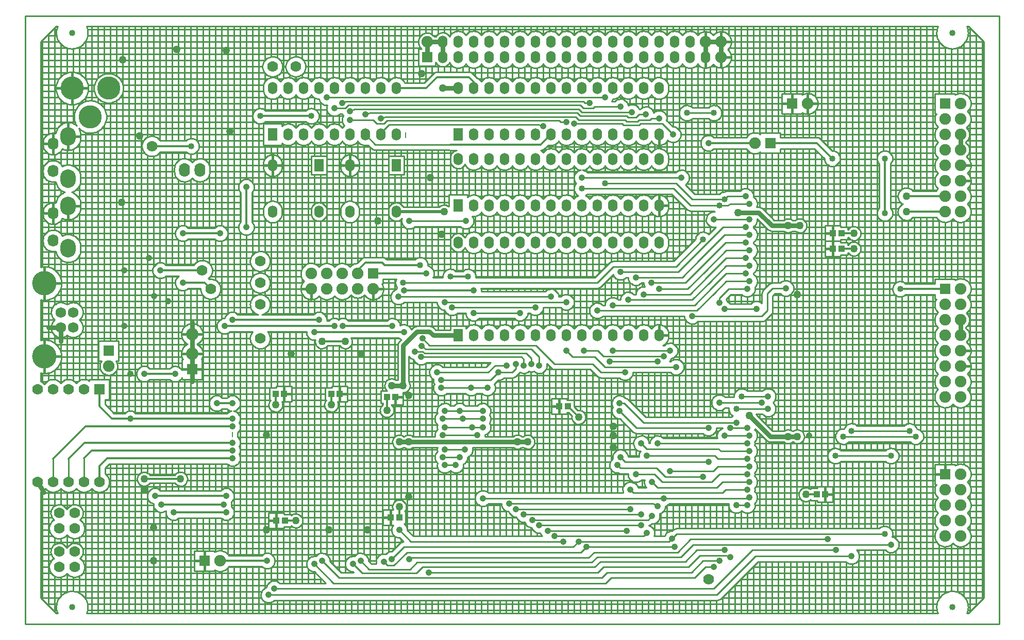
<source format=gbl>
%FSLAX24Y24*%
%MOIN*%
G70*
G01*
G75*
%ADD10C,0.0100*%
%ADD11R,0.0270X0.0550*%
%ADD12R,0.0240X0.0550*%
%ADD13R,0.0300X0.0900*%
%ADD14R,0.0300X0.1000*%
%ADD15R,0.0900X0.0300*%
%ADD16R,0.1000X0.0300*%
%ADD17R,0.1000X0.0750*%
%ADD18R,0.0160X0.0600*%
%ADD19R,0.0550X0.0400*%
%ADD20R,0.0400X0.0400*%
%ADD21R,0.0630X0.1417*%
%ADD22R,0.0500X0.0600*%
%ADD23O,0.1000X0.0300*%
%ADD24R,0.0600X0.0500*%
%ADD25C,0.0300*%
%ADD26C,0.0150*%
%ADD27C,0.0120*%
%ADD28C,0.0200*%
%ADD29C,0.0300*%
%ADD30C,0.0100*%
%ADD31C,0.0120*%
%ADD32O,0.0700X0.0900*%
%ADD33C,0.0800*%
%ADD34O,0.0500X0.0800*%
%ADD35R,0.0600X0.0800*%
%ADD36O,0.0600X0.0800*%
%ADD37C,0.0680*%
%ADD38C,0.1575*%
%ADD39R,0.0600X0.0600*%
%ADD40C,0.0600*%
%ADD41C,0.1500*%
%ADD42O,0.1000X0.1200*%
%ADD43O,0.0700X0.0800*%
%ADD44R,0.0700X0.0700*%
%ADD45C,0.0750*%
%ADD46C,0.0700*%
%ADD47O,0.0800X0.0600*%
%ADD48P,0.0700X8X0*%
%ADD49R,0.0800X0.0600*%
%ADD50C,0.0400*%
%ADD51C,0.0500*%
%ADD52C,0.0410*%
%ADD53C,0.0420*%
%ADD54C,0.0050*%
D10*
X60990Y18580D02*
X60984Y18688D01*
X60967Y18795D01*
X60939Y18899D01*
X60900Y19000D01*
X59040D02*
X59004Y18906D01*
X58976Y18809D01*
X58958Y18709D01*
X58950Y18609D01*
X58953Y18508D01*
X58965Y18407D01*
X58987Y18309D01*
X59018Y18213D01*
X59059Y18121D01*
X59109Y18033D01*
X59167Y17950D01*
X59234Y17874D01*
X59307Y17805D01*
X59387Y17743D01*
X59473Y17689D01*
X59563Y17645D01*
X59658Y17609D01*
X59755Y17583D01*
X59855Y17567D01*
X59956Y17560D01*
X60057Y17564D01*
X60157Y17577D01*
X60255Y17601D01*
X60350Y17634D01*
X60442Y17676D01*
X60529Y17727D01*
X60611Y17786D01*
X60686Y17854D01*
X60754Y17928D01*
X60815Y18009D01*
X60867Y18095D01*
X60911Y18186D01*
X60945Y18281D01*
X60970Y18379D01*
X60985Y18479D01*
X60990Y18580D01*
X61175Y14000D02*
X61167Y14102D01*
X61144Y14201D01*
X61107Y14296D01*
X61055Y14384D01*
X60991Y14463D01*
X60916Y14532D01*
X60831Y14588D01*
X60739Y14631D01*
X60641Y14660D01*
X60540Y14674D01*
X60438Y14672D01*
X60338Y14655D01*
X60241Y14623D01*
X60150Y14577D01*
X60953Y13500D02*
X61018Y13568D01*
X61073Y13644D01*
X61117Y13727D01*
X61149Y13815D01*
X61168Y13906D01*
X61175Y14000D01*
Y13000D02*
X61168Y13094D01*
X61149Y13185D01*
X61117Y13273D01*
X61073Y13356D01*
X61018Y13432D01*
X60953Y13500D01*
X51275Y14000D02*
X51267Y14102D01*
X51244Y14201D01*
X51207Y14296D01*
X51155Y14384D01*
X51091Y14463D01*
X51016Y14532D01*
X50931Y14588D01*
X50839Y14631D01*
X50741Y14660D01*
X50640Y14674D01*
X50538Y14672D01*
X50438Y14655D01*
X50341Y14623D01*
X50250Y14577D01*
X58923Y13350D02*
X58876Y13258D01*
X58844Y13160D01*
X58827Y13058D01*
X58827Y12954D01*
X58841Y12852D01*
X58872Y12753D01*
X58917Y12660D01*
X58976Y12575D01*
X59047Y12500D01*
X50250Y13423D02*
X50341Y13377D01*
X50438Y13345D01*
X50538Y13328D01*
X50640Y13326D01*
X50741Y13340D01*
X50839Y13369D01*
X50931Y13412D01*
X51016Y13468D01*
X51091Y13537D01*
X51155Y13616D01*
X51207Y13704D01*
X51244Y13799D01*
X51267Y13898D01*
X51275Y14000D01*
X60873Y12437D02*
X60948Y12495D01*
X61015Y12563D01*
X61071Y12640D01*
X61116Y12723D01*
X61148Y12813D01*
X61168Y12905D01*
X61175Y13000D01*
X61075Y12000D02*
X61066Y12099D01*
X61041Y12195D01*
X60999Y12285D01*
X60943Y12367D01*
X60873Y12437D01*
X59047Y12500D02*
X58976Y12426D01*
X58918Y12342D01*
X58873Y12250D01*
X58842Y12152D01*
X58827Y12051D01*
Y11949D01*
X58842Y11848D01*
X58873Y11750D01*
X58918Y11658D01*
X58976Y11574D01*
X59047Y11500D01*
X60850Y11544D02*
X60927Y11615D01*
X60990Y11700D01*
X61037Y11794D01*
X61065Y11895D01*
X61075Y12000D01*
X60873Y10562D02*
X60943Y10633D01*
X60999Y10715D01*
X61041Y10805D01*
X61066Y10901D01*
X61075Y11000D01*
Y11000D02*
X61065Y11105D01*
X61037Y11206D01*
X60990Y11300D01*
X60927Y11385D01*
X60850Y11456D01*
X59047Y11500D02*
X58976Y11426D01*
X58918Y11342D01*
X58873Y11250D01*
X58842Y11152D01*
X58827Y11051D01*
Y10949D01*
X58842Y10848D01*
X58873Y10750D01*
X58918Y10658D01*
X58976Y10574D01*
X59047Y10500D01*
X56100Y10450D02*
X56090Y10547D01*
X56062Y10640D01*
X56017Y10727D01*
X55955Y10802D01*
X55880Y10864D01*
X55794Y10911D01*
X55701Y10940D01*
X55604Y10950D01*
X55507Y10941D01*
X55413Y10914D01*
X55326Y10869D01*
X55250Y10807D01*
X55188Y10733D01*
X55141Y10647D01*
X55111Y10554D01*
X55100Y10457D01*
X55108Y10360D01*
X55135Y10266D01*
X55179Y10180D01*
X55240Y10103D01*
X51455Y11704D02*
X51380Y11762D01*
X51293Y11798D01*
X51200Y11810D01*
X51455Y11705D02*
X51380Y11762D01*
X51293Y11798D01*
X51200Y11810D01*
X52700Y10450D02*
X52691Y10546D01*
X52663Y10639D01*
X52618Y10725D01*
X52557Y10800D01*
X52483Y10863D01*
X52398Y10909D01*
X52305Y10939D01*
X52209Y10950D01*
X45453Y17500D02*
X45518Y17568D01*
X45573Y17644D01*
X45617Y17727D01*
X45649Y17815D01*
X45668Y17906D01*
X45675Y18000D01*
X45667Y18101D01*
X45645Y18200D01*
X45608Y18294D01*
X45557Y18382D01*
X45493Y18461D01*
X45419Y18530D01*
X45335Y18586D01*
X45243Y18630D01*
X45146Y18659D01*
X45046Y18673D01*
X44944Y18673D01*
X44844Y18657D01*
X44748Y18626D01*
X44657Y18581D01*
X44574Y18523D01*
X44500Y18453D01*
X45675Y17000D02*
X45668Y17094D01*
X45649Y17185D01*
X45617Y17273D01*
X45573Y17356D01*
X45518Y17432D01*
X45453Y17500D01*
X44492Y16556D02*
X44564Y16484D01*
X44647Y16425D01*
X44738Y16378D01*
X44835Y16345D01*
X44936Y16328D01*
X45038Y16326D01*
X45139Y16339D01*
X45237Y16368D01*
X45330Y16411D01*
X45415Y16468D01*
X45490Y16536D01*
X45555Y16616D01*
X45606Y16704D01*
X45644Y16799D01*
X45667Y16898D01*
X45675Y17000D01*
X45050Y13400D02*
X45040Y13498D01*
X45012Y13592D01*
X44965Y13679D01*
X44902Y13755D01*
X44826Y13817D01*
X44739Y13863D01*
X44645Y13891D01*
X44547Y13900D01*
X44449Y13890D01*
X44355Y13860D01*
X44268Y13813D01*
X44193Y13750D01*
X44500Y18453D02*
X44425Y18525D01*
X44340Y18583D01*
X44247Y18628D01*
X44148Y18659D01*
X44045Y18673D01*
X43942Y18672D01*
X43840Y18656D01*
X43742Y18624D01*
X43649Y18577D01*
X43565Y18516D01*
X43492Y18444D01*
X43430Y18519D01*
X43356Y18583D01*
X43274Y18634D01*
X43184Y18671D01*
X43089Y18693D01*
X42993Y18700D01*
X42896Y18691D01*
X42802Y18666D01*
X42713Y18627D01*
X42632Y18574D01*
X42560Y18508D01*
X42500Y18432D01*
X43500Y16568D02*
X43560Y16492D01*
X43632Y16426D01*
X43713Y16373D01*
X43802Y16334D01*
X43896Y16309D01*
X43993Y16300D01*
X44089Y16307D01*
X44184Y16329D01*
X44274Y16366D01*
X44356Y16417D01*
X44430Y16481D01*
X44492Y16556D01*
X42500Y16568D02*
X42561Y16491D01*
X42634Y16425D01*
X42716Y16371D01*
X42807Y16332D01*
X42902Y16308D01*
X43000Y16300D01*
X43098Y16308D01*
X43193Y16332D01*
X43284Y16371D01*
X43366Y16425D01*
X43439Y16491D01*
X43500Y16568D01*
X42500Y18432D02*
X42439Y18509D01*
X42366Y18575D01*
X42284Y18629D01*
X42193Y18668D01*
X42098Y18692D01*
X42000Y18700D01*
X41902Y18692D01*
X41807Y18668D01*
X41716Y18629D01*
X41634Y18575D01*
X41561Y18509D01*
X41500Y18432D01*
Y16568D02*
X41561Y16491D01*
X41634Y16425D01*
X41716Y16371D01*
X41807Y16332D01*
X41902Y16308D01*
X42000Y16300D01*
X42098Y16308D01*
X42193Y16332D01*
X42284Y16371D01*
X42366Y16425D01*
X42439Y16491D01*
X42500Y16568D01*
X47550Y12027D02*
X47456Y12074D01*
X47357Y12107D01*
X47253Y12123D01*
X47149Y12123D01*
X47045Y12107D01*
X46945Y12075D01*
X46852Y12028D01*
X46766Y11967D01*
X46692Y11894D01*
X46629Y11810D01*
Y11090D02*
X46692Y11006D01*
X46766Y10933D01*
X46852Y10872D01*
X46945Y10825D01*
X47045Y10793D01*
X47149Y10777D01*
X47253Y10777D01*
X47357Y10793D01*
X47456Y10826D01*
X47550Y10873D01*
X44193Y13050D02*
X44268Y12987D01*
X44355Y12940D01*
X44449Y12910D01*
X44547Y12900D01*
X44645Y12909D01*
X44739Y12937D01*
X44826Y12983D01*
X44902Y13045D01*
X44965Y13121D01*
X45012Y13208D01*
X45040Y13302D01*
X45050Y13400D01*
X44554Y11810D02*
X44477Y11872D01*
X44390Y11918D01*
X44295Y11946D01*
X44197Y11955D01*
X44099Y11945D01*
X44005Y11916D01*
X43918Y11869D01*
X43842Y11806D01*
X43780Y11730D01*
X43733Y11643D01*
X43705Y11548D01*
X43695Y11450D01*
X43705Y11352D01*
X43733Y11257D01*
X43780Y11170D01*
X43842Y11094D01*
X43918Y11031D01*
X44005Y10984D01*
X44099Y10955D01*
X44197Y10945D01*
X44295Y10954D01*
X44390Y10982D01*
X44477Y11028D01*
X44554Y11090D01*
X43157Y13750D02*
X43082Y13813D01*
X42995Y13860D01*
X42901Y13890D01*
X42803Y13900D01*
X42705Y13891D01*
X42611Y13863D01*
X42524Y13817D01*
X42448Y13755D01*
X42385Y13679D01*
X42338Y13592D01*
X42310Y13498D01*
X42300Y13400D01*
X42310Y13302D01*
X42338Y13208D01*
X42385Y13121D01*
X42448Y13045D01*
X42524Y12983D01*
X42611Y12937D01*
X42705Y12909D01*
X42803Y12900D01*
X42901Y12910D01*
X42995Y12940D01*
X43082Y12987D01*
X43157Y13050D01*
X60953Y9500D02*
X61018Y9568D01*
X61073Y9644D01*
X61117Y9727D01*
X61149Y9815D01*
X61168Y9906D01*
X61175Y10000D01*
X61168Y10095D01*
X61148Y10187D01*
X61116Y10277D01*
X61071Y10360D01*
X61015Y10437D01*
X60948Y10505D01*
X60873Y10562D01*
X59047Y10500D02*
X58976Y10426D01*
X58918Y10342D01*
X58873Y10250D01*
X58842Y10152D01*
X58827Y10051D01*
Y9949D01*
X58842Y9848D01*
X58873Y9750D01*
X58918Y9658D01*
X58976Y9574D01*
X59047Y9500D01*
X61175Y9000D02*
X61168Y9094D01*
X61149Y9185D01*
X61117Y9273D01*
X61073Y9356D01*
X61018Y9432D01*
X60953Y9500D01*
Y8500D02*
X61018Y8568D01*
X61073Y8644D01*
X61117Y8727D01*
X61149Y8815D01*
X61168Y8906D01*
X61175Y9000D01*
Y8000D02*
X61168Y8094D01*
X61149Y8185D01*
X61117Y8273D01*
X61073Y8356D01*
X61018Y8432D01*
X60953Y8500D01*
Y7500D02*
X61018Y7568D01*
X61073Y7644D01*
X61117Y7727D01*
X61149Y7815D01*
X61168Y7906D01*
X61175Y8000D01*
Y7000D02*
X61168Y7094D01*
X61149Y7185D01*
X61117Y7273D01*
X61073Y7356D01*
X61018Y7432D01*
X60953Y7500D01*
X55960Y10103D02*
X56020Y10178D01*
X56064Y10263D01*
X56091Y10355D01*
X56100Y10450D01*
X59047Y9500D02*
X58976Y9426D01*
X58918Y9342D01*
X58873Y9250D01*
X58842Y9152D01*
X58827Y9051D01*
Y8949D01*
X58842Y8848D01*
X58873Y8750D01*
X58918Y8658D01*
X58976Y8574D01*
X59047Y8500D01*
X57416Y8360D02*
X57345Y8428D01*
X57264Y8483D01*
X57174Y8522D01*
X57079Y8544D01*
X56981Y8550D01*
X56883Y8538D01*
X56790Y8508D01*
X56703Y8463D01*
X56626Y8403D01*
X56560Y8330D01*
X56508Y8247D01*
X56472Y8155D01*
X56453Y8059D01*
X56451Y7961D01*
X56467Y7865D01*
X56499Y7772D01*
X56548Y7687D01*
X56611Y7612D01*
X56686Y7549D01*
X56771Y7500D01*
X59047Y8500D02*
X58983Y8434D01*
X58929Y8360D01*
X56771Y7500D02*
X56686Y7451D01*
X56611Y7388D01*
X56548Y7313D01*
X56499Y7228D01*
X56467Y7135D01*
X56451Y7039D01*
X56453Y6941D01*
X56472Y6845D01*
X56508Y6753D01*
X56560Y6670D01*
X56626Y6597D01*
X56703Y6537D01*
X56790Y6492D01*
X56883Y6462D01*
X56981Y6450D01*
X57079Y6456D01*
X57174Y6478D01*
X57264Y6517D01*
X57345Y6572D01*
X57416Y6640D01*
X56100Y6900D02*
X56091Y6995D01*
X56064Y7087D01*
X56020Y7172D01*
X55960Y7247D01*
X60000Y6547D02*
X60074Y6477D01*
X60157Y6419D01*
X60248Y6374D01*
X60344Y6343D01*
X60444Y6327D01*
X60546Y6327D01*
X60646Y6341D01*
X60743Y6370D01*
X60835Y6414D01*
X60919Y6470D01*
X60993Y6539D01*
X61057Y6618D01*
X61108Y6706D01*
X61145Y6800D01*
X61167Y6899D01*
X61175Y7000D01*
X58929Y6640D02*
X58991Y6557D01*
X59065Y6484D01*
X59149Y6424D01*
X59241Y6377D01*
X59339Y6344D01*
X59441Y6328D01*
X59545Y6326D01*
X59647Y6341D01*
X59746Y6372D01*
X59840Y6417D01*
X59925Y6475D01*
X60000Y6547D01*
X55240Y7247D02*
X55179Y7170D01*
X55135Y7084D01*
X55108Y6990D01*
X55100Y6893D01*
X55111Y6796D01*
X55141Y6703D01*
X55188Y6617D01*
X55250Y6543D01*
X55326Y6481D01*
X55413Y6436D01*
X55507Y6409D01*
X55604Y6400D01*
X55701Y6410D01*
X55794Y6439D01*
X55880Y6486D01*
X55955Y6548D01*
X56017Y6623D01*
X56062Y6710D01*
X56090Y6803D01*
X56100Y6900D01*
X54050Y5600D02*
X54038Y5702D01*
X54003Y5799D01*
X53947Y5886D01*
X53873Y5958D01*
X53785Y6010D01*
X53686Y6042D01*
X53584Y6050D01*
X53482Y6034D01*
X53386Y5996D01*
X53302Y5937D01*
X53233Y5860D01*
Y5340D02*
X53302Y5263D01*
X53386Y5204D01*
X53482Y5166D01*
X53584Y5150D01*
X53686Y5158D01*
X53785Y5190D01*
X53873Y5242D01*
X53947Y5314D01*
X54003Y5401D01*
X54038Y5498D01*
X54050Y5600D01*
Y4600D02*
X54038Y4702D01*
X54003Y4799D01*
X53947Y4886D01*
X53873Y4958D01*
X53785Y5010D01*
X53686Y5042D01*
X53584Y5050D01*
X53482Y5034D01*
X53386Y4996D01*
X53302Y4937D01*
X53233Y4860D01*
Y4340D02*
X53302Y4263D01*
X53386Y4204D01*
X53482Y4166D01*
X53584Y4150D01*
X53686Y4158D01*
X53785Y4190D01*
X53873Y4242D01*
X53947Y4314D01*
X54003Y4401D01*
X54038Y4498D01*
X54050Y4600D01*
X51700Y10441D02*
X51711Y10344D01*
X51741Y10251D01*
X51788Y10166D01*
X51851Y10092D01*
X51927Y10031D01*
X52014Y9986D01*
X52108Y9959D01*
X52205Y9950D01*
X52301Y9960D01*
X52395Y9989D01*
X52480Y10036D01*
X52555Y10098D01*
X52617Y10174D01*
X52662Y10260D01*
X52691Y10353D01*
X52700Y10450D01*
X49633Y6450D02*
X49547Y6505D01*
X49451Y6539D01*
X49350Y6550D01*
X49249Y6539D01*
X49153Y6505D01*
X49067Y6450D01*
X50550Y6100D02*
X50539Y6200D01*
X50505Y6296D01*
X50451Y6381D01*
X50380Y6453D01*
X50294Y6506D01*
X50198Y6539D01*
X50098Y6550D01*
X49998Y6538D01*
X49902Y6504D01*
X49817Y6450D01*
X47698Y7197D02*
X47625Y7253D01*
X47541Y7288D01*
X47450Y7300D01*
X47697Y7197D02*
X47625Y7253D01*
X47541Y7288D01*
X47450Y7300D01*
X45450Y8350D02*
X45356Y8337D01*
X45269Y8300D01*
X45450Y8350D02*
X45356Y8337D01*
X45269Y8300D01*
X45165Y8293D01*
X45065Y8265D01*
X44973Y8216D01*
X44893Y8150D01*
X47110Y8000D02*
X47100Y8101D01*
X47070Y8197D01*
X47022Y8286D01*
X46957Y8364D01*
X46878Y8427D01*
X46788Y8474D01*
X46691Y8502D01*
X46590Y8510D01*
X46490Y8498D01*
X46393Y8466D01*
X46305Y8416D01*
X46229Y8350D01*
X42955Y9200D02*
X42945Y9299D01*
X42916Y9395D01*
X42869Y9483D01*
X42805Y9559D01*
X42727Y9622D01*
X42639Y9668D01*
X42543Y9696D01*
X42443Y9705D01*
X42344Y9694D01*
X42249Y9663D01*
X42162Y9615D01*
X42086Y9550D01*
X42690Y8755D02*
X42779Y8817D01*
X42853Y8896D01*
X42909Y8989D01*
X42943Y9092D01*
X42955Y9200D01*
X47360Y7500D02*
X47349Y7606D01*
X47316Y7707D01*
X47263Y7799D01*
X47192Y7878D01*
X47107Y7941D01*
X47319Y7300D02*
X47350Y7398D01*
X47360Y7500D01*
X47107Y7941D02*
X47110Y8000D01*
X47355Y6500D02*
X47352Y6553D01*
X47106Y6065D02*
X47190Y6127D01*
X47260Y6205D01*
X47312Y6296D01*
X47344Y6396D01*
X47355Y6500D01*
X44543Y7050D02*
X44596Y7003D01*
X42802Y7153D02*
X42875Y7097D01*
X42959Y7062D01*
X43050Y7050D01*
X42803Y7153D02*
X42875Y7097D01*
X42959Y7062D01*
X43050Y7050D01*
X48052Y5853D02*
X48125Y5797D01*
X48209Y5762D01*
X48300Y5750D01*
X49817D02*
X49902Y5696D01*
X49998Y5662D01*
X50098Y5650D01*
X50198Y5661D01*
X50294Y5694D01*
X50380Y5747D01*
X50451Y5819D01*
X50505Y5904D01*
X50539Y6000D01*
X50550Y6100D01*
X49067Y5750D02*
X49153Y5695D01*
X49249Y5662D01*
X49350Y5650D01*
X49451Y5662D01*
X49547Y5695D01*
X49633Y5750D01*
X48053Y5853D02*
X48125Y5797D01*
X48209Y5762D01*
X48300Y5750D01*
X47360Y5500D02*
X47349Y5606D01*
X47316Y5707D01*
X47263Y5799D01*
X47192Y5878D01*
X47107Y5941D01*
Y5059D02*
X47192Y5122D01*
X47263Y5201D01*
X47316Y5293D01*
X47349Y5394D01*
X47360Y5500D01*
Y4500D02*
X47349Y4606D01*
X47316Y4707D01*
X47263Y4799D01*
X47192Y4878D01*
X47107Y4941D01*
X47110Y6000D02*
X47106Y6065D01*
X47107Y5941D02*
X47110Y6000D01*
X44596Y7003D02*
X44494Y7002D01*
X44393Y6980D01*
X44300Y6939D01*
X44216Y6879D01*
X44147Y6804D01*
X44093Y6716D01*
X44059Y6619D01*
X44045Y6518D01*
X44052Y6415D01*
X44080Y6316D01*
X44126Y6225D01*
X44191Y6145D01*
X44270Y6080D01*
X44360Y6032D01*
X44459Y6003D01*
X44561Y5995D01*
X44663Y6008D01*
X44206Y5551D02*
X44130Y5614D01*
X44043Y5661D01*
X43949Y5690D01*
X43851Y5700D01*
X43752Y5690D01*
X43658Y5662D01*
X43571Y5615D01*
X43495Y5552D01*
X43433Y5475D01*
X43387Y5388D01*
X43359Y5293D01*
X43350Y5195D01*
X47110Y5000D02*
X47107Y5059D01*
Y4059D02*
X47192Y4122D01*
X47263Y4201D01*
X47316Y4293D01*
X47349Y4394D01*
X47360Y4500D01*
X47107Y4941D02*
X47110Y5000D01*
Y4000D02*
X47107Y4059D01*
X47360Y3500D02*
X47349Y3606D01*
X47316Y3707D01*
X47263Y3799D01*
X47192Y3878D01*
X47107Y3941D01*
X47110Y4000D01*
X47107Y3059D02*
X47192Y3122D01*
X47263Y3201D01*
X47316Y3293D01*
X47349Y3394D01*
X47360Y3500D01*
X47110Y3000D02*
X47107Y3059D01*
Y2941D02*
X47110Y3000D01*
X41500Y18432D02*
X41439Y18509D01*
X41366Y18575D01*
X41284Y18629D01*
X41193Y18668D01*
X41098Y18692D01*
X41000Y18700D01*
X40902Y18692D01*
X40806Y18668D01*
X40716Y18629D01*
X40634Y18575D01*
X40561Y18509D01*
X40500Y18432D01*
Y18432D02*
X40439Y18509D01*
X40366Y18575D01*
X40284Y18629D01*
X40194Y18668D01*
X40098Y18692D01*
X40000Y18700D01*
X39902Y18692D01*
X39806Y18668D01*
X39716Y18629D01*
X39634Y18575D01*
X39561Y18509D01*
X39500Y18432D01*
X40500Y16568D02*
X40561Y16491D01*
X40634Y16425D01*
X40716Y16371D01*
X40806Y16332D01*
X40902Y16308D01*
X41000Y16300D01*
X41098Y16308D01*
X41193Y16332D01*
X41284Y16371D01*
X41366Y16425D01*
X41439Y16491D01*
X41500Y16568D01*
X39500D02*
X39561Y16491D01*
X39634Y16425D01*
X39716Y16371D01*
X39806Y16332D01*
X39902Y16308D01*
X40000Y16300D01*
X40098Y16308D01*
X40194Y16332D01*
X40284Y16371D01*
X40366Y16425D01*
X40439Y16491D01*
X40500Y16568D01*
X41600Y15100D02*
X41591Y15202D01*
X41565Y15301D01*
X41523Y15394D01*
X41466Y15478D01*
X41395Y15552D01*
X41313Y15612D01*
X41221Y15658D01*
X41124Y15687D01*
X41022Y15700D01*
X40920Y15695D01*
X40821Y15673D01*
X40726Y15634D01*
X40640Y15580D01*
X40563Y15512D01*
X40500Y15432D01*
Y14568D02*
X40563Y14488D01*
X40640Y14420D01*
X40726Y14366D01*
X40821Y14327D01*
X40920Y14305D01*
X41022Y14300D01*
X41124Y14313D01*
X41221Y14342D01*
X41313Y14388D01*
X41395Y14448D01*
X41466Y14522D01*
X41523Y14606D01*
X41565Y14699D01*
X41591Y14798D01*
X41600Y14900D01*
X40500Y15432D02*
X40439Y15509D01*
X40366Y15575D01*
X40284Y15629D01*
X40194Y15668D01*
X40098Y15692D01*
X40000Y15700D01*
X39902Y15692D01*
X39806Y15668D01*
X39716Y15629D01*
X39634Y15575D01*
X39561Y15509D01*
X39500Y15432D01*
Y14568D02*
X39561Y14491D01*
X39634Y14425D01*
X39716Y14371D01*
X39806Y14332D01*
X39902Y14308D01*
X40000Y14300D01*
X40098Y14308D01*
X40194Y14332D01*
X40284Y14371D01*
X40366Y14425D01*
X40439Y14491D01*
X40500Y14568D01*
X39500Y18432D02*
X39439Y18509D01*
X39366Y18575D01*
X39284Y18629D01*
X39193Y18668D01*
X39098Y18692D01*
X39000Y18700D01*
X38902Y18692D01*
X38807Y18668D01*
X38716Y18629D01*
X38634Y18575D01*
X38561Y18509D01*
X38500Y18432D01*
Y16568D02*
X38561Y16491D01*
X38634Y16425D01*
X38716Y16371D01*
X38807Y16332D01*
X38902Y16308D01*
X39000Y16300D01*
X39098Y16308D01*
X39193Y16332D01*
X39284Y16371D01*
X39366Y16425D01*
X39439Y16491D01*
X39500Y16568D01*
X38500Y18432D02*
X38439Y18509D01*
X38366Y18575D01*
X38284Y18629D01*
X38194Y18668D01*
X38098Y18692D01*
X38000Y18700D01*
X37902Y18692D01*
X37806Y18668D01*
X37716Y18629D01*
X37634Y18575D01*
X37561Y18509D01*
X37500Y18432D01*
X39500Y15432D02*
X39439Y15509D01*
X39366Y15575D01*
X39284Y15629D01*
X39193Y15668D01*
X39098Y15692D01*
X39000Y15700D01*
X38902Y15692D01*
X38807Y15668D01*
X38716Y15629D01*
X38634Y15575D01*
X38561Y15509D01*
X38500Y15432D01*
X38500Y14568D02*
X38561Y14491D01*
X38634Y14425D01*
X38716Y14371D01*
X38807Y14332D01*
X38902Y14308D01*
X39000Y14300D01*
X39098Y14308D01*
X39193Y14332D01*
X39284Y14371D01*
X39366Y14425D01*
X39439Y14491D01*
X39500Y14568D01*
X37995Y14300D02*
X38094Y14307D01*
X38190Y14331D01*
X38282Y14370D01*
X38365Y14424D01*
X38438Y14490D01*
X38500Y14568D01*
X41485Y12910D02*
X41505Y13050D01*
X42405Y12000D02*
X42395Y12100D01*
X42366Y12196D01*
X42318Y12284D01*
X42254Y12361D01*
X42175Y12423D01*
X42086Y12469D01*
X41990Y12497D01*
X41890Y12505D01*
X41505Y13050D02*
X41495Y13148D01*
X41467Y13243D01*
X41420Y13330D01*
X41357Y13407D01*
X41281Y13470D01*
X41194Y13516D01*
X41099Y13545D01*
X41000Y13555D01*
X40902Y13545D01*
X40807Y13517D01*
X40720Y13470D01*
X40643Y13408D01*
X41542Y11643D02*
X41619Y11580D01*
X41706Y11534D01*
X41801Y11505D01*
X41899Y11495D01*
X41998Y11505D01*
X42093Y11533D01*
X42180Y11580D01*
X42257Y11643D01*
X42320Y11719D01*
X42367Y11807D01*
X42395Y11901D01*
X42405Y12000D01*
X40500Y11568D02*
X40560Y11492D01*
X40632Y11426D01*
X40714Y11373D01*
X40803Y11333D01*
X40897Y11309D01*
X40994Y11300D01*
X41092Y11307D01*
X41186Y11330D01*
X41276Y11367D01*
X41359Y11419D01*
X41432Y11484D01*
X41494Y11559D01*
X41542Y11643D01*
X41600Y10500D02*
X41591Y10602D01*
X41565Y10701D01*
X41523Y10794D01*
X41466Y10878D01*
X41395Y10952D01*
X41313Y11012D01*
X41221Y11058D01*
X41124Y11087D01*
X41022Y11100D01*
X40920Y11095D01*
X40821Y11073D01*
X40726Y11034D01*
X40640Y10980D01*
X40563Y10912D01*
X40500Y10832D01*
Y9968D02*
X40563Y9888D01*
X40640Y9820D01*
X40726Y9766D01*
X40821Y9727D01*
X40920Y9705D01*
X41022Y9700D01*
X41124Y9713D01*
X41221Y9742D01*
X41313Y9788D01*
X41395Y9848D01*
X41466Y9922D01*
X41523Y10006D01*
X41565Y10099D01*
X41591Y10198D01*
X41600Y10300D01*
X40643Y13408D02*
X40613Y13502D01*
X40565Y13588D01*
X40500Y13664D01*
X40423Y13725D01*
X40334Y13770D01*
X40239Y13797D01*
X40140Y13805D01*
X40042Y13793D01*
X39948Y13763D01*
X39861Y13714D01*
X39786Y13650D01*
X39500Y11568D02*
X39561Y11491D01*
X39634Y11425D01*
X39716Y11371D01*
X39806Y11332D01*
X39902Y11308D01*
X40000Y11300D01*
X40098Y11308D01*
X40194Y11332D01*
X40284Y11371D01*
X40366Y11425D01*
X40439Y11491D01*
X40500Y11568D01*
X37939Y14150D02*
X37973Y14223D01*
X37995Y14300D01*
X39714Y13650D02*
X39668Y13733D01*
X39608Y13806D01*
X39536Y13866D01*
X39453Y13912D01*
X39363Y13942D01*
X39270Y13955D01*
X39175Y13949D01*
X39083Y13927D01*
X38997Y13887D01*
X38500Y11568D02*
X38561Y11491D01*
X38634Y11425D01*
X38716Y11371D01*
X38807Y11332D01*
X38902Y11308D01*
X39000Y11300D01*
X39098Y11308D01*
X39193Y11332D01*
X39284Y11371D01*
X39366Y11425D01*
X39439Y11491D01*
X39500Y11568D01*
X38997Y13887D02*
X38970Y13984D01*
X38924Y14074D01*
X38861Y14153D01*
X38784Y14218D01*
X38695Y14266D01*
X38598Y14295D01*
X38498Y14305D01*
X38397Y14294D01*
X38301Y14264D01*
X38213Y14215D01*
X38136Y14150D01*
X40500Y10832D02*
X40439Y10909D01*
X40366Y10975D01*
X40284Y11029D01*
X40194Y11068D01*
X40098Y11092D01*
X40000Y11100D01*
X39902Y11092D01*
X39806Y11068D01*
X39716Y11029D01*
X39634Y10975D01*
X39561Y10909D01*
X39500Y10832D01*
Y9968D02*
X39561Y9891D01*
X39634Y9825D01*
X39716Y9771D01*
X39806Y9732D01*
X39902Y9708D01*
X40000Y9700D01*
X40098Y9708D01*
X40194Y9732D01*
X40284Y9771D01*
X40366Y9825D01*
X40439Y9891D01*
X40500Y9968D01*
X39500Y10832D02*
X39439Y10909D01*
X39366Y10975D01*
X39284Y11029D01*
X39193Y11068D01*
X39098Y11092D01*
X39000Y11100D01*
X38902Y11092D01*
X38807Y11068D01*
X38716Y11029D01*
X38634Y10975D01*
X38561Y10909D01*
X38500Y10832D01*
X38500Y9968D02*
X38561Y9891D01*
X38634Y9825D01*
X38716Y9771D01*
X38807Y9732D01*
X38902Y9708D01*
X39000Y9700D01*
X39098Y9708D01*
X39193Y9732D01*
X39284Y9771D01*
X39366Y9825D01*
X39439Y9891D01*
X39500Y9968D01*
X37500Y18432D02*
X37439Y18509D01*
X37366Y18575D01*
X37284Y18629D01*
X37194Y18668D01*
X37098Y18692D01*
X37000Y18700D01*
X36902Y18692D01*
X36806Y18668D01*
X36716Y18629D01*
X36634Y18575D01*
X36561Y18509D01*
X36500Y18432D01*
X37500Y16568D02*
X37561Y16491D01*
X37634Y16425D01*
X37716Y16371D01*
X37806Y16332D01*
X37902Y16308D01*
X38000Y16300D01*
X38098Y16308D01*
X38194Y16332D01*
X38284Y16371D01*
X38366Y16425D01*
X38439Y16491D01*
X38500Y16568D01*
X36500Y16568D02*
X36561Y16491D01*
X36634Y16425D01*
X36716Y16371D01*
X36806Y16332D01*
X36902Y16308D01*
X37000Y16300D01*
X37098Y16308D01*
X37194Y16332D01*
X37284Y16371D01*
X37366Y16425D01*
X37439Y16491D01*
X37500Y16568D01*
X36500Y18432D02*
X36439Y18509D01*
X36366Y18575D01*
X36284Y18629D01*
X36193Y18668D01*
X36098Y18692D01*
X36000Y18700D01*
X35902Y18692D01*
X35807Y18668D01*
X35716Y18629D01*
X35634Y18575D01*
X35561Y18509D01*
X35500Y18432D01*
Y16568D02*
X35561Y16491D01*
X35634Y16425D01*
X35716Y16371D01*
X35807Y16332D01*
X35902Y16308D01*
X36000Y16300D01*
X36098Y16308D01*
X36193Y16332D01*
X36284Y16371D01*
X36366Y16425D01*
X36439Y16491D01*
X36500Y16568D01*
X35500Y18432D02*
X35439Y18509D01*
X35366Y18575D01*
X35284Y18629D01*
X35194Y18668D01*
X35098Y18692D01*
X35000Y18700D01*
X34902Y18692D01*
X34806Y18668D01*
X34716Y18629D01*
X34634Y18575D01*
X34561Y18509D01*
X34500Y18432D01*
Y16568D02*
X34561Y16491D01*
X34634Y16425D01*
X34716Y16371D01*
X34806Y16332D01*
X34902Y16308D01*
X35000Y16300D01*
X35098Y16308D01*
X35194Y16332D01*
X35284Y16371D01*
X35366Y16425D01*
X35439Y16491D01*
X35500Y16568D01*
X34500Y18432D02*
X34439Y18509D01*
X34366Y18575D01*
X34284Y18629D01*
X34193Y18668D01*
X34098Y18692D01*
X34000Y18700D01*
X33902Y18692D01*
X33807Y18668D01*
X33716Y18629D01*
X33634Y18575D01*
X33561Y18509D01*
X33500Y18432D01*
X33500Y16568D02*
X33561Y16491D01*
X33634Y16425D01*
X33716Y16371D01*
X33807Y16332D01*
X33902Y16308D01*
X34000Y16300D01*
X34098Y16308D01*
X34193Y16332D01*
X34284Y16371D01*
X34366Y16425D01*
X34439Y16491D01*
X34500Y16568D01*
X33500Y18432D02*
X33439Y18509D01*
X33366Y18575D01*
X33284Y18629D01*
X33194Y18668D01*
X33098Y18692D01*
X33000Y18700D01*
X32902Y18692D01*
X32806Y18668D01*
X32716Y18629D01*
X32634Y18575D01*
X32561Y18509D01*
X32500Y18432D01*
Y18432D02*
X32439Y18509D01*
X32366Y18575D01*
X32284Y18629D01*
X32194Y18668D01*
X32098Y18692D01*
X32000Y18700D01*
X31902Y18692D01*
X31806Y18668D01*
X31716Y18629D01*
X31634Y18575D01*
X31561Y18509D01*
X31500Y18432D01*
X32500Y16568D02*
X32561Y16491D01*
X32634Y16425D01*
X32716Y16371D01*
X32806Y16332D01*
X32902Y16308D01*
X33000Y16300D01*
X33098Y16308D01*
X33194Y16332D01*
X33284Y16371D01*
X33366Y16425D01*
X33439Y16491D01*
X33500Y16568D01*
X31500D02*
X31561Y16491D01*
X31634Y16425D01*
X31716Y16371D01*
X31806Y16332D01*
X31902Y16308D01*
X32000Y16300D01*
X32098Y16308D01*
X32194Y16332D01*
X32284Y16371D01*
X32366Y16425D01*
X32439Y16491D01*
X32500Y16568D01*
X38500Y15432D02*
X38439Y15509D01*
X38366Y15575D01*
X38284Y15629D01*
X38194Y15668D01*
X38098Y15692D01*
X38000Y15700D01*
X37902Y15692D01*
X37806Y15668D01*
X37716Y15629D01*
X37634Y15575D01*
X37561Y15509D01*
X37500Y15432D01*
X37439Y15509D01*
X37366Y15575D01*
X37284Y15629D01*
X37194Y15668D01*
X37098Y15692D01*
X37000Y15700D01*
X36902Y15692D01*
X36806Y15668D01*
X36716Y15629D01*
X36634Y15575D01*
X36561Y15509D01*
X36500Y15432D01*
X37500Y11568D02*
X37561Y11491D01*
X37634Y11425D01*
X37716Y11371D01*
X37806Y11332D01*
X37902Y11308D01*
X38000Y11300D01*
X38098Y11308D01*
X38194Y11332D01*
X38284Y11371D01*
X38366Y11425D01*
X38439Y11491D01*
X38500Y11568D01*
X36500D02*
X36561Y11491D01*
X36634Y11425D01*
X36716Y11371D01*
X36806Y11332D01*
X36902Y11308D01*
X37000Y11300D01*
X37098Y11308D01*
X37194Y11332D01*
X37284Y11371D01*
X37366Y11425D01*
X37439Y11491D01*
X37500Y11568D01*
X36500Y15432D02*
X36439Y15509D01*
X36366Y15575D01*
X36284Y15629D01*
X36193Y15668D01*
X36098Y15692D01*
X36000Y15700D01*
X35902Y15692D01*
X35807Y15668D01*
X35716Y15629D01*
X35634Y15575D01*
X35561Y15509D01*
X35500Y15432D01*
X35439Y15509D01*
X35366Y15575D01*
X35284Y15629D01*
X35194Y15668D01*
X35098Y15692D01*
X35000Y15700D01*
X34902Y15692D01*
X34806Y15668D01*
X34716Y15629D01*
X34634Y15575D01*
X34561Y15509D01*
X34500Y15432D01*
X35500Y11568D02*
X35561Y11491D01*
X35634Y11425D01*
X35716Y11371D01*
X35807Y11332D01*
X35902Y11308D01*
X36000Y11300D01*
X36098Y11308D01*
X36193Y11332D01*
X36284Y11371D01*
X36366Y11425D01*
X36439Y11491D01*
X36500Y11568D01*
X34500D02*
X34561Y11491D01*
X34634Y11425D01*
X34716Y11371D01*
X34806Y11332D01*
X34902Y11308D01*
X35000Y11300D01*
X35098Y11308D01*
X35194Y11332D01*
X35284Y11371D01*
X35366Y11425D01*
X35439Y11491D01*
X35500Y11568D01*
X38500Y10832D02*
X38439Y10909D01*
X38366Y10975D01*
X38284Y11029D01*
X38194Y11068D01*
X38098Y11092D01*
X38000Y11100D01*
X37902Y11092D01*
X37806Y11068D01*
X37716Y11029D01*
X37634Y10975D01*
X37561Y10909D01*
X37500Y10832D01*
X37439Y10909D01*
X37366Y10975D01*
X37284Y11029D01*
X37194Y11068D01*
X37098Y11092D01*
X37000Y11100D01*
X36902Y11092D01*
X36806Y11068D01*
X36716Y11029D01*
X36634Y10975D01*
X36561Y10909D01*
X36500Y10832D01*
X37500Y9968D02*
X37561Y9891D01*
X37634Y9825D01*
X37716Y9771D01*
X37806Y9732D01*
X37902Y9708D01*
X38000Y9700D01*
X38098Y9708D01*
X38194Y9732D01*
X38284Y9771D01*
X38366Y9825D01*
X38439Y9891D01*
X38500Y9968D01*
X36500Y10832D02*
X36439Y10909D01*
X36366Y10975D01*
X36284Y11029D01*
X36193Y11068D01*
X36098Y11092D01*
X36000Y11100D01*
X35902Y11092D01*
X35807Y11068D01*
X35716Y11029D01*
X35634Y10975D01*
X35561Y10909D01*
X35500Y10832D01*
X36500Y9968D02*
X36561Y9891D01*
X36634Y9825D01*
X36716Y9771D01*
X36806Y9732D01*
X36902Y9708D01*
X37000Y9700D01*
X37098Y9708D01*
X37194Y9732D01*
X37284Y9771D01*
X37366Y9825D01*
X37439Y9891D01*
X37500Y9968D01*
X36052Y9702D02*
X36158Y9721D01*
X36259Y9759D01*
X36352Y9814D01*
X36433Y9884D01*
X36500Y9968D01*
X35500Y9968D02*
X35567Y9884D01*
X35648Y9814D01*
X35741Y9759D01*
X35842Y9721D01*
X35948Y9702D01*
X34500Y15432D02*
X34439Y15509D01*
X34366Y15575D01*
X34284Y15629D01*
X34193Y15668D01*
X34098Y15692D01*
X34000Y15700D01*
X33902Y15692D01*
X33807Y15668D01*
X33716Y15629D01*
X33634Y15575D01*
X33561Y15509D01*
X33500Y15432D01*
X33833Y11324D02*
X33926Y11305D01*
X34021Y11300D01*
X34115Y11311D01*
X34207Y11337D01*
X34293Y11376D01*
X34372Y11429D01*
X34441Y11494D01*
X34500Y11568D01*
X33500Y15432D02*
X33439Y15509D01*
X33366Y15575D01*
X33284Y15629D01*
X33194Y15668D01*
X33098Y15692D01*
X33000Y15700D01*
X32902Y15692D01*
X32806Y15668D01*
X32716Y15629D01*
X32634Y15575D01*
X32561Y15509D01*
X32500Y15432D01*
X32439Y15509D01*
X32366Y15575D01*
X32284Y15629D01*
X32194Y15668D01*
X32098Y15692D01*
X32000Y15700D01*
X31902Y15692D01*
X31806Y15668D01*
X31716Y15629D01*
X31634Y15575D01*
X31561Y15509D01*
X31500Y15432D01*
X35500Y10832D02*
X35439Y10909D01*
X35366Y10975D01*
X35284Y11029D01*
X35194Y11068D01*
X35098Y11092D01*
X35000Y11100D01*
X34902Y11092D01*
X34806Y11068D01*
X34716Y11029D01*
X34634Y10975D01*
X34561Y10909D01*
X34500Y10832D01*
X34500Y9968D02*
X34561Y9891D01*
X34634Y9825D01*
X34716Y9771D01*
X34806Y9732D01*
X34902Y9708D01*
X35000Y9700D01*
X35098Y9708D01*
X35194Y9732D01*
X35284Y9771D01*
X35366Y9825D01*
X35439Y9891D01*
X35500Y9968D01*
X34500Y10832D02*
X34439Y10909D01*
X34366Y10975D01*
X34284Y11029D01*
X34193Y11068D01*
X34098Y11092D01*
X34000Y11100D01*
X33902Y11092D01*
X33807Y11068D01*
X33716Y11029D01*
X33634Y10975D01*
X33561Y10909D01*
X33500Y10832D01*
X33350Y10990D02*
X33443Y11002D01*
X33530Y11038D01*
X33605Y11096D01*
X33350Y10990D02*
X33443Y11002D01*
X33530Y11038D01*
X33605Y11095D01*
X33500Y9968D02*
X33561Y9891D01*
X33634Y9825D01*
X33716Y9771D01*
X33807Y9732D01*
X33902Y9708D01*
X34000Y9700D01*
X34098Y9708D01*
X34193Y9732D01*
X34284Y9771D01*
X34366Y9825D01*
X34439Y9891D01*
X34500Y9968D01*
X33500Y10832D02*
X33430Y10918D01*
X33346Y10990D01*
X41600Y7500D02*
X41591Y7602D01*
X41565Y7701D01*
X41523Y7794D01*
X41466Y7878D01*
X41395Y7952D01*
X41313Y8012D01*
X41221Y8058D01*
X41124Y8087D01*
X41022Y8100D01*
X40920Y8095D01*
X40821Y8073D01*
X40726Y8034D01*
X40640Y7980D01*
X40563Y7912D01*
X40500Y7832D01*
X40439Y7909D01*
X40366Y7975D01*
X40284Y8029D01*
X40194Y8068D01*
X40098Y8092D01*
X40000Y8100D01*
X39902Y8092D01*
X39806Y8068D01*
X39716Y8029D01*
X39634Y7975D01*
X39561Y7909D01*
X39500Y7832D01*
X40500Y6968D02*
X40563Y6888D01*
X40640Y6820D01*
X40726Y6766D01*
X40821Y6727D01*
X40920Y6705D01*
X41022Y6700D01*
X41124Y6713D01*
X41221Y6742D01*
X41313Y6788D01*
X41395Y6848D01*
X41466Y6922D01*
X41523Y7006D01*
X41565Y7099D01*
X41591Y7198D01*
X41600Y7300D01*
X39500Y6968D02*
X39561Y6891D01*
X39634Y6825D01*
X39716Y6771D01*
X39806Y6732D01*
X39902Y6708D01*
X40000Y6700D01*
X40098Y6708D01*
X40194Y6732D01*
X40284Y6771D01*
X40366Y6825D01*
X40439Y6891D01*
X40500Y6968D01*
X39500Y7832D02*
X39439Y7909D01*
X39366Y7975D01*
X39284Y8029D01*
X39193Y8068D01*
X39098Y8092D01*
X39000Y8100D01*
X38902Y8092D01*
X38807Y8068D01*
X38716Y8029D01*
X38634Y7975D01*
X38561Y7909D01*
X38500Y7832D01*
X38439Y7909D01*
X38366Y7975D01*
X38284Y8029D01*
X38194Y8068D01*
X38098Y8092D01*
X38000Y8100D01*
X37902Y8092D01*
X37806Y8068D01*
X37716Y8029D01*
X37634Y7975D01*
X37561Y7909D01*
X37500Y7832D01*
X38500Y6968D02*
X38561Y6891D01*
X38634Y6825D01*
X38716Y6771D01*
X38807Y6732D01*
X38902Y6708D01*
X39000Y6700D01*
X39098Y6708D01*
X39193Y6732D01*
X39284Y6771D01*
X39366Y6825D01*
X39439Y6891D01*
X39500Y6968D01*
X37500Y7832D02*
X37439Y7909D01*
X37366Y7975D01*
X37284Y8029D01*
X37194Y8068D01*
X37098Y8092D01*
X37000Y8100D01*
X36902Y8092D01*
X36806Y8068D01*
X36716Y8029D01*
X36634Y7975D01*
X36561Y7909D01*
X36500Y7832D01*
X37500Y6968D02*
X37561Y6891D01*
X37634Y6825D01*
X37716Y6771D01*
X37806Y6732D01*
X37902Y6708D01*
X38000Y6700D01*
X38098Y6708D01*
X38194Y6732D01*
X38284Y6771D01*
X38366Y6825D01*
X38439Y6891D01*
X38500Y6968D01*
X36500D02*
X36561Y6891D01*
X36634Y6825D01*
X36716Y6771D01*
X36806Y6732D01*
X36902Y6708D01*
X37000Y6700D01*
X37098Y6708D01*
X37194Y6732D01*
X37284Y6771D01*
X37366Y6825D01*
X37439Y6891D01*
X37500Y6968D01*
X41600Y5100D02*
X41591Y5202D01*
X41565Y5301D01*
X41523Y5394D01*
X41466Y5478D01*
X41395Y5552D01*
X41313Y5612D01*
X41221Y5658D01*
X41124Y5687D01*
X41022Y5700D01*
X40920Y5695D01*
X40821Y5673D01*
X40726Y5634D01*
X40640Y5580D01*
X40563Y5512D01*
X40500Y5432D01*
X40439Y5509D01*
X40366Y5575D01*
X40284Y5629D01*
X40194Y5668D01*
X40098Y5692D01*
X40000Y5700D01*
X39902Y5692D01*
X39806Y5668D01*
X39716Y5629D01*
X39634Y5575D01*
X39561Y5509D01*
X39500Y5432D01*
Y5432D02*
X39439Y5509D01*
X39366Y5575D01*
X39284Y5629D01*
X39193Y5668D01*
X39098Y5692D01*
X39000Y5700D01*
X38902Y5692D01*
X38807Y5668D01*
X38716Y5629D01*
X38634Y5575D01*
X38561Y5509D01*
X38500Y5432D01*
X40500Y4568D02*
X40563Y4488D01*
X40640Y4420D01*
X40726Y4366D01*
X40821Y4327D01*
X40920Y4305D01*
X41022Y4300D01*
X41124Y4313D01*
X41221Y4342D01*
X41313Y4388D01*
X41395Y4448D01*
X41466Y4522D01*
X41523Y4606D01*
X41565Y4699D01*
X41591Y4798D01*
X41600Y4900D01*
X39500Y4568D02*
X39561Y4491D01*
X39634Y4425D01*
X39716Y4371D01*
X39806Y4332D01*
X39902Y4308D01*
X40000Y4300D01*
X40098Y4308D01*
X40194Y4332D01*
X40284Y4371D01*
X40366Y4425D01*
X40439Y4491D01*
X40500Y4568D01*
X38500Y4568D02*
X38561Y4491D01*
X38634Y4425D01*
X38716Y4371D01*
X38807Y4332D01*
X38902Y4308D01*
X39000Y4300D01*
X39098Y4308D01*
X39193Y4332D01*
X39284Y4371D01*
X39366Y4425D01*
X39439Y4491D01*
X39500Y4568D01*
X38500Y5432D02*
X38439Y5509D01*
X38366Y5575D01*
X38284Y5629D01*
X38194Y5668D01*
X38098Y5692D01*
X38000Y5700D01*
X37902Y5692D01*
X37806Y5668D01*
X37716Y5629D01*
X37634Y5575D01*
X37561Y5509D01*
X37500Y5432D01*
Y4568D02*
X37561Y4491D01*
X37634Y4425D01*
X37716Y4371D01*
X37806Y4332D01*
X37902Y4308D01*
X38000Y4300D01*
X38098Y4308D01*
X38194Y4332D01*
X38284Y4371D01*
X38366Y4425D01*
X38439Y4491D01*
X38500Y4568D01*
X38025Y2930D02*
X38069Y2837D01*
X38131Y2756D01*
X38208Y2688D01*
X38297Y2638D01*
X38394Y2606D01*
X38496Y2595D01*
X38598Y2605D01*
X38696Y2635D01*
X38786Y2684D01*
X38864Y2750D01*
X38050Y3800D02*
X37959Y3788D01*
X37875Y3753D01*
X37803Y3697D01*
X38050Y3800D02*
X37959Y3788D01*
X37875Y3753D01*
X37802Y3697D01*
X36364Y9550D02*
X36297Y9608D01*
X36222Y9654D01*
X36139Y9685D01*
X36052Y9702D01*
X36228Y8055D02*
X36296Y8097D01*
X36357Y8150D01*
X35948Y9702D02*
X35847Y9681D01*
X35753Y9640D01*
X35669Y9581D01*
X35598Y9506D01*
X35545Y9419D01*
X35510Y9322D01*
X35495Y9220D01*
X35502Y9118D01*
X35529Y9018D01*
X35575Y8927D01*
X35639Y8846D01*
X35576Y8765D01*
X35531Y8672D01*
X35505Y8572D01*
X35501Y8469D01*
X35518Y8367D01*
X35556Y8271D01*
X35612Y8184D01*
X35685Y8111D01*
X35772Y8055D01*
X36500Y7832D02*
X36445Y7902D01*
X36381Y7964D01*
X36308Y8015D01*
X36228Y8055D01*
X35772D02*
X35692Y8015D01*
X35619Y7964D01*
X35555Y7902D01*
X35500Y7832D01*
Y6968D02*
X35561Y6891D01*
X35634Y6825D01*
X35716Y6771D01*
X35807Y6732D01*
X35902Y6708D01*
X36000Y6700D01*
X36098Y6708D01*
X36193Y6732D01*
X36284Y6771D01*
X36366Y6825D01*
X36439Y6891D01*
X36500Y6968D01*
X35500Y7832D02*
X35439Y7909D01*
X35366Y7975D01*
X35284Y8029D01*
X35194Y8068D01*
X35098Y8092D01*
X35000Y8100D01*
X34902Y8092D01*
X34806Y8068D01*
X34716Y8029D01*
X34634Y7975D01*
X34561Y7909D01*
X34500Y7832D01*
Y6968D02*
X34561Y6891D01*
X34634Y6825D01*
X34716Y6771D01*
X34806Y6732D01*
X34902Y6708D01*
X35000Y6700D01*
X35098Y6708D01*
X35194Y6732D01*
X35284Y6771D01*
X35366Y6825D01*
X35439Y6891D01*
X35500Y6968D01*
X32500Y9968D02*
X32561Y9891D01*
X32634Y9825D01*
X32716Y9771D01*
X32806Y9732D01*
X32902Y9708D01*
X33000Y9700D01*
X33098Y9708D01*
X33194Y9732D01*
X33284Y9771D01*
X33366Y9825D01*
X33439Y9891D01*
X33500Y9968D01*
X34500Y7832D02*
X34439Y7909D01*
X34366Y7975D01*
X34284Y8029D01*
X34193Y8068D01*
X34098Y8092D01*
X34000Y8100D01*
X33902Y8092D01*
X33807Y8068D01*
X33716Y8029D01*
X33634Y7975D01*
X33561Y7909D01*
X33500Y7832D01*
X31500Y9968D02*
X31561Y9891D01*
X31634Y9825D01*
X31716Y9771D01*
X31806Y9732D01*
X31902Y9708D01*
X32000Y9700D01*
X32098Y9708D01*
X32194Y9732D01*
X32284Y9771D01*
X32366Y9825D01*
X32439Y9891D01*
X32500Y9968D01*
X33500Y7832D02*
X33439Y7909D01*
X33366Y7975D01*
X33284Y8029D01*
X33194Y8068D01*
X33098Y8092D01*
X33000Y8100D01*
X32902Y8092D01*
X32806Y8068D01*
X32716Y8029D01*
X32634Y7975D01*
X32561Y7909D01*
X32500Y7832D01*
X33500Y6968D02*
X33561Y6891D01*
X33634Y6825D01*
X33716Y6771D01*
X33807Y6732D01*
X33902Y6708D01*
X34000Y6700D01*
X34098Y6708D01*
X34193Y6732D01*
X34284Y6771D01*
X34366Y6825D01*
X34439Y6891D01*
X34500Y6968D01*
X32500D02*
X32561Y6891D01*
X32634Y6825D01*
X32716Y6771D01*
X32806Y6732D01*
X32902Y6708D01*
X33000Y6700D01*
X33098Y6708D01*
X33194Y6732D01*
X33284Y6771D01*
X33366Y6825D01*
X33439Y6891D01*
X33500Y6968D01*
X32500Y7832D02*
X32439Y7909D01*
X32366Y7975D01*
X32284Y8029D01*
X32194Y8068D01*
X32098Y8092D01*
X32000Y8100D01*
X31902Y8092D01*
X31806Y8068D01*
X31716Y8029D01*
X31634Y7975D01*
X31561Y7909D01*
X31500Y7832D01*
X31500Y6968D02*
X31561Y6891D01*
X31634Y6825D01*
X31716Y6771D01*
X31806Y6732D01*
X31902Y6708D01*
X32000Y6700D01*
X32098Y6708D01*
X32194Y6732D01*
X32284Y6771D01*
X32366Y6825D01*
X32439Y6891D01*
X32500Y6968D01*
X37500Y5432D02*
X37439Y5509D01*
X37366Y5575D01*
X37284Y5629D01*
X37194Y5668D01*
X37098Y5692D01*
X37000Y5700D01*
X36902Y5692D01*
X36806Y5668D01*
X36716Y5629D01*
X36634Y5575D01*
X36561Y5509D01*
X36500Y5432D01*
Y5432D02*
X36439Y5509D01*
X36366Y5575D01*
X36284Y5629D01*
X36193Y5668D01*
X36098Y5692D01*
X36000Y5700D01*
X35902Y5692D01*
X35807Y5668D01*
X35716Y5629D01*
X35634Y5575D01*
X35561Y5509D01*
X35500Y5432D01*
X36500Y4568D02*
X36561Y4491D01*
X36634Y4425D01*
X36716Y4371D01*
X36806Y4332D01*
X36902Y4308D01*
X37000Y4300D01*
X37098Y4308D01*
X37194Y4332D01*
X37284Y4371D01*
X37366Y4425D01*
X37439Y4491D01*
X37500Y4568D01*
X35500Y4568D02*
X35561Y4491D01*
X35634Y4425D01*
X35716Y4371D01*
X35807Y4332D01*
X35902Y4308D01*
X36000Y4300D01*
X36098Y4308D01*
X36193Y4332D01*
X36284Y4371D01*
X36366Y4425D01*
X36439Y4491D01*
X36500Y4568D01*
X35500Y5432D02*
X35439Y5509D01*
X35366Y5575D01*
X35284Y5629D01*
X35194Y5668D01*
X35098Y5692D01*
X35000Y5700D01*
X34902Y5692D01*
X34806Y5668D01*
X34716Y5629D01*
X34634Y5575D01*
X34561Y5509D01*
X34500Y5432D01*
X34439Y5509D01*
X34366Y5575D01*
X34284Y5629D01*
X34193Y5668D01*
X34098Y5692D01*
X34000Y5700D01*
X33902Y5692D01*
X33807Y5668D01*
X33716Y5629D01*
X33634Y5575D01*
X33561Y5509D01*
X33500Y5432D01*
X34500Y4568D02*
X34561Y4491D01*
X34634Y4425D01*
X34716Y4371D01*
X34806Y4332D01*
X34902Y4308D01*
X35000Y4300D01*
X35098Y4308D01*
X35194Y4332D01*
X35284Y4371D01*
X35366Y4425D01*
X35439Y4491D01*
X35500Y4568D01*
X33500Y4568D02*
X33561Y4491D01*
X33634Y4425D01*
X33716Y4371D01*
X33807Y4332D01*
X33902Y4308D01*
X34000Y4300D01*
X34098Y4308D01*
X34193Y4332D01*
X34284Y4371D01*
X34366Y4425D01*
X34439Y4491D01*
X34500Y4568D01*
X33500Y5432D02*
X33439Y5509D01*
X33366Y5575D01*
X33284Y5629D01*
X33194Y5668D01*
X33098Y5692D01*
X33000Y5700D01*
X32902Y5692D01*
X32806Y5668D01*
X32716Y5629D01*
X32634Y5575D01*
X32561Y5509D01*
X32500Y5432D01*
X32439Y5509D01*
X32366Y5575D01*
X32284Y5629D01*
X32194Y5668D01*
X32098Y5692D01*
X32000Y5700D01*
X31902Y5692D01*
X31806Y5668D01*
X31716Y5629D01*
X31634Y5575D01*
X31561Y5509D01*
X31500Y5432D01*
X32500Y4568D02*
X32561Y4491D01*
X32634Y4425D01*
X32716Y4371D01*
X32806Y4332D01*
X32902Y4308D01*
X33000Y4300D01*
X33098Y4308D01*
X33194Y4332D01*
X33284Y4371D01*
X33366Y4425D01*
X33439Y4491D01*
X33500Y4568D01*
X31500Y4568D02*
X31561Y4491D01*
X31634Y4425D01*
X31716Y4371D01*
X31806Y4332D01*
X31902Y4308D01*
X32000Y4300D01*
X32098Y4308D01*
X32194Y4332D01*
X32284Y4371D01*
X32366Y4425D01*
X32439Y4491D01*
X32500Y4568D01*
X61175Y2000D02*
X61167Y2102D01*
X61144Y2201D01*
X61107Y2296D01*
X61055Y2384D01*
X60991Y2463D01*
X60916Y2532D01*
X60831Y2588D01*
X60739Y2631D01*
X60641Y2660D01*
X60540Y2674D01*
X60438Y2672D01*
X60338Y2655D01*
X60241Y2623D01*
X60150Y2577D01*
X60953Y1500D02*
X61018Y1568D01*
X61073Y1644D01*
X61117Y1727D01*
X61149Y1815D01*
X61168Y1906D01*
X61175Y2000D01*
Y1000D02*
X61168Y1094D01*
X61149Y1185D01*
X61117Y1273D01*
X61073Y1356D01*
X61018Y1432D01*
X60953Y1500D01*
X60873Y437D02*
X60948Y495D01*
X61015Y563D01*
X61071Y640D01*
X61116Y723D01*
X61148Y813D01*
X61168Y905D01*
X61175Y1000D01*
Y-2000D02*
X61168Y-1905D01*
X61148Y-1813D01*
X61116Y-1723D01*
X61071Y-1640D01*
X61015Y-1563D01*
X60948Y-1495D01*
X60873Y-1437D01*
X60953Y-2500D02*
X61018Y-2432D01*
X61073Y-2356D01*
X61117Y-2273D01*
X61149Y-2185D01*
X61168Y-2094D01*
X61175Y-2000D01*
Y-3000D02*
X61168Y-2906D01*
X61149Y-2815D01*
X61117Y-2727D01*
X61073Y-2644D01*
X61018Y-2568D01*
X60953Y-2500D01*
X56947Y2360D02*
X56867Y2423D01*
X56776Y2468D01*
X56678Y2494D01*
X56577Y2499D01*
X56477Y2485D01*
X56381Y2450D01*
X56295Y2396D01*
X56221Y2326D01*
X56163Y2243D01*
X56123Y2150D01*
X56103Y2051D01*
Y1949D01*
X56123Y1850D01*
X56163Y1757D01*
X56221Y1674D01*
X56295Y1604D01*
X56381Y1550D01*
X56477Y1515D01*
X56577Y1501D01*
X56678Y1506D01*
X56776Y1532D01*
X56867Y1577D01*
X56947Y1640D01*
X61075Y0D02*
X61066Y99D01*
X61041Y195D01*
X60999Y285D01*
X60943Y367D01*
X60873Y437D01*
X60850Y-456D02*
X60927Y-385D01*
X60990Y-300D01*
X61037Y-206D01*
X61065Y-105D01*
X61075Y0D01*
Y-1000D02*
X61065Y-895D01*
X61037Y-794D01*
X60990Y-700D01*
X60927Y-615D01*
X60850Y-544D01*
X60873Y-1437D02*
X60943Y-1367D01*
X60999Y-1285D01*
X61041Y-1195D01*
X61066Y-1099D01*
X61075Y-1000D01*
X58923Y1350D02*
X58876Y1258D01*
X58844Y1160D01*
X58827Y1058D01*
X58827Y954D01*
X58841Y852D01*
X58872Y753D01*
X58917Y660D01*
X58976Y575D01*
X59047Y500D01*
Y500D02*
X58976Y426D01*
X58918Y342D01*
X58873Y250D01*
X58842Y152D01*
X58827Y51D01*
Y-51D01*
X58842Y-152D01*
X58873Y-250D01*
X58918Y-342D01*
X58976Y-426D01*
X59047Y-500D01*
X59047D02*
X58976Y-574D01*
X58918Y-658D01*
X58873Y-750D01*
X58842Y-848D01*
X58827Y-949D01*
Y-1051D01*
X58842Y-1152D01*
X58873Y-1250D01*
X58918Y-1342D01*
X58976Y-1426D01*
X59047Y-1500D01*
X58976Y-1574D01*
X58918Y-1658D01*
X58873Y-1750D01*
X58842Y-1848D01*
X58827Y-1949D01*
Y-2051D01*
X58842Y-2152D01*
X58873Y-2250D01*
X58918Y-2342D01*
X58976Y-2426D01*
X59047Y-2500D01*
X60953Y-3500D02*
X61018Y-3432D01*
X61073Y-3356D01*
X61117Y-3273D01*
X61149Y-3185D01*
X61168Y-3094D01*
X61175Y-3000D01*
Y-4000D02*
X61168Y-3906D01*
X61149Y-3815D01*
X61117Y-3727D01*
X61073Y-3644D01*
X61018Y-3568D01*
X60953Y-3500D01*
Y-4500D02*
X61018Y-4432D01*
X61073Y-4356D01*
X61117Y-4273D01*
X61149Y-4185D01*
X61168Y-4094D01*
X61175Y-4000D01*
Y-5000D02*
X61168Y-4906D01*
X61149Y-4815D01*
X61117Y-4727D01*
X61073Y-4644D01*
X61018Y-4568D01*
X60953Y-4500D01*
X60000Y-5453D02*
X60074Y-5523D01*
X60157Y-5581D01*
X60248Y-5626D01*
X60344Y-5657D01*
X60444Y-5673D01*
X60546Y-5673D01*
X60646Y-5659D01*
X60743Y-5630D01*
X60835Y-5586D01*
X60919Y-5530D01*
X60993Y-5461D01*
X61057Y-5382D01*
X61108Y-5294D01*
X61145Y-5200D01*
X61167Y-5101D01*
X61175Y-5000D01*
X59047Y-2500D02*
X58976Y-2574D01*
X58918Y-2658D01*
X58873Y-2750D01*
X58842Y-2848D01*
X58827Y-2949D01*
Y-3051D01*
X58842Y-3152D01*
X58873Y-3250D01*
X58918Y-3342D01*
X58976Y-3426D01*
X59047Y-3500D01*
X59047Y-4500D02*
X58978Y-4572D01*
X58921Y-4653D01*
X58876Y-4742D01*
X58845Y-4836D01*
X58828Y-4934D01*
X58826Y-5033D01*
X58838Y-5132D01*
X58864Y-5227D01*
X58905Y-5318D01*
X58958Y-5402D01*
X59023Y-5477D01*
X59098Y-5542D01*
X59182Y-5595D01*
X59273Y-5636D01*
X59368Y-5662D01*
X59467Y-5674D01*
X59566Y-5672D01*
X59664Y-5655D01*
X59758Y-5624D01*
X59847Y-5579D01*
X59928Y-5522D01*
X60000Y-5453D01*
X59047Y-3500D02*
X58976Y-3574D01*
X58918Y-3658D01*
X58873Y-3750D01*
X58842Y-3848D01*
X58827Y-3949D01*
Y-4051D01*
X58842Y-4152D01*
X58873Y-4250D01*
X58918Y-4342D01*
X58976Y-4426D01*
X59047Y-4500D01*
X58100Y-7550D02*
X58090Y-7450D01*
X58060Y-7354D01*
X58011Y-7265D01*
X57946Y-7189D01*
X57866Y-7127D01*
X57776Y-7082D01*
X57679Y-7056D01*
X57243Y-7900D02*
X57318Y-7963D01*
X57405Y-8010D01*
X57499Y-8040D01*
X57597Y-8050D01*
X57695Y-8041D01*
X57789Y-8013D01*
X57876Y-7967D01*
X57952Y-7905D01*
X58015Y-7829D01*
X58062Y-7742D01*
X58090Y-7648D01*
X58100Y-7550D01*
X57679Y-7056D02*
X57639Y-6961D01*
X57580Y-6875D01*
X57505Y-6804D01*
X57417Y-6750D01*
X57320Y-6715D01*
X57217Y-6700D01*
X57114Y-6707D01*
X57014Y-6736D01*
X56923Y-6784D01*
X56843Y-6850D01*
X49705Y2050D02*
X49695Y2149D01*
X49666Y2245D01*
X49619Y2333D01*
X49555Y2409D01*
X49477Y2472D01*
X49389Y2518D01*
X49293Y2546D01*
X49193Y2555D01*
X49094Y2544D01*
X48999Y2513D01*
X48912Y2465D01*
X48836Y2400D01*
Y1700D02*
X48912Y1635D01*
X48999Y1587D01*
X49094Y1556D01*
X49193Y1545D01*
X49293Y1554D01*
X49389Y1582D01*
X49477Y1628D01*
X49555Y1691D01*
X49619Y1767D01*
X49666Y1855D01*
X49695Y1951D01*
X49705Y2050D01*
X48350Y2400D02*
X48259Y2388D01*
X48175Y2353D01*
X48103Y2297D01*
X48350Y2400D02*
X48259Y2388D01*
X48175Y2353D01*
X48102Y2297D01*
X47753Y1948D02*
X47697Y1875D01*
X47662Y1791D01*
X47650Y1700D01*
X47360Y2500D02*
X47349Y2606D01*
X47316Y2707D01*
X47263Y2799D01*
X47192Y2878D01*
X47107Y2941D01*
X47190Y2120D02*
X47262Y2200D01*
X47316Y2292D01*
X47349Y2394D01*
X47360Y2500D01*
X47205Y2000D02*
X47190Y2120D01*
X46336Y1650D02*
X46412Y1585D01*
X46499Y1537D01*
X46594Y1506D01*
X46693Y1495D01*
X46793Y1504D01*
X46889Y1532D01*
X46977Y1578D01*
X47055Y1641D01*
X47119Y1717D01*
X47166Y1805D01*
X47195Y1901D01*
X47205Y2000D01*
X47753Y1947D02*
X47697Y1875D01*
X47662Y1791D01*
X47650Y1700D01*
X48247Y353D02*
X48303Y425D01*
X48338Y509D01*
X48350Y600D01*
X48247Y352D02*
X48303Y425D01*
X48338Y509D01*
X48350Y600D01*
X47650Y1071D02*
X47571Y1132D01*
X47481Y1177D01*
X47385Y1203D01*
X47285Y1210D01*
X47186Y1197D01*
X47091Y1165D01*
X47004Y1116D01*
X46929Y1050D01*
X47650Y-100D02*
X47741Y-88D01*
X47825Y-53D01*
X47898Y3D01*
X47650Y-100D02*
X47741Y-88D01*
X47825Y-53D01*
X47897Y3D01*
X53807Y-6850D02*
X53727Y-6784D01*
X53636Y-6736D01*
X53536Y-6708D01*
X53433Y-6700D01*
X53331Y-6714D01*
X53233Y-6749D01*
X53145Y-6804D01*
X53070Y-6875D01*
X53011Y-6960D01*
X52971Y-7055D01*
X50400Y-7550D02*
X50389Y-7450D01*
X50355Y-7354D01*
X50301Y-7269D01*
X50230Y-7197D01*
X50144Y-7144D01*
X50048Y-7111D01*
X49948Y-7100D01*
X49848Y-7112D01*
X49752Y-7146D01*
X49667Y-7200D01*
X52971Y-7055D02*
X52870Y-7051D01*
X52769Y-7067D01*
X52674Y-7104D01*
X52588Y-7159D01*
X52516Y-7230D01*
X52459Y-7315D01*
X52420Y-7409D01*
X52402Y-7509D01*
X52404Y-7611D01*
X52426Y-7710D01*
X52469Y-7803D01*
X52529Y-7885D01*
X52604Y-7953D01*
X52692Y-8005D01*
X52789Y-8037D01*
X52890Y-8050D01*
X52991Y-8042D01*
X53089Y-8013D01*
X53179Y-7965D01*
X53257Y-7900D01*
X49667D02*
X49752Y-7954D01*
X49848Y-7988D01*
X49948Y-8000D01*
X50048Y-7989D01*
X50144Y-7956D01*
X50230Y-7903D01*
X50301Y-7831D01*
X50355Y-7746D01*
X50389Y-7650D01*
X50400Y-7550D01*
X49633Y-7200D02*
X49547Y-7145D01*
X49451Y-7111D01*
X49350Y-7100D01*
X49249Y-7111D01*
X49153Y-7145D01*
X49067Y-7200D01*
X48555Y-4950D02*
X48545Y-4851D01*
X48516Y-4755D01*
X48469Y-4667D01*
X48405Y-4591D01*
X48327Y-4528D01*
X48239Y-4482D01*
X48143Y-4454D01*
X48043Y-4445D01*
X47944Y-4456D01*
X47849Y-4487D01*
X47762Y-4535D01*
X47686Y-4600D01*
X48358Y-5350D02*
X48426Y-5287D01*
X48481Y-5213D01*
X48522Y-5131D01*
X48547Y-5042D01*
X48555Y-4950D01*
Y-5750D02*
X48547Y-5658D01*
X48522Y-5569D01*
X48481Y-5487D01*
X48426Y-5413D01*
X48358Y-5350D01*
X47686Y-6100D02*
X47762Y-6165D01*
X47849Y-6213D01*
X47944Y-6244D01*
X48043Y-6255D01*
X48143Y-6246D01*
X48239Y-6218D01*
X48327Y-6172D01*
X48405Y-6109D01*
X48469Y-6033D01*
X48516Y-5945D01*
X48545Y-5849D01*
X48555Y-5750D01*
X47297Y-6153D02*
X47289Y-6100D01*
X47952Y-7797D02*
X48025Y-7853D01*
X48109Y-7888D01*
X48200Y-7900D01*
X47355Y-7500D02*
X47344Y-7395D01*
X47312Y-7295D01*
X47259Y-7204D01*
X47189Y-7126D01*
X47203Y-7048D01*
X47189Y-7874D02*
X47259Y-7796D01*
X47312Y-7705D01*
X47344Y-7605D01*
X47355Y-7500D01*
X60953Y-10500D02*
X61018Y-10432D01*
X61073Y-10356D01*
X61117Y-10273D01*
X61149Y-10185D01*
X61168Y-10094D01*
X61175Y-10000D01*
Y-11000D02*
X61168Y-10906D01*
X61149Y-10815D01*
X61117Y-10727D01*
X61073Y-10644D01*
X61018Y-10568D01*
X60953Y-10500D01*
X61175Y-10000D02*
X61167Y-9898D01*
X61144Y-9799D01*
X61107Y-9704D01*
X61055Y-9616D01*
X60991Y-9537D01*
X60916Y-9468D01*
X60831Y-9412D01*
X60739Y-9369D01*
X60641Y-9340D01*
X60540Y-9326D01*
X60438Y-9328D01*
X60338Y-9345D01*
X60241Y-9377D01*
X60150Y-9423D01*
X60953Y-11500D02*
X61018Y-11432D01*
X61073Y-11356D01*
X61117Y-11273D01*
X61149Y-11185D01*
X61168Y-11094D01*
X61175Y-11000D01*
Y-12000D02*
X61168Y-11906D01*
X61149Y-11815D01*
X61117Y-11727D01*
X61073Y-11644D01*
X61018Y-11568D01*
X60953Y-11500D01*
Y-12500D02*
X61018Y-12432D01*
X61073Y-12356D01*
X61117Y-12273D01*
X61149Y-12185D01*
X61168Y-12094D01*
X61175Y-12000D01*
Y-13000D02*
X61168Y-12906D01*
X61149Y-12815D01*
X61117Y-12727D01*
X61073Y-12644D01*
X61018Y-12568D01*
X60953Y-12500D01*
Y-13500D02*
X61018Y-13432D01*
X61073Y-13356D01*
X61117Y-13273D01*
X61149Y-13185D01*
X61168Y-13094D01*
X61175Y-13000D01*
X56500Y-8800D02*
X56490Y-8702D01*
X56462Y-8608D01*
X56415Y-8521D01*
X56352Y-8445D01*
X56276Y-8383D01*
X56189Y-8337D01*
X56095Y-8309D01*
X55997Y-8300D01*
X55899Y-8310D01*
X55805Y-8340D01*
X55718Y-8387D01*
X55643Y-8450D01*
Y-9150D02*
X55718Y-9213D01*
X55805Y-9260D01*
X55899Y-9290D01*
X55997Y-9300D01*
X56095Y-9291D01*
X56189Y-9263D01*
X56276Y-9217D01*
X56352Y-9155D01*
X56415Y-9079D01*
X56462Y-8992D01*
X56490Y-8898D01*
X56500Y-8800D01*
X58923Y-10650D02*
X58876Y-10742D01*
X58844Y-10840D01*
X58827Y-10942D01*
X58827Y-11046D01*
X58841Y-11148D01*
X58872Y-11247D01*
X58917Y-11340D01*
X58976Y-11425D01*
X59047Y-11500D01*
X58976Y-11574D01*
X58918Y-11658D01*
X58873Y-11750D01*
X58842Y-11848D01*
X58827Y-11949D01*
Y-12051D01*
X58842Y-12152D01*
X58873Y-12250D01*
X58918Y-12342D01*
X58976Y-12426D01*
X59047Y-12500D01*
X59047Y-12500D02*
X58976Y-12574D01*
X58918Y-12658D01*
X58873Y-12750D01*
X58842Y-12848D01*
X58827Y-12949D01*
Y-13051D01*
X58842Y-13152D01*
X58873Y-13250D01*
X58918Y-13342D01*
X58976Y-13426D01*
X59047Y-13500D01*
X61175Y-14000D02*
X61168Y-13906D01*
X61149Y-13815D01*
X61117Y-13727D01*
X61073Y-13644D01*
X61018Y-13568D01*
X60953Y-13500D01*
X59047D02*
X58978Y-13572D01*
X58921Y-13653D01*
X58876Y-13742D01*
X58845Y-13836D01*
X58828Y-13934D01*
X58826Y-14033D01*
X58838Y-14132D01*
X58864Y-14227D01*
X58905Y-14318D01*
X58958Y-14402D01*
X59023Y-14477D01*
X59098Y-14542D01*
X59182Y-14595D01*
X59273Y-14636D01*
X59368Y-14662D01*
X59467Y-14674D01*
X59566Y-14672D01*
X59664Y-14655D01*
X59758Y-14624D01*
X59847Y-14579D01*
X59928Y-14522D01*
X60000Y-14453D01*
X60074Y-14523D01*
X60157Y-14581D01*
X60248Y-14626D01*
X60344Y-14657D01*
X60444Y-14673D01*
X60546Y-14673D01*
X60646Y-14659D01*
X60743Y-14630D01*
X60835Y-14586D01*
X60919Y-14530D01*
X60993Y-14461D01*
X61057Y-14382D01*
X61108Y-14294D01*
X61145Y-14200D01*
X61167Y-14101D01*
X61175Y-14000D01*
X60900Y-19000D02*
X60939Y-18899D01*
X60967Y-18795D01*
X60984Y-18688D01*
X60990Y-18580D01*
X60985Y-18479D01*
X60970Y-18379D01*
X60945Y-18281D01*
X60911Y-18186D01*
X60867Y-18095D01*
X60815Y-18009D01*
X60754Y-17928D01*
X60686Y-17854D01*
X60611Y-17786D01*
X60529Y-17727D01*
X60442Y-17676D01*
X60350Y-17634D01*
X60255Y-17601D01*
X60157Y-17577D01*
X60057Y-17564D01*
X59956Y-17560D01*
X59855Y-17567D01*
X59755Y-17583D01*
X59658Y-17609D01*
X59563Y-17645D01*
X59473Y-17689D01*
X59387Y-17743D01*
X59307Y-17805D01*
X59234Y-17874D01*
X59167Y-17950D01*
X59109Y-18033D01*
X59059Y-18121D01*
X59018Y-18213D01*
X58987Y-18309D01*
X58965Y-18407D01*
X58953Y-18508D01*
X58950Y-18609D01*
X58958Y-18709D01*
X58976Y-18809D01*
X59004Y-18906D01*
X59040Y-19000D01*
X56100Y-13850D02*
X56090Y-13752D01*
X56062Y-13658D01*
X56015Y-13571D01*
X55952Y-13495D01*
X55876Y-13433D01*
X55789Y-13387D01*
X55695Y-13359D01*
X55597Y-13350D01*
X55499Y-13360D01*
X55405Y-13390D01*
X55318Y-13437D01*
X55243Y-13500D01*
X56505Y-14550D02*
X56494Y-14446D01*
X56462Y-14346D01*
X56410Y-14255D01*
X56341Y-14177D01*
X56256Y-14115D01*
X56161Y-14071D01*
X56059Y-14048D01*
X55636Y-14900D02*
X55712Y-14965D01*
X55799Y-15013D01*
X55894Y-15044D01*
X55993Y-15055D01*
X56093Y-15046D01*
X56189Y-15018D01*
X56277Y-14972D01*
X56355Y-14909D01*
X56419Y-14833D01*
X56466Y-14745D01*
X56495Y-14649D01*
X56505Y-14550D01*
X56059Y-14048D02*
X56090Y-13951D01*
X56100Y-13850D01*
X53955Y-15300D02*
X53947Y-15208D01*
X53922Y-15119D01*
X53881Y-15037D01*
X53826Y-14963D01*
X53758Y-14900D01*
X52757Y-8450D02*
X52682Y-8387D01*
X52595Y-8340D01*
X52501Y-8310D01*
X52403Y-8300D01*
X52305Y-8309D01*
X52211Y-8337D01*
X52124Y-8383D01*
X52048Y-8445D01*
X51985Y-8521D01*
X51938Y-8608D01*
X51910Y-8702D01*
X51900Y-8800D01*
X51910Y-8898D01*
X51938Y-8992D01*
X51985Y-9079D01*
X52048Y-9155D01*
X52124Y-9217D01*
X52211Y-9263D01*
X52305Y-9291D01*
X52403Y-9300D01*
X52501Y-9290D01*
X52595Y-9260D01*
X52682Y-9213D01*
X52757Y-9150D01*
X49067Y-7900D02*
X49153Y-7955D01*
X49249Y-7988D01*
X49350Y-8000D01*
X49451Y-7988D01*
X49547Y-7955D01*
X49633Y-7900D01*
X47953Y-7797D02*
X48025Y-7853D01*
X48109Y-7888D01*
X48200Y-7900D01*
X47205Y-8000D02*
X47189Y-7874D01*
X47355Y-8500D02*
X47344Y-8395D01*
X47312Y-8295D01*
X47259Y-8204D01*
X47189Y-8126D01*
Y-8874D02*
X47259Y-8796D01*
X47312Y-8705D01*
X47344Y-8605D01*
X47355Y-8500D01*
X47189Y-8126D02*
X47205Y-8000D01*
Y-9000D02*
X47189Y-8874D01*
X47355Y-9500D02*
X47344Y-9395D01*
X47312Y-9295D01*
X47259Y-9204D01*
X47189Y-9126D01*
X47205Y-9000D01*
X47189Y-9874D02*
X47259Y-9796D01*
X47312Y-9705D01*
X47344Y-9605D01*
X47355Y-9500D01*
X47205Y-10000D02*
X47189Y-9874D01*
X47355Y-10500D02*
X47344Y-10395D01*
X47312Y-10295D01*
X47259Y-10204D01*
X47189Y-10126D01*
Y-10874D02*
X47259Y-10796D01*
X47312Y-10705D01*
X47344Y-10605D01*
X47355Y-10500D01*
X47189Y-10126D02*
X47205Y-10000D01*
Y-11000D02*
X47189Y-10874D01*
X47355Y-11500D02*
X47344Y-11395D01*
X47312Y-11295D01*
X47259Y-11204D01*
X47189Y-11126D01*
X47205Y-11000D01*
X53086Y-15650D02*
X53162Y-15715D01*
X53249Y-15763D01*
X53344Y-15794D01*
X53443Y-15805D01*
X53543Y-15796D01*
X53639Y-15768D01*
X53727Y-15722D01*
X53805Y-15659D01*
X53869Y-15583D01*
X53916Y-15495D01*
X53945Y-15399D01*
X53955Y-15300D01*
X50800Y-10965D02*
X50720Y-10907D01*
X50629Y-10869D01*
X50533Y-10851D01*
X50434Y-10855D01*
X50339Y-10880D01*
X50252Y-10925D01*
X50176Y-10988D01*
X50116Y-11066D01*
X50074Y-11155D01*
X50053Y-11251D01*
X50053Y-11349D01*
X50074Y-11445D01*
X50116Y-11534D01*
X50176Y-11612D01*
X50252Y-11675D01*
X50339Y-11720D01*
X50434Y-11745D01*
X50533Y-11749D01*
X50629Y-11731D01*
X50720Y-11693D01*
X50800Y-11635D01*
X47189Y-11874D02*
X47259Y-11796D01*
X47312Y-11705D01*
X47344Y-11605D01*
X47355Y-11500D01*
X39995Y2400D02*
X40002Y2314D01*
X40024Y2230D01*
X40060Y2151D01*
X45398Y1183D02*
X45377Y1267D01*
X45341Y1346D01*
X40060Y2151D02*
X39966Y2154D01*
X39872Y2139D01*
X39783Y2106D01*
X39702Y2058D01*
X39631Y1995D01*
X39573Y1920D01*
X39530Y1835D01*
X39504Y1744D01*
X39495Y1650D01*
X45614Y1050D02*
X45550Y1106D01*
X45477Y1151D01*
X45398Y1183D01*
X42645Y250D02*
X42655Y151D01*
X42684Y55D01*
X42731Y-33D01*
X42795Y-109D01*
X42873Y-172D01*
X42961Y-218D01*
X43057Y-246D01*
X43157Y-255D01*
X43256Y-244D01*
X43351Y-213D01*
X43438Y-165D01*
X43514Y-100D01*
X41600Y-900D02*
X41591Y-798D01*
X41565Y-699D01*
X41523Y-606D01*
X41466Y-522D01*
X41395Y-448D01*
X41313Y-388D01*
X41221Y-342D01*
X41124Y-313D01*
X41022Y-300D01*
X40920Y-305D01*
X40821Y-327D01*
X40726Y-366D01*
X40640Y-420D01*
X40563Y-488D01*
X40500Y-568D01*
X40439Y-491D01*
X40366Y-425D01*
X40284Y-371D01*
X40194Y-332D01*
X40098Y-308D01*
X40000Y-300D01*
X39902Y-308D01*
X39806Y-332D01*
X39716Y-371D01*
X39634Y-425D01*
X39561Y-491D01*
X39500Y-568D01*
X38995Y2750D02*
X39005Y2651D01*
X39034Y2555D01*
X39081Y2467D01*
X39145Y2391D01*
X39223Y2328D01*
X39311Y2282D01*
X39407Y2254D01*
X39507Y2245D01*
X39606Y2256D01*
X39701Y2287D01*
X39788Y2335D01*
X39864Y2400D01*
X39364Y1650D02*
X39288Y1715D01*
X39201Y1763D01*
X39106Y1794D01*
X39007Y1805D01*
X38907Y1796D01*
X38811Y1768D01*
X38723Y1722D01*
X38645Y1659D01*
X38581Y1583D01*
X38534Y1495D01*
X38505Y1399D01*
X38495Y1300D01*
X38364D02*
X38288Y1365D01*
X38201Y1413D01*
X38106Y1444D01*
X38007Y1455D01*
X37907Y1446D01*
X37811Y1418D01*
X37723Y1372D01*
X37645Y1309D01*
X37581Y1233D01*
X37534Y1145D01*
X37505Y1049D01*
X37495Y950D01*
X39500Y-568D02*
X39439Y-491D01*
X39366Y-425D01*
X39284Y-371D01*
X39193Y-332D01*
X39098Y-308D01*
X39000Y-300D01*
X38902Y-308D01*
X38807Y-332D01*
X38716Y-371D01*
X38634Y-425D01*
X38561Y-491D01*
X38500Y-568D01*
X38500D02*
X38439Y-491D01*
X38366Y-425D01*
X38284Y-371D01*
X38194Y-332D01*
X38098Y-308D01*
X38000Y-300D01*
X37902Y-308D01*
X37806Y-332D01*
X37716Y-371D01*
X37634Y-425D01*
X37561Y-491D01*
X37500Y-568D01*
X46707Y-4600D02*
X46628Y-4534D01*
X46537Y-4486D01*
X46439Y-4458D01*
X46337Y-4450D01*
X46235Y-4463D01*
X46138Y-4497D01*
X46050Y-4550D01*
X45975Y-4620D01*
X45915Y-4703D01*
X45874Y-4797D01*
X45853Y-4897D01*
X45853Y-5000D01*
X45264D02*
X45188Y-4935D01*
X45101Y-4887D01*
X45006Y-4856D01*
X44907Y-4845D01*
X44807Y-4854D01*
X44711Y-4882D01*
X44623Y-4928D01*
X44545Y-4991D01*
X44481Y-5067D01*
X44434Y-5155D01*
X44405Y-5251D01*
X44395Y-5350D01*
X44405Y-5449D01*
X44434Y-5545D01*
X44481Y-5633D01*
X44545Y-5709D01*
X44623Y-5772D01*
X44711Y-5818D01*
X44807Y-5846D01*
X44907Y-5855D01*
X45006Y-5844D01*
X45101Y-5813D01*
X45188Y-5765D01*
X45264Y-5700D01*
X42205Y-2000D02*
X42195Y-1901D01*
X42166Y-1805D01*
X42119Y-1717D01*
X42055Y-1641D01*
X41977Y-1578D01*
X41889Y-1532D01*
X41793Y-1504D01*
X41693Y-1495D01*
X41594Y-1506D01*
X41499Y-1537D01*
X41412Y-1585D01*
X41336Y-1650D01*
X41783Y-2498D02*
X41881Y-2472D01*
X41971Y-2426D01*
X42051Y-2363D01*
X42116Y-2286D01*
X42165Y-2197D01*
X42195Y-2101D01*
X42205Y-2000D01*
X41664Y-2700D02*
X41735Y-2606D01*
X41783Y-2498D01*
X42605Y-3050D02*
X42595Y-2951D01*
X42566Y-2855D01*
X42519Y-2767D01*
X42455Y-2691D01*
X42377Y-2628D01*
X42289Y-2582D01*
X42193Y-2554D01*
X42093Y-2545D01*
X41994Y-2556D01*
X41899Y-2587D01*
X41812Y-2635D01*
X41736Y-2700D01*
Y-3400D02*
X41812Y-3465D01*
X41899Y-3513D01*
X41994Y-3544D01*
X42093Y-3555D01*
X42193Y-3546D01*
X42289Y-3518D01*
X42377Y-3472D01*
X42455Y-3409D01*
X42519Y-3333D01*
X42566Y-3245D01*
X42595Y-3149D01*
X42605Y-3050D01*
X41240Y-1650D02*
X41327Y-1603D01*
X41406Y-1542D01*
X41473Y-1469D01*
X41527Y-1386D01*
X41567Y-1295D01*
X41592Y-1199D01*
X41600Y-1100D01*
X38998Y-5153D02*
X38916Y-5092D01*
X38821Y-5057D01*
X38997Y-5153D02*
X38916Y-5092D01*
X38821Y-5057D01*
X38436Y-3750D02*
X38512Y-3815D01*
X38599Y-3863D01*
X38694Y-3894D01*
X38793Y-3905D01*
X38893Y-3896D01*
X38989Y-3868D01*
X39077Y-3822D01*
X39155Y-3759D01*
X39219Y-3683D01*
X39266Y-3595D01*
X39295Y-3499D01*
X39305Y-3400D01*
X38821Y-5057D02*
X38748Y-4992D01*
X38663Y-4942D01*
X38571Y-4910D01*
X38474Y-4896D01*
X38376Y-4900D01*
X38281Y-4924D01*
X38193Y-4966D01*
X38114Y-5023D01*
X38047Y-5095D01*
X37996Y-5179D01*
X37962Y-5271D01*
X37946Y-5367D01*
X37949Y-5465D01*
X37971Y-5561D01*
X38011Y-5650D01*
X37000Y2050D02*
X37091Y2062D01*
X37175Y2097D01*
X37248Y2153D01*
X37000Y2050D02*
X37091Y2062D01*
X37175Y2097D01*
X37247Y2153D01*
X35505Y1150D02*
X35495Y1249D01*
X35466Y1345D01*
X35419Y1433D01*
X35355Y1509D01*
X35277Y1572D01*
X35189Y1618D01*
X35093Y1646D01*
X34993Y1655D01*
X34894Y1644D01*
X34799Y1613D01*
X34712Y1565D01*
X34636Y1500D01*
X37364Y950D02*
X37288Y1015D01*
X37201Y1063D01*
X37106Y1094D01*
X37007Y1105D01*
X36907Y1096D01*
X36811Y1068D01*
X36723Y1022D01*
X36645Y959D01*
X36581Y883D01*
X36534Y795D01*
X36505Y699D01*
X36495Y600D01*
X36505Y501D01*
X36534Y405D01*
X36581Y317D01*
X36645Y241D01*
X36723Y178D01*
X36811Y132D01*
X36907Y104D01*
X37007Y95D01*
X37106Y106D01*
X37201Y137D01*
X37288Y185D01*
X37364Y250D01*
X34636Y800D02*
X34712Y735D01*
X34799Y687D01*
X34894Y656D01*
X34993Y645D01*
X35093Y654D01*
X35189Y682D01*
X35277Y728D01*
X35355Y791D01*
X35419Y867D01*
X35466Y955D01*
X35495Y1051D01*
X35505Y1150D01*
X34505Y1500D02*
X34495Y1599D01*
X34466Y1695D01*
X34419Y1783D01*
X34355Y1859D01*
X34277Y1922D01*
X34189Y1968D01*
X34093Y1996D01*
X33993Y2005D01*
X33894Y1994D01*
X33799Y1963D01*
X33712Y1915D01*
X33636Y1850D01*
X32636Y450D02*
X32712Y385D01*
X32799Y337D01*
X32894Y306D01*
X32993Y295D01*
X33093Y304D01*
X33189Y332D01*
X33277Y378D01*
X33355Y441D01*
X33419Y517D01*
X33466Y605D01*
X33495Y701D01*
X33505Y800D01*
X31636Y100D02*
X31712Y35D01*
X31799Y-13D01*
X31894Y-44D01*
X31993Y-55D01*
X32093Y-46D01*
X32189Y-18D01*
X32277Y28D01*
X32355Y91D01*
X32419Y167D01*
X32466Y255D01*
X32495Y351D01*
X32505Y450D01*
X37500Y-568D02*
X37439Y-491D01*
X37366Y-425D01*
X37284Y-371D01*
X37194Y-332D01*
X37098Y-308D01*
X37000Y-300D01*
X36902Y-308D01*
X36806Y-332D01*
X36716Y-371D01*
X36634Y-425D01*
X36561Y-491D01*
X36500Y-568D01*
X36439Y-491D01*
X36366Y-425D01*
X36284Y-371D01*
X36193Y-332D01*
X36098Y-308D01*
X36000Y-300D01*
X35902Y-308D01*
X35807Y-332D01*
X35716Y-371D01*
X35634Y-425D01*
X35561Y-491D01*
X35500Y-568D01*
X35439Y-491D01*
X35366Y-425D01*
X35284Y-371D01*
X35194Y-332D01*
X35098Y-308D01*
X35000Y-300D01*
X34902Y-308D01*
X34806Y-332D01*
X34716Y-371D01*
X34634Y-425D01*
X34561Y-491D01*
X34500Y-568D01*
X34439Y-491D01*
X34366Y-425D01*
X34284Y-371D01*
X34193Y-332D01*
X34098Y-308D01*
X34000Y-300D01*
X33902Y-308D01*
X33807Y-332D01*
X33716Y-371D01*
X33634Y-425D01*
X33561Y-491D01*
X33500Y-568D01*
X34003Y-3097D02*
X34075Y-3153D01*
X34159Y-3188D01*
X34250Y-3200D01*
X34002Y-3097D02*
X34075Y-3153D01*
X34159Y-3188D01*
X34250Y-3200D01*
X37002Y-3647D02*
X37075Y-3703D01*
X37159Y-3738D01*
X37250Y-3750D01*
X37003Y-3647D02*
X37075Y-3703D01*
X37159Y-3738D01*
X37250Y-3750D01*
X33755Y-2950D02*
X33742Y-2837D01*
X32915Y-3327D02*
X32992Y-3384D01*
X33080Y-3425D01*
X33173Y-3449D01*
X33270Y-3455D01*
X33365Y-3442D01*
X33457Y-3411D01*
X33541Y-3363D01*
X33614Y-3300D01*
X33674Y-3224D01*
X33718Y-3139D01*
X33746Y-3046D01*
X33755Y-2950D01*
X33500Y-568D02*
X33439Y-491D01*
X33366Y-425D01*
X33284Y-371D01*
X33194Y-332D01*
X33098Y-308D01*
X33000Y-300D01*
X32902Y-308D01*
X32806Y-332D01*
X32716Y-371D01*
X32634Y-425D01*
X32561Y-491D01*
X32500Y-568D01*
X32439Y-491D01*
X32366Y-425D01*
X32284Y-371D01*
X32194Y-332D01*
X32098Y-308D01*
X32000Y-300D01*
X31902Y-308D01*
X31806Y-332D01*
X31716Y-371D01*
X31634Y-425D01*
X31561Y-491D01*
X31500Y-568D01*
X32585Y-3327D02*
X32694Y-3352D01*
X32806D01*
X32915Y-3327D01*
X32004Y-3391D02*
X32099Y-3432D01*
X32201Y-3453D01*
X32305Y-3452D01*
X32406Y-3430D01*
X32501Y-3388D01*
X32585Y-3327D01*
X31500Y-3750D02*
X31591Y-3738D01*
X31675Y-3703D01*
X31747Y-3647D01*
X31500Y-3750D02*
X31591Y-3738D01*
X31675Y-3703D01*
X31748Y-3647D01*
X45503Y-5700D02*
X45503Y-5800D01*
X45523Y-5899D01*
X45562Y-5991D01*
X45619Y-6074D01*
X45692Y-6143D01*
X45776Y-6197D01*
X45702Y-6243D01*
X45636Y-6300D01*
X45095Y-7019D02*
X45005Y-7058D01*
X44924Y-7114D01*
X44855Y-7185D01*
X44802Y-7267D01*
X44765Y-7359D01*
X44747Y-7455D01*
X44748Y-7554D01*
X44768Y-7650D01*
X43836Y-7350D02*
X43912Y-7415D01*
X43999Y-7463D01*
X44094Y-7494D01*
X44193Y-7505D01*
X44293Y-7496D01*
X44389Y-7468D01*
X44477Y-7422D01*
X44555Y-7359D01*
X44619Y-7283D01*
X44666Y-7195D01*
X44695Y-7099D01*
X44705Y-7000D01*
X47205Y-12000D02*
X47189Y-11874D01*
X46350Y-12364D02*
X46427Y-12425D01*
X46514Y-12470D01*
X46609Y-12497D01*
X46707Y-12505D01*
X46804Y-12494D01*
X46898Y-12465D01*
X46984Y-12418D01*
X47059Y-12355D01*
X47121Y-12278D01*
X47167Y-12192D01*
X47195Y-12098D01*
X47205Y-12000D01*
X45505Y-11900D02*
X45495Y-11998D01*
X45504Y-12096D01*
X45532Y-12190D01*
X45578Y-12277D01*
X45640Y-12354D01*
X45715Y-12417D01*
X45801Y-12464D01*
X45895Y-12494D01*
X45993Y-12505D01*
X46091Y-12497D01*
X46185Y-12470D01*
X46273Y-12425D01*
X46350Y-12364D01*
X41264Y-7650D02*
X41188Y-7585D01*
X41101Y-7537D01*
X41006Y-7506D01*
X40907Y-7495D01*
X40807Y-7504D01*
X40711Y-7532D01*
X40623Y-7578D01*
X40545Y-7641D01*
X40481Y-7717D01*
X40434Y-7805D01*
X40405Y-7901D01*
X40395Y-8000D01*
X40068Y-10350D02*
X40047Y-10456D01*
X40049Y-10563D01*
X40074Y-10668D01*
X40120Y-10765D01*
X40186Y-10850D01*
X41405Y-12044D02*
X41500Y-12014D01*
X41588Y-11965D01*
X41664Y-11900D01*
X41028Y-12538D02*
X41117Y-12506D01*
X41199Y-12457D01*
X41269Y-12394D01*
X41327Y-12320D01*
X41370Y-12235D01*
X41396Y-12144D01*
X41405Y-12050D01*
X41055Y-12700D02*
X41048Y-12618D01*
X41028Y-12538D01*
X40540Y-13205D02*
X40640Y-13197D01*
X40736Y-13169D01*
X40825Y-13123D01*
X40903Y-13061D01*
X40968Y-12984D01*
X41016Y-12896D01*
X41045Y-12800D01*
X41055Y-12700D01*
X39793Y-8502D02*
X39745Y-8581D01*
X39713Y-8667D01*
X39697Y-8758D01*
X39697Y-8850D01*
X44750Y-18150D02*
X44841Y-18138D01*
X44925Y-18103D01*
X44998Y-18047D01*
X44750Y-18150D02*
X44841Y-18138D01*
X44925Y-18103D01*
X44997Y-18047D01*
X42150Y-13500D02*
X42059Y-13512D01*
X41975Y-13547D01*
X41903Y-13603D01*
X42150Y-13500D02*
X42059Y-13512D01*
X41975Y-13547D01*
X41902Y-13603D01*
X41860Y-13645D02*
X41767Y-13652D01*
X41678Y-13675D01*
X41594Y-13715D01*
X41518Y-13769D01*
X41454Y-13836D01*
X41403Y-13914D01*
X41368Y-14000D01*
X40355Y-13296D02*
X40454Y-13264D01*
X40540Y-13205D01*
X40355Y-13296D02*
X40454Y-13264D01*
X40540Y-13205D01*
X40705Y-13800D02*
X40694Y-13695D01*
X40661Y-13594D01*
X40608Y-13503D01*
X40537Y-13424D01*
X40451Y-13362D01*
X40355Y-13319D01*
X40664Y-14000D02*
X40695Y-13902D01*
X40705Y-13800D01*
X39303Y-7247D02*
X39375Y-7303D01*
X39459Y-7338D01*
X39550Y-7350D01*
X39302Y-7247D02*
X39375Y-7303D01*
X39459Y-7338D01*
X39550Y-7350D01*
X40355Y-8000D02*
X40345Y-7900D01*
X40315Y-7803D01*
X40267Y-7715D01*
X40202Y-7638D01*
X40123Y-7575D01*
X40033Y-7529D01*
X39936Y-7502D01*
X39836Y-7495D01*
X39736Y-7508D01*
X39640Y-7541D01*
X39553Y-7591D01*
X39478Y-7659D01*
X39418Y-7739D01*
X39374Y-7830D01*
X39350Y-7928D01*
X39346Y-8029D01*
X39362Y-8128D01*
X39397Y-8223D01*
X39450Y-8308D01*
X39519Y-8382D01*
X39602Y-8440D01*
X39694Y-8480D01*
X39793Y-8502D01*
X38011Y-5650D02*
X37972Y-5738D01*
X37950Y-5832D01*
X37946Y-5929D01*
X37961Y-6024D01*
X37993Y-6115D01*
X38043Y-6198D01*
X38107Y-6271D01*
X38184Y-6329D01*
X38270Y-6372D01*
X38364Y-6398D01*
X38460Y-6405D01*
X38997Y-9950D02*
X38998Y-10054D01*
X39020Y-10156D01*
X39062Y-10251D01*
X39122Y-10335D01*
X39199Y-10405D01*
X39288Y-10459D01*
X39387Y-10492D01*
X39490Y-10505D01*
X39594Y-10496D01*
X39693Y-10467D01*
X39785Y-10417D01*
X39864Y-10350D01*
X39003Y-8850D02*
X38982Y-8750D01*
X38943Y-8657D01*
X38885Y-8573D01*
X38812Y-8503D01*
X38726Y-8448D01*
X38631Y-8412D01*
X38531Y-8396D01*
X38429Y-8400D01*
X38331Y-8424D01*
X38239Y-8468D01*
X38158Y-8529D01*
X38090Y-8605D01*
X38039Y-8693D01*
X38007Y-8789D01*
X37995Y-8890D01*
X38003Y-8991D01*
X38327Y-9904D02*
X38411Y-9938D01*
X38500Y-9950D01*
X38327Y-9904D02*
X38411Y-9938D01*
X38500Y-9950D01*
X38003Y-8991D02*
X37929Y-9057D01*
X37869Y-9137D01*
X37826Y-9227D01*
X37801Y-9323D01*
X37796Y-9422D01*
X37810Y-9521D01*
X37843Y-9615D01*
X37894Y-9700D01*
X37961Y-9774D01*
X38041Y-9833D01*
X38131Y-9876D01*
X38228Y-9900D01*
X38327Y-9904D01*
X36250Y-6300D02*
X36239Y-6203D01*
X36208Y-6110D01*
X36158Y-6027D01*
X36090Y-5956D01*
X36009Y-5902D01*
X35918Y-5866D01*
X35822Y-5851D01*
X35724Y-5856D01*
X35356Y-6224D02*
X35351Y-6323D01*
X35367Y-6421D01*
X35404Y-6513D01*
X35460Y-6595D01*
X35533Y-6662D01*
X35618Y-6712D01*
X35713Y-6741D01*
X35812Y-6750D01*
X35910Y-6736D01*
X36003Y-6702D01*
X36086Y-6648D01*
X36155Y-6577D01*
X36207Y-6492D01*
X36239Y-6399D01*
X36250Y-6300D01*
X32950Y-7900D02*
X32939Y-7800D01*
X32905Y-7704D01*
X32851Y-7619D01*
X32780Y-7547D01*
X32694Y-7494D01*
X32598Y-7461D01*
X32498Y-7450D01*
X32398Y-7462D01*
X32302Y-7496D01*
X32217Y-7550D01*
X32133D02*
X32047Y-7495D01*
X31951Y-7462D01*
X31850Y-7450D01*
X31749Y-7462D01*
X31653Y-7495D01*
X31567Y-7550D01*
X32217Y-8250D02*
X32302Y-8304D01*
X32398Y-8338D01*
X32498Y-8350D01*
X32598Y-8339D01*
X32694Y-8306D01*
X32780Y-8253D01*
X32851Y-8181D01*
X32905Y-8096D01*
X32939Y-8000D01*
X32950Y-7900D01*
X31567Y-8250D02*
X31653Y-8305D01*
X31749Y-8339D01*
X31850Y-8350D01*
X31951Y-8339D01*
X32047Y-8305D01*
X32133Y-8250D01*
X39632Y-10850D02*
X39592Y-10756D01*
X39534Y-10672D01*
X39460Y-10601D01*
X39373Y-10547D01*
X39277Y-10511D01*
X39176Y-10496D01*
X39074Y-10501D01*
X38975Y-10526D01*
X38883Y-10571D01*
X38802Y-10634D01*
X38735Y-10712D01*
X38686Y-10801D01*
X38655Y-10899D01*
X38645Y-11001D01*
X38656Y-11102D01*
X38686Y-11200D01*
X31769Y-12755D02*
X31809Y-12847D01*
X31867Y-12929D01*
X31940Y-12998D01*
X32025Y-13052D01*
X32118Y-13088D01*
X32218Y-13104D01*
X32318Y-13100D01*
X32358Y-13194D01*
X32415Y-13277D01*
X32488Y-13347D01*
X32574Y-13402D01*
X32669Y-13438D01*
X32769Y-13454D01*
X30795Y-11900D02*
X30804Y-11995D01*
X30831Y-12086D01*
X30874Y-12171D01*
X30932Y-12246D01*
X31004Y-12309D01*
X31086Y-12357D01*
X31175Y-12389D01*
X31269Y-12404D01*
X31306Y-12490D01*
X31358Y-12568D01*
X31423Y-12635D01*
X31500Y-12689D01*
X31585Y-12727D01*
X31676Y-12750D01*
X31769Y-12755D01*
X32769Y-13454D02*
X32809Y-13546D01*
X32867Y-13629D01*
X32939Y-13698D01*
X33024Y-13752D01*
X33118Y-13788D01*
X33217Y-13804D01*
X33318Y-13800D01*
X33365Y-13907D01*
X33436Y-14000D01*
X31500Y18432D02*
X31439Y18509D01*
X31366Y18575D01*
X31284Y18629D01*
X31193Y18668D01*
X31098Y18692D01*
X31000Y18700D01*
X30902Y18692D01*
X30807Y18668D01*
X30716Y18629D01*
X30634Y18575D01*
X30561Y18509D01*
X30500Y18432D01*
Y18432D02*
X30439Y18509D01*
X30366Y18575D01*
X30284Y18629D01*
X30194Y18668D01*
X30098Y18692D01*
X30000Y18700D01*
X29902Y18692D01*
X29806Y18668D01*
X29716Y18629D01*
X29634Y18575D01*
X29561Y18509D01*
X29500Y18432D01*
Y18432D02*
X29439Y18509D01*
X29366Y18575D01*
X29284Y18629D01*
X29193Y18668D01*
X29098Y18692D01*
X29000Y18700D01*
X28902Y18692D01*
X28807Y18668D01*
X28716Y18629D01*
X28634Y18575D01*
X28561Y18509D01*
X28500Y18432D01*
Y18432D02*
X28438Y18510D01*
X28364Y18577D01*
X28280Y18631D01*
X28188Y18670D01*
X28091Y18693D01*
X27991Y18700D01*
X27892Y18690D01*
X27795Y18664D01*
X27705Y18622D01*
X27622Y18566D01*
X27550Y18497D01*
X27490Y18417D01*
X27445Y18328D01*
Y16672D02*
X27490Y16583D01*
X27550Y16503D01*
X27622Y16434D01*
X27705Y16378D01*
X27795Y16336D01*
X27892Y16310D01*
X27991Y16300D01*
X28091Y16307D01*
X28188Y16330D01*
X28280Y16369D01*
X28364Y16423D01*
X28438Y16490D01*
X28500Y16568D01*
X30500Y16568D02*
X30561Y16491D01*
X30634Y16425D01*
X30716Y16371D01*
X30807Y16332D01*
X30902Y16308D01*
X31000Y16300D01*
X31098Y16308D01*
X31193Y16332D01*
X31284Y16371D01*
X31366Y16425D01*
X31439Y16491D01*
X31500Y16568D01*
X29500Y16568D02*
X29561Y16491D01*
X29634Y16425D01*
X29716Y16371D01*
X29806Y16332D01*
X29902Y16308D01*
X30000Y16300D01*
X30098Y16308D01*
X30194Y16332D01*
X30284Y16371D01*
X30366Y16425D01*
X30439Y16491D01*
X30500Y16568D01*
X28500Y16568D02*
X28561Y16491D01*
X28634Y16425D01*
X28716Y16371D01*
X28807Y16332D01*
X28902Y16308D01*
X29000Y16300D01*
X29098Y16308D01*
X29193Y16332D01*
X29284Y16371D01*
X29366Y16425D01*
X29439Y16491D01*
X29500Y16568D01*
X28955Y15954D02*
X28880Y16012D01*
X28793Y16048D01*
X28700Y16060D01*
X28955Y15955D02*
X28880Y16012D01*
X28793Y16048D01*
X28700Y16060D01*
X27445Y18328D02*
X27392Y18410D01*
X27325Y18480D01*
X27245Y18536D01*
X27156Y18575D01*
X27061Y18596D01*
X26964Y18599D01*
X26868Y18582D01*
X26777Y18548D01*
X26695Y18496D01*
X26624Y18429D01*
X26567Y18350D01*
X26456D02*
X26387Y18425D01*
X26305Y18487D01*
X26214Y18534D01*
X26116Y18563D01*
X26015Y18575D01*
X25912Y18568D01*
X25813Y18544D01*
X25720Y18502D01*
X25635Y18444D01*
X25562Y18373D01*
X25503Y18289D01*
X25460Y18196D01*
X25433Y18098D01*
X25425Y17996D01*
X25435Y17894D01*
X25463Y17795D01*
X25508Y17703D01*
X25568Y17621D01*
X25642Y17550D01*
X26550Y16682D02*
X26603Y16596D01*
X26672Y16523D01*
X26754Y16465D01*
X26846Y16424D01*
X26944Y16403D01*
X27045Y16402D01*
X27144Y16421D01*
X27236Y16459D01*
X27320Y16516D01*
X27390Y16588D01*
X27445Y16672D01*
X26650Y16060D02*
X26557Y16048D01*
X26470Y16012D01*
X26395Y15955D01*
X26650Y16060D02*
X26557Y16048D01*
X26470Y16012D01*
X26395Y15954D01*
X31500Y15432D02*
X31439Y15509D01*
X31366Y15575D01*
X31284Y15629D01*
X31193Y15668D01*
X31098Y15692D01*
X31000Y15700D01*
X30902Y15692D01*
X30807Y15668D01*
X30716Y15629D01*
X30634Y15575D01*
X30561Y15509D01*
X30500Y15432D01*
Y15432D02*
X30439Y15509D01*
X30366Y15575D01*
X30284Y15629D01*
X30194Y15668D01*
X30098Y15692D01*
X30000Y15700D01*
X29902Y15692D01*
X29806Y15668D01*
X29716Y15629D01*
X29634Y15575D01*
X29561Y15509D01*
X29500Y15432D01*
X29500D02*
X29436Y15512D01*
X29360Y15580D01*
X29274Y15634D01*
X27901Y10990D02*
X27807Y10961D01*
X27721Y10915D01*
X27646Y10853D01*
X27584Y10777D01*
X27538Y10691D01*
X27510Y10597D01*
X27500Y10500D01*
X30500Y9968D02*
X30561Y9891D01*
X30634Y9825D01*
X30716Y9771D01*
X30807Y9732D01*
X30902Y9708D01*
X31000Y9700D01*
X31098Y9708D01*
X31193Y9732D01*
X31284Y9771D01*
X31366Y9825D01*
X31439Y9891D01*
X31500Y9968D01*
X29500Y9968D02*
X29561Y9891D01*
X29634Y9825D01*
X29716Y9771D01*
X29806Y9732D01*
X29902Y9708D01*
X30000Y9700D01*
X30098Y9708D01*
X30194Y9732D01*
X30284Y9771D01*
X30366Y9825D01*
X30439Y9891D01*
X30500Y9968D01*
X28445Y10072D02*
X28491Y9983D01*
X28550Y9903D01*
X28622Y9834D01*
X28705Y9778D01*
X28795Y9736D01*
X28892Y9710D01*
X28991Y9700D01*
X29091Y9707D01*
X29188Y9730D01*
X29280Y9769D01*
X29364Y9823D01*
X29438Y9890D01*
X29500Y9968D01*
X27416Y11000D02*
X27500Y10990D01*
X27500Y10300D02*
X27510Y10198D01*
X27542Y10100D01*
X27592Y10011D01*
X27659Y9934D01*
X27741Y9872D01*
X27834Y9829D01*
X27933Y9804D01*
X28036Y9801D01*
X28136Y9819D01*
X28232Y9857D01*
X28317Y9913D01*
X28389Y9986D01*
X28445Y10072D01*
X24541Y15360D02*
X24492Y15444D01*
X24430Y15519D01*
X24356Y15583D01*
X24274Y15634D01*
X24184Y15671D01*
X24090Y15693D01*
X23993Y15700D01*
X23896Y15691D01*
X23802Y15666D01*
X23713Y15627D01*
X23632Y15574D01*
X23560Y15508D01*
X23500Y15432D01*
X23500D02*
X23439Y15509D01*
X23366Y15575D01*
X23284Y15629D01*
X23194Y15668D01*
X23098Y15692D01*
X23000Y15700D01*
X22902Y15692D01*
X22806Y15668D01*
X22716Y15629D01*
X22634Y15575D01*
X22561Y15509D01*
X22500Y15432D01*
X22439Y15509D01*
X22366Y15575D01*
X22284Y15629D01*
X22194Y15668D01*
X22098Y15692D01*
X22000Y15700D01*
X21902Y15692D01*
X21806Y15668D01*
X21716Y15629D01*
X21634Y15575D01*
X21561Y15509D01*
X21500Y15432D01*
X20518Y13350D02*
X20576Y13225D01*
X21500Y15432D02*
X21439Y15509D01*
X21366Y15575D01*
X21284Y15629D01*
X21193Y15668D01*
X21098Y15692D01*
X21000Y15700D01*
X20902Y15692D01*
X20807Y15668D01*
X20716Y15629D01*
X20634Y15575D01*
X20561Y15509D01*
X20500Y15432D01*
X20439Y15509D01*
X20366Y15575D01*
X20284Y15629D01*
X20194Y15668D01*
X20098Y15692D01*
X20000Y15700D01*
X19902Y15692D01*
X19806Y15668D01*
X19716Y15629D01*
X19634Y15575D01*
X19561Y15509D01*
X19500Y15432D01*
Y15432D02*
X19439Y15509D01*
X19366Y15575D01*
X19284Y15629D01*
X19194Y15668D01*
X19098Y15692D01*
X19000Y15700D01*
X18902Y15692D01*
X18807Y15668D01*
X18716Y15629D01*
X18634Y15575D01*
X18561Y15509D01*
X18500Y15432D01*
X18439Y15509D01*
X18366Y15575D01*
X18284Y15629D01*
X18194Y15668D01*
X18098Y15692D01*
X18000Y15700D01*
X17902Y15692D01*
X17807Y15668D01*
X17716Y15629D01*
X17634Y15575D01*
X17561Y15509D01*
X17500Y15432D01*
X18500Y14568D02*
X18562Y14490D01*
X18635Y14424D01*
X18718Y14370D01*
X18810Y14331D01*
X18906Y14307D01*
X19005Y14300D01*
X17500Y14568D02*
X17561Y14491D01*
X17634Y14425D01*
X17716Y14371D01*
X17807Y14332D01*
X17902Y14308D01*
X18000Y14300D01*
X18098Y14308D01*
X18194Y14332D01*
X18284Y14371D01*
X18366Y14425D01*
X18439Y14491D01*
X18500Y14568D01*
X19005Y14300D02*
X19036Y14201D01*
X19086Y14110D01*
X19154Y14032D01*
X19237Y13969D01*
X19330Y13924D01*
X19431Y13900D01*
X19535Y13896D01*
X19505Y13801D01*
X19495Y13701D01*
X19505Y13602D01*
X19534Y13506D01*
X19581Y13418D01*
X19645Y13341D01*
X19722Y13278D01*
X19811Y13232D01*
X19907Y13204D01*
X20006Y13195D01*
X20105Y13206D01*
X20201Y13237D01*
X20288Y13285D01*
X20364Y13350D01*
X19000Y13200D02*
X18991Y13297D01*
X18963Y13390D01*
X18917Y13476D01*
X18856Y13551D01*
X18781Y13614D01*
X18696Y13660D01*
X18603Y13689D01*
X18506Y13700D01*
X18409Y13692D01*
X18316Y13665D01*
X18229Y13620D01*
X18153Y13560D01*
X22403Y11103D02*
X22475Y11047D01*
X22559Y11012D01*
X22650Y11000D01*
X22402Y11103D02*
X22475Y11047D01*
X22559Y11012D01*
X22650Y11000D01*
X21500Y11568D02*
X21560Y11493D01*
X21630Y11427D01*
X21711Y11374D01*
X21799Y11335D01*
X21892Y11310D01*
X21988Y11300D01*
X22084Y11306D01*
X22178Y11327D01*
X20500Y11568D02*
X20561Y11491D01*
X20634Y11425D01*
X20716Y11371D01*
X20807Y11332D01*
X20902Y11308D01*
X21000Y11300D01*
X21098Y11308D01*
X21193Y11332D01*
X21284Y11371D01*
X21366Y11425D01*
X21439Y11491D01*
X21500Y11568D01*
X21600Y10100D02*
X21592Y10199D01*
X21567Y10295D01*
X21528Y10386D01*
X21473Y10469D01*
X21406Y10541D01*
X21328Y10602D01*
X21241Y10649D01*
X21147Y10682D01*
X21050Y10698D01*
X20950D01*
X20853Y10682D01*
X20759Y10649D01*
X20672Y10602D01*
X20594Y10541D01*
X20527Y10469D01*
X20472Y10386D01*
X20433Y10295D01*
X20408Y10199D01*
X20400Y10100D01*
X20576Y13225D02*
X20531Y13137D01*
X20503Y13041D01*
X20495Y12942D01*
X20506Y12844D01*
X20537Y12749D01*
X20585Y12662D01*
X20649Y12587D01*
X20568Y12516D01*
X20500Y12432D01*
X20439Y12509D01*
X20366Y12575D01*
X20284Y12629D01*
X20194Y12668D01*
X20098Y12692D01*
X20000Y12700D01*
X19902Y12692D01*
X19806Y12668D01*
X19716Y12629D01*
X19634Y12575D01*
X19561Y12509D01*
X19500Y12432D01*
Y11568D02*
X19561Y11491D01*
X19634Y11425D01*
X19716Y11371D01*
X19806Y11332D01*
X19902Y11308D01*
X20000Y11300D01*
X20098Y11308D01*
X20194Y11332D01*
X20284Y11371D01*
X20366Y11425D01*
X20439Y11491D01*
X20500Y11568D01*
X18153Y12840D02*
X18229Y12780D01*
X18316Y12735D01*
X18409Y12708D01*
X18506Y12700D01*
X18603Y12711D01*
X18696Y12740D01*
X18781Y12786D01*
X18856Y12849D01*
X18917Y12924D01*
X18963Y13010D01*
X18991Y13103D01*
X19000Y13200D01*
X19500Y12432D02*
X19439Y12509D01*
X19366Y12575D01*
X19284Y12629D01*
X19194Y12668D01*
X19098Y12692D01*
X19000Y12700D01*
X18902Y12692D01*
X18807Y12668D01*
X18716Y12629D01*
X18634Y12575D01*
X18561Y12509D01*
X18500Y12432D01*
X18439Y12509D01*
X18366Y12575D01*
X18284Y12629D01*
X18194Y12668D01*
X18098Y12692D01*
X18000Y12700D01*
X17902Y12692D01*
X17807Y12668D01*
X17716Y12629D01*
X17634Y12575D01*
X17561Y12509D01*
X17500Y12432D01*
X18500Y11568D02*
X18561Y11491D01*
X18634Y11425D01*
X18716Y11371D01*
X18807Y11332D01*
X18902Y11308D01*
X19000Y11300D01*
X19098Y11308D01*
X19194Y11332D01*
X19284Y11371D01*
X19366Y11425D01*
X19439Y11491D01*
X19500Y11568D01*
X17500Y11568D02*
X17561Y11491D01*
X17634Y11425D01*
X17716Y11371D01*
X17807Y11332D01*
X17902Y11308D01*
X18000Y11300D01*
X18098Y11308D01*
X18194Y11332D01*
X18284Y11371D01*
X18366Y11425D01*
X18439Y11491D01*
X18500Y11568D01*
X31500Y7832D02*
X31439Y7909D01*
X31366Y7975D01*
X31284Y8029D01*
X31193Y8068D01*
X31098Y8092D01*
X31000Y8100D01*
X30902Y8092D01*
X30807Y8068D01*
X30716Y8029D01*
X30634Y7975D01*
X30561Y7909D01*
X30500Y7832D01*
X30500Y6968D02*
X30561Y6891D01*
X30634Y6825D01*
X30716Y6771D01*
X30807Y6732D01*
X30902Y6708D01*
X31000Y6700D01*
X31098Y6708D01*
X31193Y6732D01*
X31284Y6771D01*
X31366Y6825D01*
X31439Y6891D01*
X31500Y6968D01*
X30500Y7832D02*
X30439Y7909D01*
X30366Y7975D01*
X30284Y8029D01*
X30194Y8068D01*
X30098Y8092D01*
X30000Y8100D01*
X29902Y8092D01*
X29806Y8068D01*
X29716Y8029D01*
X29634Y7975D01*
X29561Y7909D01*
X29500Y7832D01*
X29436Y7912D01*
X29359Y7980D01*
X29272Y8035D01*
X29177Y8073D01*
X29076Y8095D01*
X28974Y8099D01*
X28872Y8086D01*
X28774Y8056D01*
X28682Y8009D01*
X28600Y7947D01*
X29500Y6968D02*
X29561Y6891D01*
X29634Y6825D01*
X29716Y6771D01*
X29806Y6732D01*
X29902Y6708D01*
X30000Y6700D01*
X30098Y6708D01*
X30194Y6732D01*
X30284Y6771D01*
X30366Y6825D01*
X30439Y6891D01*
X30500Y6968D01*
X28900Y6708D02*
X28998Y6700D01*
X29097Y6708D01*
X29192Y6732D01*
X29283Y6771D01*
X29366Y6824D01*
X29439Y6891D01*
X29500Y6968D01*
X31500Y5432D02*
X31439Y5509D01*
X31366Y5575D01*
X31284Y5629D01*
X31193Y5668D01*
X31098Y5692D01*
X31000Y5700D01*
X30902Y5692D01*
X30807Y5668D01*
X30716Y5629D01*
X30634Y5575D01*
X30561Y5509D01*
X30500Y5432D01*
Y5432D02*
X30439Y5509D01*
X30366Y5575D01*
X30284Y5629D01*
X30194Y5668D01*
X30098Y5692D01*
X30000Y5700D01*
X29902Y5692D01*
X29806Y5668D01*
X29716Y5629D01*
X29634Y5575D01*
X29561Y5509D01*
X29500Y5432D01*
X29005Y6400D02*
X28993Y6510D01*
X28957Y6614D01*
X28900Y6708D01*
X27400Y7335D02*
X27318Y7394D01*
X27225Y7432D01*
X27125Y7449D01*
X27025Y7444D01*
X26928Y7416D01*
X26840Y7367D01*
X26765Y7300D01*
X28136Y6050D02*
X28212Y5985D01*
X28299Y5937D01*
X28394Y5906D01*
X28493Y5895D01*
X28593Y5904D01*
X28689Y5932D01*
X28777Y5978D01*
X28855Y6041D01*
X28919Y6117D01*
X28966Y6205D01*
X28995Y6301D01*
X29005Y6400D01*
X29500Y5432D02*
X29438Y5510D01*
X29364Y5577D01*
X29280Y5631D01*
X29188Y5670D01*
X29091Y5693D01*
X28991Y5700D01*
X28892Y5690D01*
X28795Y5664D01*
X28705Y5622D01*
X28622Y5566D01*
X28550Y5497D01*
X28491Y5417D01*
X28445Y5328D01*
X28389Y5414D01*
X28317Y5487D01*
X28232Y5543D01*
X28136Y5581D01*
X28036Y5599D01*
X27933Y5596D01*
X27834Y5571D01*
X27741Y5528D01*
X27659Y5466D01*
X27592Y5389D01*
X27542Y5300D01*
X27510Y5202D01*
X27500Y5100D01*
X30500Y4568D02*
X30561Y4491D01*
X30634Y4425D01*
X30716Y4371D01*
X30807Y4332D01*
X30902Y4308D01*
X31000Y4300D01*
X31098Y4308D01*
X31193Y4332D01*
X31284Y4371D01*
X31366Y4425D01*
X31439Y4491D01*
X31500Y4568D01*
X29500Y4568D02*
X29561Y4491D01*
X29634Y4425D01*
X29716Y4371D01*
X29806Y4332D01*
X29902Y4308D01*
X30000Y4300D01*
X30098Y4308D01*
X30194Y4332D01*
X30284Y4371D01*
X30366Y4425D01*
X30439Y4491D01*
X30500Y4568D01*
X28445Y4672D02*
X28491Y4583D01*
X28550Y4503D01*
X28622Y4434D01*
X28705Y4378D01*
X28795Y4336D01*
X28892Y4310D01*
X28991Y4300D01*
X29091Y4307D01*
X29188Y4330D01*
X29280Y4369D01*
X29364Y4423D01*
X29438Y4490D01*
X29500Y4568D01*
X29150Y2800D02*
X29141Y2897D01*
X29113Y2990D01*
X29067Y3076D01*
X29006Y3151D01*
X28931Y3214D01*
X28846Y3260D01*
X28753Y3289D01*
X28656Y3300D01*
X28559Y3292D01*
X28466Y3265D01*
X28379Y3220D01*
X28303Y3160D01*
X29505Y1900D02*
X29499Y1976D01*
X29482Y2050D01*
X29147Y2750D02*
X29150Y2800D01*
X29503Y1850D02*
X29505Y1900D01*
X27500Y4900D02*
X27510Y4798D01*
X27542Y4700D01*
X27592Y4611D01*
X27659Y4534D01*
X27741Y4472D01*
X27834Y4429D01*
X27933Y4404D01*
X28036Y4401D01*
X28136Y4419D01*
X28232Y4457D01*
X28317Y4513D01*
X28389Y4586D01*
X28445Y4672D01*
X26050Y3550D02*
X26041Y3647D01*
X26013Y3740D01*
X25967Y3826D01*
X25906Y3901D01*
X25831Y3964D01*
X25746Y4010D01*
X25653Y4039D01*
X25556Y4050D01*
X25459Y4042D01*
X25366Y4015D01*
X25279Y3970D01*
X25203Y3910D01*
X26047Y3496D02*
X26050Y3550D01*
X27847Y3160D02*
X27767Y3223D01*
X27676Y3268D01*
X27578Y3294D01*
X27477Y3299D01*
X27377Y3285D01*
X27282Y3250D01*
X27195Y3196D01*
X27122Y3127D01*
X27063Y3044D01*
X27023Y2951D01*
X27003Y2851D01*
X27003Y2750D01*
X26645Y1150D02*
X26654Y1055D01*
X26681Y964D01*
X26724Y879D01*
X26782Y804D01*
X26854Y741D01*
X26936Y693D01*
X27025Y661D01*
X27119Y646D01*
X26455Y3000D02*
X26445Y3099D01*
X26416Y3194D01*
X26370Y3281D01*
X26306Y3358D01*
X26230Y3420D01*
X26142Y3467D01*
X26047Y3496D01*
X26389Y2750D02*
X26425Y2829D01*
X26447Y2913D01*
X26455Y3000D01*
X24458Y7300D02*
X24411Y7385D01*
X24348Y7459D01*
X24272Y7520D01*
X24185Y7564D01*
X24092Y7592D01*
X23995Y7600D01*
X23898Y7589D01*
X23805Y7560D01*
X23719Y7514D01*
X23645Y7452D01*
X23583Y7376D01*
X23538Y7290D01*
X23509Y7197D01*
X23500Y7100D01*
X24374Y6568D02*
X24350Y6473D01*
X24346Y6375D01*
X24360Y6279D01*
X24392Y6186D01*
X24442Y6102D01*
X24507Y6029D01*
X24585Y5970D01*
X24673Y5927D01*
X24767Y5902D01*
X24865Y5895D01*
X24962Y5908D01*
X25055Y5938D01*
X25140Y5986D01*
X25214Y6050D01*
X23500Y6900D02*
X23510Y6800D01*
X23540Y6704D01*
X23588Y6616D01*
X23653Y6540D01*
X23732Y6478D01*
X23822Y6433D01*
X23919Y6407D01*
X24020Y6400D01*
X24119Y6414D01*
X24214Y6448D01*
X24300Y6500D01*
X24374Y6568D01*
X20400Y9900D02*
X20408Y9801D01*
X20433Y9705D01*
X20472Y9614D01*
X20527Y9531D01*
X20594Y9459D01*
X20672Y9398D01*
X20759Y9351D01*
X20853Y9318D01*
X20950Y9302D01*
X21050D01*
X21147Y9318D01*
X21241Y9351D01*
X21328Y9398D01*
X21406Y9459D01*
X21473Y9531D01*
X21528Y9614D01*
X21567Y9705D01*
X21592Y9801D01*
X21600Y9900D01*
X21600Y7100D02*
X21592Y7199D01*
X21567Y7295D01*
X21528Y7386D01*
X21473Y7469D01*
X21406Y7541D01*
X21328Y7602D01*
X21241Y7649D01*
X21147Y7682D01*
X21050Y7698D01*
X20950D01*
X20853Y7682D01*
X20759Y7649D01*
X20672Y7602D01*
X20594Y7541D01*
X20527Y7469D01*
X20472Y7386D01*
X20433Y7295D01*
X20408Y7199D01*
X20400Y7100D01*
X19500Y7100D02*
X19490Y7198D01*
X19462Y7291D01*
X19416Y7378D01*
X19354Y7454D01*
X19278Y7516D01*
X19191Y7562D01*
X19098Y7590D01*
X19000Y7600D01*
X18902Y7590D01*
X18809Y7562D01*
X18722Y7516D01*
X18646Y7454D01*
X18584Y7378D01*
X18538Y7291D01*
X18510Y7198D01*
X18500Y7100D01*
X20400Y6900D02*
X20408Y6801D01*
X20433Y6705D01*
X20472Y6614D01*
X20527Y6531D01*
X20594Y6459D01*
X20672Y6398D01*
X20759Y6351D01*
X20853Y6318D01*
X20950Y6302D01*
X21050D01*
X21147Y6318D01*
X21241Y6351D01*
X21328Y6398D01*
X21406Y6459D01*
X21473Y6531D01*
X21528Y6614D01*
X21567Y6705D01*
X21592Y6801D01*
X21600Y6900D01*
X18500Y6900D02*
X18510Y6802D01*
X18538Y6709D01*
X18584Y6622D01*
X18646Y6546D01*
X18722Y6484D01*
X18809Y6438D01*
X18902Y6410D01*
X19000Y6400D01*
X19098Y6410D01*
X19191Y6438D01*
X19278Y6484D01*
X19354Y6546D01*
X19416Y6622D01*
X19462Y6709D01*
X19490Y6802D01*
X19500Y6900D01*
X24011Y2640D02*
X23975Y2555D01*
X23954Y2464D01*
X23951Y2372D01*
X23965Y2280D01*
X23995Y2192D01*
X24042Y2112D01*
X23355Y3954D02*
X23280Y4012D01*
X23193Y4048D01*
X23100Y4060D01*
X23355Y3955D02*
X23280Y4012D01*
X23193Y4048D01*
X23100Y4060D01*
X22000D02*
X21907Y4048D01*
X21820Y4012D01*
X21745Y3955D01*
X23175Y2000D02*
X23169Y2092D01*
X23150Y2182D01*
X23119Y2268D01*
X23077Y2350D01*
X24042Y2112D02*
X24002Y1983D01*
X23908Y1943D01*
X23823Y1885D01*
X23753Y1812D01*
X23698Y1725D01*
X23662Y1630D01*
X23646Y1529D01*
X23650Y1427D01*
X23675Y1327D01*
X23720Y1235D01*
X23782Y1154D01*
X23859Y1087D01*
X23948Y1037D01*
X24045Y1006D01*
X24147Y995D01*
X24249Y1005D01*
X24346Y1035D01*
X24436Y1084D01*
X24514Y1150D01*
X21937Y1627D02*
X22000Y1547D01*
X22073Y1477D01*
X22156Y1419D01*
X22247Y1374D01*
X22344Y1343D01*
X22444Y1327D01*
X22545Y1327D01*
X22646Y1341D01*
X22743Y1370D01*
X22834Y1414D01*
X22918Y1470D01*
X22993Y1539D01*
X23057Y1618D01*
X23108Y1706D01*
X23145Y1800D01*
X23167Y1899D01*
X23175Y2000D01*
X22000Y4060D02*
X21907Y4048D01*
X21820Y4012D01*
X21745Y3954D01*
X21465Y3674D02*
X21360Y3660D01*
X21259Y3631D01*
X21164Y3585D01*
X21077Y3526D01*
X21000Y3453D01*
X20926Y3524D01*
X20842Y3582D01*
X20750Y3627D01*
X20652Y3658D01*
X20551Y3673D01*
X20449D01*
X20348Y3658D01*
X20250Y3627D01*
X20158Y3582D01*
X20074Y3524D01*
X20000Y3453D01*
X19926Y3524D01*
X19842Y3582D01*
X19750Y3627D01*
X19652Y3658D01*
X19551Y3673D01*
X19449D01*
X19348Y3658D01*
X19250Y3627D01*
X19158Y3582D01*
X19074Y3524D01*
X19000Y3453D01*
X18928Y3522D01*
X18847Y3579D01*
X18758Y3624D01*
X18664Y3655D01*
X18566Y3672D01*
X18467Y3674D01*
X18368Y3662D01*
X18273Y3636D01*
X18182Y3595D01*
X18098Y3542D01*
X18023Y3477D01*
X17958Y3402D01*
X17905Y3318D01*
X17864Y3227D01*
X17838Y3132D01*
X17826Y3033D01*
X17828Y2934D01*
X17845Y2836D01*
X17876Y2742D01*
X17921Y2653D01*
X17978Y2572D01*
X18047Y2500D01*
X21063Y1627D02*
X21133Y1557D01*
X21215Y1501D01*
X21305Y1459D01*
X21401Y1434D01*
X21500Y1425D01*
X21599Y1434D01*
X21695Y1459D01*
X21785Y1501D01*
X21867Y1557D01*
X21937Y1627D01*
X20000Y1547D02*
X20074Y1476D01*
X20158Y1418D01*
X20250Y1373D01*
X20348Y1342D01*
X20449Y1327D01*
X20551Y1327D01*
X20652Y1342D01*
X20750Y1373D01*
X20841Y1418D01*
X20925Y1476D01*
X21000Y1546D01*
X21063Y1627D01*
X19000Y1547D02*
X19074Y1476D01*
X19158Y1418D01*
X19250Y1373D01*
X19348Y1342D01*
X19449Y1327D01*
X19551D01*
X19652Y1342D01*
X19750Y1373D01*
X19842Y1418D01*
X19926Y1476D01*
X20000Y1547D01*
X18047Y2500D02*
X17978Y2428D01*
X17921Y2347D01*
X17876Y2258D01*
X17845Y2164D01*
X17828Y2066D01*
X17826Y1967D01*
X17838Y1868D01*
X17864Y1773D01*
X17905Y1682D01*
X17958Y1598D01*
X18023Y1523D01*
X18098Y1458D01*
X18182Y1405D01*
X18273Y1364D01*
X18368Y1338D01*
X18467Y1326D01*
X18566Y1328D01*
X18664Y1345D01*
X18758Y1376D01*
X18847Y1421D01*
X18928Y1478D01*
X19000Y1547D01*
X18150Y16400D02*
X18142Y16499D01*
X18120Y16596D01*
X18083Y16688D01*
X18032Y16774D01*
X17968Y16851D01*
X17894Y16917D01*
X17811Y16971D01*
X17720Y17012D01*
X17624Y17038D01*
X17525Y17050D01*
X17425Y17046D01*
X17328Y17027D01*
X17234Y16993D01*
X17147Y16946D01*
X17068Y16885D01*
X16999Y16814D01*
X16941Y16732D01*
X16897Y16643D01*
X16867Y16548D01*
X16852Y16450D01*
Y16350D01*
X16867Y16252D01*
X16897Y16157D01*
X16941Y16068D01*
X16999Y15986D01*
X17068Y15915D01*
X17147Y15854D01*
X17234Y15807D01*
X17328Y15773D01*
X17425Y15754D01*
X17525Y15750D01*
X17624Y15762D01*
X17720Y15788D01*
X17811Y15829D01*
X17894Y15883D01*
X17968Y15949D01*
X18032Y16026D01*
X18083Y16112D01*
X18120Y16204D01*
X18142Y16301D01*
X18150Y16400D01*
X17500Y15432D02*
X17439Y15509D01*
X17366Y15575D01*
X17284Y15629D01*
X17193Y15668D01*
X17098Y15692D01*
X17000Y15700D01*
X16902Y15692D01*
X16806Y15668D01*
X16716Y15629D01*
X16634Y15575D01*
X16561Y15509D01*
X16500Y15432D01*
Y14568D02*
X16561Y14491D01*
X16634Y14425D01*
X16716Y14371D01*
X16806Y14332D01*
X16902Y14308D01*
X17000Y14300D01*
X17098Y14308D01*
X17193Y14332D01*
X17284Y14371D01*
X17366Y14425D01*
X17439Y14491D01*
X17500Y14568D01*
X16650Y16400D02*
X16642Y16499D01*
X16620Y16596D01*
X16583Y16688D01*
X16532Y16774D01*
X16468Y16851D01*
X16394Y16917D01*
X16311Y16971D01*
X16220Y17012D01*
X16124Y17038D01*
X16025Y17050D01*
X15925Y17046D01*
X15828Y17027D01*
X15734Y16993D01*
X15647Y16946D01*
X15568Y16885D01*
X15499Y16814D01*
X15441Y16732D01*
X15397Y16643D01*
X15367Y16548D01*
X15352Y16450D01*
Y16350D01*
X15367Y16252D01*
X15397Y16157D01*
X15441Y16068D01*
X15499Y15986D01*
X15568Y15915D01*
X15647Y15854D01*
X15734Y15807D01*
X15828Y15773D01*
X15925Y15754D01*
X16025Y15750D01*
X16124Y15762D01*
X16220Y15788D01*
X16311Y15829D01*
X16394Y15883D01*
X16468Y15949D01*
X16532Y16026D01*
X16583Y16112D01*
X16620Y16204D01*
X16642Y16301D01*
X16650Y16400D01*
X16500Y15432D02*
X16437Y15512D01*
X16360Y15580D01*
X16274Y15634D01*
X16179Y15673D01*
X16080Y15695D01*
X15978Y15700D01*
X15876Y15687D01*
X15779Y15658D01*
X15687Y15612D01*
X15605Y15552D01*
X15534Y15478D01*
X15477Y15394D01*
X15434Y15301D01*
X15409Y15202D01*
X15400Y15100D01*
Y14900D02*
X15409Y14798D01*
X15434Y14699D01*
X15477Y14606D01*
X15534Y14522D01*
X15605Y14448D01*
X15687Y14388D01*
X15779Y14342D01*
X15876Y14313D01*
X15978Y14300D01*
X16080Y14305D01*
X16179Y14327D01*
X16274Y14366D01*
X16360Y14420D01*
X16437Y14488D01*
X16500Y14568D01*
X15547Y13560D02*
X15467Y13623D01*
X15376Y13668D01*
X15278Y13694D01*
X15177Y13699D01*
X15077Y13685D01*
X14981Y13650D01*
X14895Y13596D01*
X14821Y13526D01*
X14763Y13443D01*
X14723Y13350D01*
X14703Y13251D01*
Y13149D01*
X14723Y13050D01*
X14763Y12957D01*
X14821Y12874D01*
X14895Y12804D01*
X14981Y12750D01*
X15077Y12715D01*
X15177Y12701D01*
X15278Y12706D01*
X15376Y12732D01*
X15467Y12777D01*
X15547Y12840D01*
X17500Y12432D02*
X17436Y12512D01*
X17359Y12580D01*
X17272Y12635D01*
X17177Y12673D01*
X17076Y12695D01*
X16974Y12699D01*
X16872Y12686D01*
X16774Y12656D01*
X16682Y12609D01*
X16600Y12547D01*
Y11453D02*
X16682Y11391D01*
X16774Y11344D01*
X16872Y11314D01*
X16974Y11301D01*
X17076Y11305D01*
X17177Y11327D01*
X17272Y11365D01*
X17359Y11420D01*
X17436Y11488D01*
X17500Y11568D01*
X16600Y10100D02*
X16592Y10199D01*
X16567Y10295D01*
X16528Y10386D01*
X16473Y10469D01*
X16406Y10541D01*
X16328Y10602D01*
X16241Y10649D01*
X16147Y10682D01*
X16050Y10698D01*
X15950D01*
X15853Y10682D01*
X15759Y10649D01*
X15672Y10602D01*
X15594Y10541D01*
X15527Y10469D01*
X15472Y10386D01*
X15433Y10295D01*
X15408Y10199D01*
X15400Y10100D01*
X11250Y11250D02*
X11241Y11347D01*
X11213Y11440D01*
X11167Y11526D01*
X11106Y11601D01*
X11031Y11664D01*
X10946Y11710D01*
X10853Y11739D01*
X10756Y11750D01*
X10659Y11742D01*
X10566Y11715D01*
X10479Y11670D01*
X10403Y11610D01*
Y10890D02*
X10479Y10830D01*
X10566Y10785D01*
X10659Y10758D01*
X10756Y10750D01*
X10853Y10761D01*
X10946Y10790D01*
X11031Y10836D01*
X11106Y10899D01*
X11167Y10974D01*
X11213Y11060D01*
X11241Y11153D01*
X11250Y11250D01*
X11950Y9800D02*
X11942Y9899D01*
X11920Y9996D01*
X11883Y10088D01*
X11832Y10173D01*
X11769Y10250D01*
X11695Y10316D01*
X11611Y10371D01*
X11521Y10411D01*
X11425Y10438D01*
X11326Y10449D01*
X11227Y10446D01*
X11129Y10427D01*
X11036Y10394D01*
X10948Y10347D01*
X10869Y10287D01*
X10800Y10215D01*
X10731Y10287D01*
X10652Y10347D01*
X10564Y10394D01*
X10471Y10427D01*
X10373Y10446D01*
X10274Y10449D01*
X10175Y10438D01*
X10079Y10411D01*
X9989Y10371D01*
X9905Y10316D01*
X9831Y10250D01*
X9768Y10173D01*
X9717Y10088D01*
X9680Y9996D01*
X9658Y9899D01*
X9650Y9800D01*
X6344Y15000D02*
X6338Y15099D01*
X6323Y15198D01*
X6297Y15294D01*
X6262Y15386D01*
X6216Y15475D01*
X6162Y15558D01*
X6100Y15636D01*
X6029Y15706D01*
X5952Y15769D01*
X5869Y15823D01*
X5780Y15868D01*
X5687Y15904D01*
X5591Y15929D01*
X5493Y15945D01*
X5394Y15950D01*
X5294Y15945D01*
X5196Y15929D01*
X5100Y15904D01*
X5007Y15868D01*
X4919Y15823D01*
X4835Y15769D01*
X4758Y15706D01*
X4688Y15636D01*
X4625Y15558D01*
X4571Y15475D01*
X4526Y15386D01*
X4490Y15294D01*
X4464Y15198D01*
X4449Y15099D01*
X4444Y15000D01*
X4449Y14901D01*
X4464Y14802D01*
X4490Y14706D01*
X4526Y14614D01*
X4571Y14525D01*
X4625Y14442D01*
X4688Y14364D01*
X4758Y14294D01*
X4835Y14231D01*
X4919Y14177D01*
X5007Y14132D01*
X5100Y14096D01*
X5196Y14071D01*
X5294Y14055D01*
X5394Y14050D01*
X5493Y14055D01*
X5591Y14071D01*
X5687Y14096D01*
X5780Y14132D01*
X5869Y14177D01*
X5952Y14231D01*
X6029Y14294D01*
X6100Y14364D01*
X6162Y14442D01*
X6216Y14525D01*
X6262Y14614D01*
X6297Y14706D01*
X6323Y14802D01*
X6338Y14901D01*
X6344Y15000D01*
X4050Y18580D02*
X4044Y18688D01*
X4027Y18795D01*
X3999Y18899D01*
X3960Y19000D01*
X2100D02*
X2064Y18906D01*
X2036Y18809D01*
X2018Y18709D01*
X2010Y18609D01*
X2013Y18508D01*
X2025Y18407D01*
X2047Y18309D01*
X2078Y18213D01*
X2119Y18121D01*
X2169Y18033D01*
X2227Y17950D01*
X2294Y17874D01*
X2367Y17805D01*
X2447Y17743D01*
X2533Y17689D01*
X2623Y17645D01*
X2718Y17609D01*
X2815Y17583D01*
X2915Y17567D01*
X3016Y17560D01*
X3117Y17564D01*
X3217Y17577D01*
X3315Y17601D01*
X3410Y17634D01*
X3502Y17676D01*
X3589Y17727D01*
X3671Y17786D01*
X3746Y17854D01*
X3814Y17928D01*
X3875Y18009D01*
X3927Y18095D01*
X3971Y18186D01*
X4005Y18281D01*
X4030Y18379D01*
X4045Y18479D01*
X4050Y18580D01*
X4081Y15000D02*
X4077Y15100D01*
X4063Y15199D01*
X4039Y15296D01*
X4006Y15390D01*
X3965Y15481D01*
X3915Y15568D01*
X3857Y15649D01*
X3791Y15725D01*
X3719Y15794D01*
X3641Y15855D01*
X3557Y15909D01*
X3468Y15955D01*
X3375Y15992D01*
X3279Y16020D01*
X3181Y16039D01*
X3081Y16049D01*
X2982D01*
X2882Y16039D01*
X2784Y16020D01*
X2688Y15992D01*
X2595Y15955D01*
X2506Y15909D01*
X2422Y15855D01*
X2344Y15794D01*
X2272Y15725D01*
X2206Y15649D01*
X2148Y15568D01*
X2098Y15481D01*
X2057Y15390D01*
X2024Y15296D01*
X2000Y15199D01*
X1986Y15100D01*
X1981Y15000D01*
X1986Y14900D01*
X2000Y14801D01*
X2024Y14704D01*
X2057Y14610D01*
X2098Y14519D01*
X2148Y14432D01*
X2206Y14351D01*
X2272Y14275D01*
X2344Y14206D01*
X2422Y14145D01*
X2506Y14091D01*
X2595Y14045D01*
X2688Y14008D01*
X2784Y13980D01*
X2882Y13961D01*
X2982Y13951D01*
X3081D01*
X3181Y13961D01*
X3279Y13980D01*
X3375Y14008D01*
X3468Y14045D01*
X3557Y14091D01*
X3641Y14145D01*
X3719Y14206D01*
X3791Y14275D01*
X3857Y14351D01*
X3915Y14432D01*
X3965Y14519D01*
X4006Y14610D01*
X4039Y14704D01*
X4063Y14801D01*
X4077Y14900D01*
X4081Y15000D01*
X3465Y12412D02*
X3538Y12345D01*
X3617Y12285D01*
X3701Y12233D01*
X3790Y12188D01*
X3883Y12153D01*
X3978Y12126D01*
X4076Y12109D01*
X4175Y12100D01*
X4274Y12101D01*
X4373Y12112D01*
X4470Y12132D01*
X4565Y12160D01*
X4657Y12198D01*
X4744Y12244D01*
X4827Y12298D01*
X4905Y12360D01*
X4976Y12429D01*
X5041Y12504D01*
X5098Y12586D01*
X5148Y12672D01*
X5188Y12762D01*
X5221Y12856D01*
X5244Y12952D01*
X5258Y13051D01*
X5263Y13150D01*
Y13150D02*
X5258Y13250D01*
X5243Y13349D01*
X5220Y13446D01*
X5187Y13541D01*
X5145Y13632D01*
X5095Y13719D01*
X5037Y13801D01*
X4971Y13876D01*
X4898Y13945D01*
X4819Y14007D01*
X4734Y14061D01*
X4645Y14106D01*
X4552Y14143D01*
X4456Y14171D01*
X4357Y14190D01*
X4257Y14199D01*
X4157Y14198D01*
X4057Y14188D01*
X3959Y14168D01*
X3863Y14140D01*
X3770Y14102D01*
X3681Y14055D01*
X3597Y14000D01*
X3519Y13938D01*
X3447Y13868D01*
X3382Y13792D01*
X3324Y13710D01*
X3275Y13622D01*
X3234Y13531D01*
X3202Y13436D01*
X3180Y13338D01*
X3166Y13239D01*
X3163Y13139D01*
X3168Y13039D01*
X3184Y12939D01*
X3209Y12842D01*
X3242Y12748D01*
X3285Y12657D01*
X3336Y12571D01*
X3584Y11992D02*
X3577Y12102D01*
X3554Y12211D01*
X3516Y12314D01*
X3465Y12412D01*
X3336Y12571D02*
X3261Y12635D01*
X3177Y12689D01*
X3088Y12732D01*
X2994Y12764D01*
X2897Y12784D01*
X2798Y12792D01*
X2699Y12788D01*
X2602Y12771D01*
X2507Y12742D01*
X2416Y12702D01*
X2331Y12651D01*
X2253Y12590D01*
X2183Y12520D01*
X2122Y12441D01*
X2072Y12356D01*
X2032Y12265D01*
X2004Y12170D01*
X1988Y12072D01*
X8741Y11610D02*
X8679Y11689D01*
X8606Y11758D01*
X8523Y11814D01*
X8432Y11857D01*
X8335Y11886D01*
X8236Y11899D01*
X8135Y11897D01*
X8036Y11879D01*
X7941Y11846D01*
X7852Y11799D01*
X7772Y11739D01*
X7701Y11667D01*
X7643Y11585D01*
X7598Y11495D01*
X7567Y11400D01*
X7552Y11300D01*
Y11200D01*
X7567Y11100D01*
X7598Y11005D01*
X7643Y10915D01*
X7701Y10833D01*
X7772Y10761D01*
X7852Y10701D01*
X7941Y10654D01*
X8036Y10621D01*
X8135Y10603D01*
X8236Y10601D01*
X8335Y10614D01*
X8432Y10643D01*
X8523Y10686D01*
X8606Y10742D01*
X8679Y10811D01*
X8741Y10890D01*
X2397Y11092D02*
X2485Y11050D01*
X2578Y11019D01*
X2673Y11000D01*
X2771Y10992D01*
X2868Y10997D01*
X2964Y11013D01*
X3058Y11040D01*
X3148Y11079D01*
X3232Y11129D01*
X3309Y11188D01*
X3379Y11257D01*
X3440Y11333D01*
X3491Y11417D01*
X3531Y11505D01*
X3561Y11599D01*
X3578Y11695D01*
X3584Y11792D01*
X1988Y12072D02*
X1890Y12094D01*
X1789Y12100D01*
X1689Y12090D01*
X1591Y12065D01*
X1498Y12026D01*
X1413Y11972D01*
X1337Y11906D01*
X1272Y11828D01*
X1219Y11742D01*
X1181Y11649D01*
X1158Y11551D01*
X1150Y11450D01*
Y11350D02*
X1157Y11252D01*
X1180Y11156D01*
X1216Y11064D01*
X1266Y10979D01*
X1329Y10902D01*
X1402Y10836D01*
X1484Y10782D01*
X1574Y10741D01*
X1668Y10713D01*
X1766Y10701D01*
X1865Y10703D01*
X1962Y10720D01*
X2055Y10752D01*
X2143Y10798D01*
X2222Y10856D01*
X2292Y10926D01*
X2351Y11005D01*
X2397Y11092D01*
Y9936D02*
X2351Y10023D01*
X2292Y10103D01*
X2222Y10172D01*
X2143Y10231D01*
X2055Y10276D01*
X1962Y10308D01*
X1865Y10325D01*
X1766Y10327D01*
X1668Y10315D01*
X1574Y10288D01*
X1484Y10246D01*
X1402Y10192D01*
X1329Y10126D01*
X1266Y10049D01*
X1216Y9964D01*
X1180Y9873D01*
X1157Y9777D01*
X1150Y9678D01*
X15400Y9900D02*
X15408Y9801D01*
X15433Y9705D01*
X15472Y9614D01*
X15527Y9531D01*
X15594Y9459D01*
X15672Y9398D01*
X15759Y9351D01*
X15853Y9318D01*
X15950Y9302D01*
X16050D01*
X16147Y9318D01*
X16241Y9351D01*
X16328Y9398D01*
X16406Y9459D01*
X16473Y9531D01*
X16528Y9614D01*
X16567Y9705D01*
X16592Y9801D01*
X16600Y9900D01*
Y7100D02*
X16592Y7199D01*
X16567Y7295D01*
X16528Y7386D01*
X16473Y7469D01*
X16406Y7541D01*
X16328Y7602D01*
X16241Y7649D01*
X16147Y7682D01*
X16050Y7698D01*
X15950D01*
X15853Y7682D01*
X15759Y7649D01*
X15672Y7602D01*
X15594Y7541D01*
X15527Y7469D01*
X15472Y7386D01*
X15433Y7295D01*
X15408Y7199D01*
X15400Y7100D01*
Y6900D02*
X15408Y6801D01*
X15433Y6705D01*
X15472Y6614D01*
X15527Y6531D01*
X15594Y6459D01*
X15672Y6398D01*
X15759Y6351D01*
X15853Y6318D01*
X15950Y6302D01*
X16050D01*
X16147Y6318D01*
X16241Y6351D01*
X16328Y6398D01*
X16406Y6459D01*
X16473Y6531D01*
X16528Y6614D01*
X16567Y6705D01*
X16592Y6801D01*
X16600Y6900D01*
X14805Y8600D02*
X14795Y8698D01*
X14767Y8793D01*
X14720Y8880D01*
X14658Y8957D01*
X14581Y9019D01*
X14494Y9066D01*
X14400Y9095D01*
X14302Y9105D01*
X14203Y9096D01*
X14109Y9067D01*
X14021Y9021D01*
X13945Y8959D01*
X13882Y8883D01*
X13835Y8796D01*
X13805Y8702D01*
X13795Y8603D01*
X13804Y8505D01*
X13832Y8410D01*
X13878Y8323D01*
X13940Y8246D01*
X14660D02*
X14722Y8322D01*
X14767Y8409D01*
X14796Y8502D01*
X14805Y8600D01*
X10800Y9185D02*
X10869Y9113D01*
X10948Y9053D01*
X11036Y9006D01*
X11129Y8973D01*
X11227Y8954D01*
X11326Y8951D01*
X11425Y8962D01*
X11521Y8989D01*
X11611Y9029D01*
X11695Y9084D01*
X11769Y9150D01*
X11832Y9227D01*
X11883Y9312D01*
X11920Y9404D01*
X11942Y9501D01*
X11950Y9600D01*
X14805Y6000D02*
X14796Y6098D01*
X14767Y6191D01*
X14722Y6278D01*
X14660Y6354D01*
X13940D02*
X13878Y6277D01*
X13832Y6190D01*
X13804Y6095D01*
X13795Y5997D01*
X13805Y5898D01*
X13835Y5804D01*
X13882Y5717D01*
X13945Y5641D01*
X14021Y5579D01*
X14109Y5533D01*
X14203Y5504D01*
X14302Y5495D01*
X14400Y5505D01*
X14494Y5534D01*
X14581Y5581D01*
X14658Y5644D01*
X14720Y5720D01*
X14767Y5807D01*
X14795Y5902D01*
X14805Y6000D01*
X13105Y5600D02*
X13095Y5698D01*
X13067Y5793D01*
X13020Y5880D01*
X12958Y5956D01*
X12882Y6019D01*
X12795Y6066D01*
X12701Y6095D01*
X12603Y6105D01*
X12505Y6096D01*
X12410Y6068D01*
X12323Y6022D01*
X12246Y5960D01*
Y5240D02*
X12323Y5178D01*
X12410Y5132D01*
X12505Y5104D01*
X12603Y5095D01*
X12701Y5105D01*
X12795Y5134D01*
X12882Y5181D01*
X12958Y5244D01*
X13020Y5320D01*
X13067Y5407D01*
X13095Y5502D01*
X13105Y5600D01*
X10554Y5960D02*
X10477Y6022D01*
X10390Y6068D01*
X10295Y6096D01*
X10197Y6105D01*
X10099Y6095D01*
X10005Y6066D01*
X9918Y6019D01*
X9842Y5956D01*
X9780Y5880D01*
X9733Y5793D01*
X9705Y5698D01*
X9695Y5600D01*
X9705Y5502D01*
X9733Y5407D01*
X9780Y5320D01*
X9842Y5244D01*
X9918Y5181D01*
X10005Y5134D01*
X10099Y5105D01*
X10197Y5095D01*
X10295Y5104D01*
X10390Y5132D01*
X10477Y5178D01*
X10554Y5240D01*
X15850Y3800D02*
X15842Y3899D01*
X15820Y3996D01*
X15783Y4088D01*
X15732Y4174D01*
X15668Y4251D01*
X15594Y4317D01*
X15511Y4371D01*
X15420Y4412D01*
X15324Y4438D01*
X15225Y4450D01*
X15125Y4446D01*
X15028Y4427D01*
X14934Y4393D01*
X14847Y4346D01*
X14768Y4285D01*
X14699Y4214D01*
X14641Y4132D01*
X14597Y4043D01*
X14567Y3948D01*
X14552Y3850D01*
Y3750D01*
X14567Y3652D01*
X14597Y3557D01*
X14641Y3468D01*
X14699Y3386D01*
X14768Y3315D01*
X14847Y3254D01*
X14934Y3207D01*
X15028Y3173D01*
X15125Y3154D01*
X15225Y3150D01*
X15324Y3162D01*
X15420Y3188D01*
X15511Y3229D01*
X15594Y3283D01*
X15668Y3349D01*
X15732Y3426D01*
X15783Y3512D01*
X15820Y3604D01*
X15842Y3701D01*
X15850Y3800D01*
Y2400D02*
X15842Y2499D01*
X15820Y2596D01*
X15783Y2688D01*
X15732Y2774D01*
X15668Y2851D01*
X15594Y2917D01*
X15511Y2971D01*
X15420Y3012D01*
X15324Y3038D01*
X15225Y3050D01*
X15125Y3046D01*
X15028Y3027D01*
X14934Y2993D01*
X14847Y2946D01*
X14768Y2885D01*
X14699Y2814D01*
X14641Y2732D01*
X14597Y2643D01*
X14567Y2548D01*
X14552Y2450D01*
Y2350D01*
X14567Y2252D01*
X14597Y2157D01*
X14641Y2068D01*
X14699Y1986D01*
X14768Y1915D01*
X14847Y1854D01*
X14934Y1807D01*
X15028Y1773D01*
X15125Y1754D01*
X15225Y1750D01*
X15324Y1762D01*
X15420Y1788D01*
X15511Y1829D01*
X15594Y1883D01*
X15668Y1949D01*
X15732Y2026D01*
X15783Y2112D01*
X15820Y2204D01*
X15842Y2301D01*
X15850Y2400D01*
Y1000D02*
X15842Y1101D01*
X15818Y1200D01*
X15780Y1294D01*
X15727Y1381D01*
X15661Y1458D01*
X15584Y1524D01*
X15498Y1578D01*
X15404Y1617D01*
X15305Y1641D01*
X15204Y1650D01*
X15103Y1643D01*
X15004Y1620D01*
X14910Y1582D01*
X14823Y1529D01*
X14745Y1464D01*
X14678Y1387D01*
X14624Y1301D01*
X14584Y1208D01*
X14559Y1109D01*
X14550Y1008D01*
X14557Y907D01*
X14579Y808D01*
X14617Y713D01*
X14668Y626D01*
X14733Y548D01*
X14809Y481D01*
X14895Y426D01*
X14988Y386D01*
X15086Y360D01*
X15314D02*
X15411Y385D01*
X15503Y425D01*
X15589Y479D01*
X15664Y545D01*
X15729Y622D01*
X15781Y708D01*
X15819Y802D01*
X15842Y900D01*
X15850Y1000D01*
X12100Y3200D02*
X12093Y3297D01*
X12071Y3392D01*
X12035Y3483D01*
X11986Y3568D01*
X11925Y3644D01*
X11853Y3710D01*
X11772Y3764D01*
X11684Y3806D01*
X11591Y3835D01*
X11494Y3848D01*
X11397Y3848D01*
X11300Y3833D01*
X11207Y3803D01*
X11120Y3760D01*
X11040Y3704D01*
X10969Y3637D01*
X10909Y3560D01*
X11833Y2675D02*
X11910Y2741D01*
X11976Y2818D01*
X12029Y2905D01*
X12068Y2999D01*
X12092Y3098D01*
X12100Y3200D01*
X12650Y2000D02*
X12642Y2104D01*
X12617Y2206D01*
X12576Y2302D01*
X12520Y2390D01*
X12451Y2468D01*
X12370Y2534D01*
X12280Y2587D01*
X12182Y2624D01*
X12080Y2645D01*
X11976Y2650D01*
X11872Y2637D01*
X11351Y2040D02*
X11353Y1941D01*
X11369Y1843D01*
X11400Y1749D01*
X11445Y1661D01*
X11503Y1581D01*
X11573Y1510D01*
X11652Y1451D01*
X11740Y1404D01*
X11833Y1372D01*
X11931Y1354D01*
X12030Y1351D01*
X12128Y1363D01*
X12223Y1390D01*
X12313Y1431D01*
X12396Y1485D01*
X12470Y1551D01*
X12533Y1628D01*
X12583Y1713D01*
X12620Y1805D01*
X12642Y1901D01*
X12650Y2000D01*
X9952Y2840D02*
X9870Y2782D01*
X9800Y2708D01*
X9747Y2623D01*
X9712Y2528D01*
X9696Y2428D01*
X9700Y2327D01*
X9725Y2229D01*
X9768Y2138D01*
X9829Y2058D01*
X9904Y1991D01*
X9992Y1940D01*
X10088Y1908D01*
X10188Y1895D01*
X10289Y1903D01*
X10386Y1930D01*
X10475Y1977D01*
X10554Y2040D01*
X9650Y9600D02*
X9658Y9501D01*
X9680Y9404D01*
X9717Y9312D01*
X9768Y9227D01*
X9831Y9150D01*
X9905Y9084D01*
X9989Y9029D01*
X10079Y8989D01*
X10175Y8962D01*
X10274Y8951D01*
X10373Y8954D01*
X10471Y8973D01*
X10564Y9006D01*
X10652Y9053D01*
X10731Y9113D01*
X10800Y9185D01*
X3584Y9236D02*
X3578Y9334D01*
X3561Y9430D01*
X3531Y9523D01*
X3491Y9612D01*
X3440Y9695D01*
X3379Y9771D01*
X3309Y9840D01*
X3232Y9899D01*
X3148Y9949D01*
X3058Y9988D01*
X2964Y10016D01*
X2868Y10032D01*
X2771Y10036D01*
X2673Y10028D01*
X2578Y10009D01*
X2485Y9978D01*
X2397Y9936D01*
X2994Y8264D02*
X3093Y8298D01*
X3186Y8344D01*
X3273Y8403D01*
X3351Y8472D01*
X3420Y8550D01*
X3478Y8637D01*
X3524Y8731D01*
X3557Y8830D01*
X3577Y8932D01*
X3584Y9036D01*
X1988Y8956D02*
X2004Y8861D01*
X2030Y8768D01*
X2068Y8680D01*
X2116Y8596D01*
X2174Y8519D01*
X2241Y8449D01*
X2315Y8388D01*
X2396Y8337D01*
X2483Y8295D01*
X2575Y8264D01*
X3584Y7492D02*
X3577Y7596D01*
X3557Y7699D01*
X3524Y7798D01*
X3478Y7891D01*
X3420Y7978D01*
X3351Y8057D01*
X3273Y8126D01*
X3186Y8184D01*
X3093Y8230D01*
X2994Y8264D01*
X2575D02*
X2483Y8233D01*
X2396Y8192D01*
X2315Y8140D01*
X2241Y8079D01*
X2174Y8009D01*
X2116Y7932D01*
X2068Y7849D01*
X2030Y7760D01*
X2004Y7667D01*
X1988Y7572D01*
X2397Y6592D02*
X2485Y6550D01*
X2578Y6519D01*
X2673Y6500D01*
X2771Y6492D01*
X2868Y6497D01*
X2964Y6513D01*
X3058Y6540D01*
X3148Y6579D01*
X3232Y6629D01*
X3309Y6688D01*
X3379Y6757D01*
X3440Y6833D01*
X3491Y6917D01*
X3531Y7005D01*
X3561Y7099D01*
X3578Y7195D01*
X3584Y7292D01*
X1150Y9578D02*
X1158Y9478D01*
X1181Y9380D01*
X1219Y9286D01*
X1272Y9200D01*
X1337Y9123D01*
X1413Y9056D01*
X1498Y9003D01*
X1591Y8963D01*
X1689Y8938D01*
X1789Y8928D01*
X1890Y8935D01*
X1988Y8956D01*
Y7572D02*
X1890Y7594D01*
X1789Y7600D01*
X1689Y7590D01*
X1591Y7565D01*
X1498Y7526D01*
X1413Y7472D01*
X1337Y7406D01*
X1272Y7328D01*
X1219Y7242D01*
X1181Y7149D01*
X1158Y7051D01*
X1150Y6950D01*
Y6850D02*
X1157Y6752D01*
X1180Y6656D01*
X1216Y6564D01*
X1266Y6479D01*
X1329Y6402D01*
X1402Y6336D01*
X1484Y6282D01*
X1574Y6241D01*
X1668Y6213D01*
X1766Y6201D01*
X1865Y6203D01*
X1962Y6220D01*
X2055Y6252D01*
X2143Y6298D01*
X2222Y6356D01*
X2292Y6426D01*
X2351Y6505D01*
X2397Y6592D01*
X9104Y3560D02*
X9027Y3622D01*
X8940Y3668D01*
X8845Y3696D01*
X8747Y3705D01*
X8649Y3695D01*
X8555Y3666D01*
X8468Y3619D01*
X8392Y3556D01*
X8330Y3480D01*
X8283Y3393D01*
X8255Y3298D01*
X8245Y3200D01*
X8255Y3102D01*
X8283Y3007D01*
X8330Y2920D01*
X8392Y2844D01*
X8468Y2781D01*
X8555Y2734D01*
X8649Y2705D01*
X8747Y2695D01*
X8845Y2704D01*
X8940Y2732D01*
X9027Y2778D01*
X9104Y2840D01*
X3584Y4736D02*
X3578Y4834D01*
X3561Y4930D01*
X3531Y5023D01*
X3491Y5112D01*
X3440Y5195D01*
X3379Y5271D01*
X3309Y5340D01*
X3232Y5399D01*
X3148Y5449D01*
X3058Y5488D01*
X2964Y5516D01*
X2868Y5532D01*
X2771Y5536D01*
X2673Y5528D01*
X2578Y5509D01*
X2485Y5478D01*
X2397Y5436D01*
X1988Y4456D02*
X2005Y4356D01*
X2034Y4259D01*
X2075Y4167D01*
X2127Y4080D01*
X2190Y4000D01*
X2263Y3930D01*
X2343Y3869D01*
X2431Y3818D01*
X2525Y3779D01*
X2623Y3753D01*
X2723Y3739D01*
X2824Y3737D01*
X2925Y3749D01*
X3023Y3773D01*
X3118Y3809D01*
X3207Y3857D01*
X3290Y3916D01*
X3364Y3985D01*
X3429Y4063D01*
X3484Y4148D01*
X3527Y4239D01*
X3559Y4336D01*
X3578Y4435D01*
X3584Y4536D01*
X3746Y492D02*
X3737Y594D01*
X3713Y693D01*
X3674Y787D01*
X3620Y873D01*
X3552Y950D01*
X3474Y1015D01*
X3386Y1067D01*
X3291Y1105D01*
X3192Y1126D01*
X3090Y1132D01*
X2988Y1121D01*
X2890Y1095D01*
X2797Y1053D01*
X2712Y997D01*
X2397Y5436D02*
X2351Y5523D01*
X2292Y5603D01*
X2222Y5672D01*
X2143Y5731D01*
X2055Y5776D01*
X1962Y5808D01*
X1865Y5825D01*
X1766Y5827D01*
X1668Y5815D01*
X1574Y5788D01*
X1484Y5746D01*
X1402Y5692D01*
X1329Y5626D01*
X1266Y5549D01*
X1216Y5464D01*
X1180Y5373D01*
X1157Y5277D01*
X1150Y5178D01*
Y5078D02*
X1158Y4978D01*
X1181Y4880D01*
X1219Y4786D01*
X1272Y4700D01*
X1337Y4623D01*
X1413Y4556D01*
X1498Y4503D01*
X1591Y4463D01*
X1689Y4438D01*
X1789Y4428D01*
X1890Y4435D01*
X1988Y4456D01*
X2343Y2370D02*
X2338Y2468D01*
X2325Y2566D01*
X2303Y2661D01*
X2272Y2755D01*
X2233Y2845D01*
X2187Y2931D01*
X2132Y3013D01*
X2070Y3090D01*
X2002Y3160D01*
X1928Y3224D01*
X1848Y3282D01*
X1763Y3331D01*
X1674Y3373D01*
X1582Y3407D01*
X1487Y3432D01*
X1390Y3449D01*
X1292Y3457D01*
X1194Y3456D01*
X1096Y3446D01*
X1000Y3427D01*
Y1313D02*
X1096Y1294D01*
X1194Y1284D01*
X1292Y1283D01*
X1390Y1291D01*
X1487Y1308D01*
X1582Y1333D01*
X1674Y1367D01*
X1763Y1409D01*
X1848Y1458D01*
X1928Y1516D01*
X2002Y1580D01*
X2070Y1651D01*
X2132Y1727D01*
X2187Y1809D01*
X2233Y1895D01*
X2272Y1985D01*
X2303Y2079D01*
X2325Y2175D01*
X2338Y2272D01*
X2343Y2370D01*
X28495Y450D02*
X28505Y351D01*
X28534Y255D01*
X28581Y167D01*
X28645Y91D01*
X28723Y28D01*
X28811Y-18D01*
X28907Y-46D01*
X29007Y-55D01*
X29106Y-44D01*
X29201Y-13D01*
X29288Y35D01*
X29364Y100D01*
X27119Y646D02*
X27161Y551D01*
X27221Y466D01*
X27298Y395D01*
X27387Y342D01*
X27486Y308D01*
X27589Y295D01*
X27693Y304D01*
X27793Y333D01*
X27885Y383D01*
X27964Y450D01*
X31500Y-568D02*
X31439Y-491D01*
X31366Y-425D01*
X31284Y-371D01*
X31193Y-332D01*
X31098Y-308D01*
X31000Y-300D01*
X30902Y-308D01*
X30807Y-332D01*
X30716Y-371D01*
X30634Y-425D01*
X30561Y-491D01*
X30500Y-568D01*
X30439Y-491D01*
X30366Y-425D01*
X30284Y-371D01*
X30194Y-332D01*
X30098Y-308D01*
X30000Y-300D01*
X29902Y-308D01*
X29806Y-332D01*
X29716Y-371D01*
X29634Y-425D01*
X29561Y-491D01*
X29500Y-568D01*
X29500D02*
X29439Y-491D01*
X29366Y-425D01*
X29284Y-371D01*
X29193Y-332D01*
X29098Y-308D01*
X29000Y-300D01*
X28902Y-308D01*
X28807Y-332D01*
X28716Y-371D01*
X28634Y-425D01*
X28561Y-491D01*
X28500Y-568D01*
X26398Y-503D02*
X26325Y-447D01*
X26241Y-412D01*
X26150Y-400D01*
X26397Y-503D02*
X26325Y-447D01*
X26241Y-412D01*
X26150Y-400D01*
X25117Y-2548D02*
X25158Y-2645D01*
X25218Y-2730D01*
X25295Y-2802D01*
X25384Y-2857D01*
X25483Y-2891D01*
X25587Y-2905D01*
X25691Y-2897D01*
X25792Y-2867D01*
X25884Y-2818D01*
X25964Y-2750D01*
X25350Y-400D02*
X25259Y-412D01*
X25175Y-447D01*
X25103Y-503D01*
X25350Y-400D02*
X25259Y-412D01*
X25175Y-447D01*
X25102Y-503D01*
X24800Y-2358D02*
X24864Y-2427D01*
X24941Y-2483D01*
X25026Y-2524D01*
X25117Y-2548D01*
X30590Y-3905D02*
X30694Y-3896D01*
X30793Y-3867D01*
X30885Y-3817D01*
X30964Y-3750D01*
X30405Y-4400D02*
X30398Y-4315D01*
X30376Y-4232D01*
X30341Y-4154D01*
X29536Y-4750D02*
X29612Y-4815D01*
X29699Y-4863D01*
X29794Y-4894D01*
X29893Y-4905D01*
X29993Y-4896D01*
X30089Y-4868D01*
X30177Y-4822D01*
X30255Y-4759D01*
X30319Y-4683D01*
X30366Y-4595D01*
X30395Y-4499D01*
X30405Y-4400D01*
X30105Y-5900D02*
X30095Y-5801D01*
X30066Y-5705D01*
X30019Y-5617D01*
X29955Y-5541D01*
X29877Y-5478D01*
X29789Y-5432D01*
X29693Y-5404D01*
X29593Y-5395D01*
X29494Y-5406D01*
X29399Y-5437D01*
X29312Y-5485D01*
X29236Y-5550D01*
X28486Y-4750D02*
X28563Y-4816D01*
X28652Y-4865D01*
X28749Y-4895D01*
X28850Y-4905D01*
X28951Y-4895D01*
X29048Y-4865D01*
X29137Y-4816D01*
X29214Y-4750D01*
X28464Y-5550D02*
X28387Y-5484D01*
X28298Y-5435D01*
X28201Y-5405D01*
X28100Y-5395D01*
X27999Y-5405D01*
X27902Y-5435D01*
X27813Y-5484D01*
X27736Y-5550D01*
X27014Y-3050D02*
X26937Y-2984D01*
X26848Y-2935D01*
X26751Y-2905D01*
X26649Y-2895D01*
X26548Y-2905D01*
X26451Y-2936D01*
X26363Y-2985D01*
X26285Y-3051D01*
X26223Y-3131D01*
X26177Y-3222D01*
X26151Y-3320D01*
X26145Y-3421D01*
X26160Y-3522D01*
X26194Y-3618D01*
X26247Y-3704D01*
X26316Y-3779D01*
X26399Y-3838D01*
X26399Y-3838D02*
X26397Y-3946D01*
X26418Y-4051D01*
X26461Y-4150D01*
X27514Y-5550D02*
X27436Y-5484D01*
X27347Y-5435D01*
X27250Y-5405D01*
X27148Y-5395D01*
X27047Y-5406D01*
X26950Y-5436D01*
X26861Y-5486D01*
X26784Y-5552D01*
X26721Y-5633D01*
X26676Y-5725D01*
X26651Y-5823D01*
X26646Y-5925D01*
X26661Y-6026D01*
X24900Y-4250D02*
X24889Y-4149D01*
X24855Y-4053D01*
X24800Y-3967D01*
X26461Y-4150D02*
X26421Y-4239D01*
X26399Y-4333D01*
X26396Y-4431D01*
X26411Y-4527D01*
X26445Y-4618D01*
X26495Y-4701D01*
X26560Y-4774D01*
X26638Y-4832D01*
X26726Y-4874D01*
X26820Y-4899D01*
X26917Y-4905D01*
X27013Y-4892D01*
X27106Y-4861D01*
X27190Y-4813D01*
X27264Y-4750D01*
X24450Y-4700D02*
X24550Y-4689D01*
X24645Y-4655D01*
X24731Y-4602D01*
X24802Y-4531D01*
X24855Y-4445D01*
X24889Y-4350D01*
X24900Y-4250D01*
X24975Y-630D02*
X24934Y-542D01*
X24876Y-463D01*
X24805Y-397D01*
X24722Y-346D01*
X24631Y-312D01*
X24535Y-296D01*
X24437Y-299D01*
X24342Y-320D01*
X24253Y-359D01*
X24146Y-1160D02*
X24231Y-1228D01*
X24330Y-1275D01*
X24253Y-359D02*
X24234Y-257D01*
X24195Y-161D01*
X24137Y-75D01*
X24062Y-3D01*
X23974Y53D01*
X23877Y89D01*
X23774Y104D01*
X23670Y99D01*
X23570Y72D01*
X23477Y25D01*
X23396Y-40D01*
X24203Y-1402D02*
X24147Y-1475D01*
X24112Y-1559D01*
X24100Y-1650D01*
X24203Y-1403D02*
X24147Y-1475D01*
X24112Y-1559D01*
X24100Y-1650D01*
X20904Y-40D02*
X20828Y21D01*
X20742Y67D01*
X20649Y95D01*
X20552Y105D01*
X20455Y96D01*
X20361Y68D01*
X20275Y24D01*
X20189Y68D01*
X20095Y96D01*
X19998Y105D01*
X19901Y95D01*
X19808Y67D01*
X19722Y21D01*
X19646Y-40D01*
X19505Y0D02*
X19495Y98D01*
X19467Y193D01*
X19420Y280D01*
X19358Y356D01*
X19282Y419D01*
X19195Y466D01*
X19101Y495D01*
X19003Y505D01*
X18905Y496D01*
X18810Y468D01*
X18723Y422D01*
X18646Y360D01*
X21150Y-1400D02*
X21142Y-1316D01*
X21119Y-1235D01*
X21081Y-1160D01*
X20333Y-1660D02*
X20402Y-1737D01*
X20486Y-1796D01*
X20582Y-1834D01*
X20684Y-1850D01*
X20786Y-1842D01*
X20885Y-1810D01*
X20973Y-1758D01*
X21047Y-1686D01*
X21103Y-1599D01*
X21138Y-1502D01*
X21150Y-1400D01*
X18761Y-1301D02*
X18750Y-1403D01*
X18763Y-1506D01*
X18798Y-1602D01*
X18854Y-1688D01*
X18929Y-1759D01*
X19017Y-1811D01*
X19115Y-1842D01*
X19218Y-1850D01*
X19319Y-1834D01*
X19415Y-1796D01*
X19499Y-1737D01*
X19567Y-1660D01*
X18197Y-760D02*
X18198Y-859D01*
X18220Y-956D01*
X18260Y-1047D01*
X18316Y-1128D01*
X18388Y-1197D01*
X18472Y-1250D01*
X18564Y-1286D01*
X18662Y-1304D01*
X18761Y-1301D01*
X23983Y-3900D02*
X23898Y-3846D01*
X23803Y-3812D01*
X23703Y-3800D01*
X23603Y-3811D01*
X23507Y-3843D01*
X23422Y-3896D01*
X23350Y-3967D01*
X23296Y-4052D01*
X23262Y-4147D01*
X23250Y-4247D01*
X23261Y-4347D01*
X23293Y-4443D01*
X23346Y-4528D01*
X23417Y-4600D01*
X23140Y-5483D02*
X23064Y-5551D01*
X23005Y-5634D01*
X22967Y-5729D01*
X22950Y-5830D01*
X22958Y-5932D01*
X22987Y-6030D01*
X23039Y-6118D01*
X23108Y-6193D01*
X23193Y-6250D01*
X23289Y-6286D01*
X23390Y-6300D01*
X23492Y-6291D01*
X23589Y-6258D01*
X23676Y-6205D01*
X23749Y-6134D01*
X23804Y-6048D01*
X23838Y-5952D01*
X23850Y-5850D01*
X20250Y-5500D02*
X20238Y-5397D01*
X20203Y-5300D01*
X19465Y-5200D02*
X19406Y-5283D01*
X19367Y-5378D01*
X19350Y-5479D01*
X19357Y-5581D01*
X19387Y-5679D01*
X19438Y-5768D01*
X19508Y-5842D01*
X19593Y-5899D01*
X19688Y-5936D01*
X19790Y-5950D01*
X19891Y-5941D01*
X19988Y-5909D01*
X20076Y-5856D01*
X20149Y-5784D01*
X20204Y-5698D01*
X20238Y-5602D01*
X20250Y-5500D01*
X30039Y-6150D02*
X30075Y-6071D01*
X30097Y-5987D01*
X30105Y-5900D01*
Y-6400D02*
X30097Y-6313D01*
X30075Y-6229D01*
X30039Y-6150D01*
X30024Y-6675D02*
X30068Y-6589D01*
X30096Y-6496D01*
X30105Y-6400D01*
Y-6950D02*
X30096Y-6854D01*
X30068Y-6761D01*
X30024Y-6675D01*
X29755Y-7431D02*
X29851Y-7388D01*
X29937Y-7326D01*
X30008Y-7247D01*
X30061Y-7156D01*
X30094Y-7055D01*
X30105Y-6950D01*
X29964Y-11200D02*
X29888Y-11135D01*
X29801Y-11087D01*
X29706Y-11056D01*
X29607Y-11045D01*
X29507Y-11054D01*
X29411Y-11082D01*
X29323Y-11128D01*
X29245Y-11191D01*
X29181Y-11267D01*
X29134Y-11355D01*
X29105Y-11451D01*
X29095Y-11550D01*
X29105Y-11649D01*
X29134Y-11745D01*
X29181Y-11833D01*
X29245Y-11909D01*
X29323Y-11972D01*
X29411Y-12018D01*
X29507Y-12046D01*
X29607Y-12055D01*
X29706Y-12044D01*
X29801Y-12013D01*
X29888Y-11965D01*
X29964Y-11900D01*
X29745Y-7550D02*
X29755Y-7450D01*
X26673Y-6785D02*
X26650Y-6880D01*
X26646Y-6979D01*
X26661Y-7076D01*
Y-6026D02*
X26597Y-6096D01*
X26547Y-6177D01*
X26513Y-6266D01*
X26497Y-6360D01*
X26498Y-6456D01*
X26517Y-6549D01*
X26554Y-6637D01*
X26606Y-6716D01*
X26673Y-6785D01*
X26661Y-7076D02*
X26591Y-7153D01*
X26539Y-7244D01*
X26507Y-7343D01*
X26495Y-7446D01*
X26505Y-7550D01*
X25083D02*
X24997Y-7495D01*
X24901Y-7462D01*
X24800Y-7450D01*
X24699Y-7462D01*
X24603Y-7495D01*
X24517Y-7550D01*
X28955Y-8400D02*
X28949Y-8324D01*
X28932Y-8250D01*
X28605Y-8881D02*
X28701Y-8838D01*
X28787Y-8776D01*
X28858Y-8697D01*
X28911Y-8606D01*
X28944Y-8505D01*
X28955Y-8400D01*
X26668Y-8250D02*
X26648Y-8341D01*
X26646Y-8434D01*
X26661Y-8526D01*
X28351Y-9338D02*
X28437Y-9276D01*
X28508Y-9198D01*
X28561Y-9106D01*
X28594Y-9005D01*
X28605Y-8900D01*
X28355Y-9400D02*
X28351Y-9338D01*
X27500Y-9764D02*
X27577Y-9825D01*
X27664Y-9870D01*
X27759Y-9897D01*
X27857Y-9905D01*
X27954Y-9894D01*
X28048Y-9865D01*
X28134Y-9818D01*
X28209Y-9755D01*
X28271Y-9679D01*
X28317Y-9592D01*
X28345Y-9498D01*
X28355Y-9400D01*
X26661Y-8526D02*
X26591Y-8604D01*
X26538Y-8695D01*
X26506Y-8795D01*
X26495Y-8900D01*
X26506Y-9005D01*
X26538Y-9105D01*
X26591Y-9196D01*
X26661Y-9274D01*
X24517Y-8250D02*
X24603Y-8305D01*
X24699Y-8339D01*
X24800Y-8350D01*
X24901Y-8339D01*
X24997Y-8305D01*
X25083Y-8250D01*
X26661Y-9274D02*
X26646Y-9373D01*
X26650Y-9474D01*
X26675Y-9571D01*
X26718Y-9662D01*
X26778Y-9742D01*
X26853Y-9809D01*
X26940Y-9859D01*
X27035Y-9892D01*
X27135Y-9905D01*
X27235Y-9898D01*
X27331Y-9871D01*
X27421Y-9826D01*
X27500Y-9764D01*
X24535Y-12400D02*
X24598Y-12310D01*
X24637Y-12208D01*
X24650Y-12100D01*
X24705Y-13600D02*
X24697Y-13508D01*
X24672Y-13419D01*
X24631Y-13337D01*
X24576Y-13263D01*
X24508Y-13200D01*
X24458Y-14353D02*
X24347Y-14385D01*
X24253Y-14453D01*
X24458Y-14353D02*
X24346Y-14385D01*
X24252Y-14453D01*
X23850Y-5850D02*
X23839Y-5751D01*
X23806Y-5656D01*
X23753Y-5571D01*
X23683Y-5500D01*
X24483Y-7550D02*
X24398Y-7496D01*
X24302Y-7462D01*
X24202Y-7450D01*
X24102Y-7461D01*
X24006Y-7494D01*
X23920Y-7547D01*
X23849Y-7619D01*
X23795Y-7704D01*
X23761Y-7800D01*
X23750Y-7900D01*
X23761Y-8000D01*
X23795Y-8096D01*
X23849Y-8181D01*
X23920Y-8253D01*
X24006Y-8306D01*
X24102Y-8339D01*
X24202Y-8350D01*
X24302Y-8338D01*
X24398Y-8304D01*
X24483Y-8250D01*
X24650Y-12100D02*
X24639Y-12000D01*
X24605Y-11904D01*
X24551Y-11819D01*
X24480Y-11747D01*
X24394Y-11694D01*
X24298Y-11661D01*
X24198Y-11650D01*
X24097Y-11662D01*
X24002Y-11696D01*
X23917Y-11750D01*
X23846Y-11822D01*
X23793Y-11908D01*
X23760Y-12004D01*
X23750Y-12105D01*
X23762Y-12205D01*
X23797Y-12300D01*
X23794Y-13300D02*
X23742Y-13388D01*
X23708Y-13484D01*
X23695Y-13585D01*
X23703Y-13687D01*
X23730Y-13785D01*
X23777Y-13876D01*
X23841Y-13955D01*
X23920Y-14020D01*
X24010Y-14068D01*
X24108Y-14097D01*
X24210Y-14105D01*
X17950Y-13000D02*
X17938Y-12897D01*
X17903Y-12800D01*
X17847Y-12714D01*
X17773Y-12642D01*
X17684Y-12589D01*
X17585Y-12558D01*
X17482Y-12550D01*
X17380Y-12566D01*
X17284Y-12605D01*
X17200Y-12665D01*
X23710Y-14995D02*
X23603Y-15004D01*
X23500Y-15036D01*
X23406Y-15089D01*
X23326Y-15161D01*
X17200Y-13335D02*
X17284Y-13395D01*
X17380Y-13434D01*
X17482Y-13450D01*
X17585Y-13442D01*
X17684Y-13411D01*
X17773Y-13358D01*
X17847Y-13286D01*
X17903Y-13200D01*
X17938Y-13103D01*
X17950Y-13000D01*
X23326Y-15161D02*
X23230Y-15146D01*
X23132Y-15150D01*
X23038Y-15172D01*
X22949Y-15212D01*
X22869Y-15268D01*
X22802Y-15339D01*
X22750Y-15421D01*
X22714Y-15512D01*
X22697Y-15607D01*
X22698Y-15705D01*
X22718Y-15800D01*
X22205Y-15600D02*
X22196Y-15503D01*
X22168Y-15410D01*
X22122Y-15323D01*
X22061Y-15247D01*
X21987Y-15184D01*
X21902Y-15137D01*
X21809Y-15107D01*
X21712Y-15095D01*
X21615Y-15102D01*
X21521Y-15128D01*
X21433Y-15171D01*
X21356Y-15230D01*
X21291Y-15303D01*
X21193Y-15295D01*
X21094Y-15306D01*
X21000Y-15336D01*
X20913Y-15385D01*
X20837Y-15449D01*
X20776Y-15526D01*
X20730Y-15615D01*
X20703Y-15710D01*
X20695Y-15809D01*
X20707Y-15907D01*
X20737Y-16002D01*
X20785Y-16088D01*
X20850Y-16164D01*
X20927Y-16225D01*
X21016Y-16270D01*
X21111Y-16297D01*
X21210Y-16305D01*
X19705Y-15600D02*
X19696Y-15503D01*
X19668Y-15410D01*
X19622Y-15323D01*
X19561Y-15247D01*
X19487Y-15184D01*
X19402Y-15137D01*
X19309Y-15107D01*
X19212Y-15095D01*
X19115Y-15102D01*
X19021Y-15128D01*
X18933Y-15171D01*
X18856Y-15230D01*
X18791Y-15303D01*
X18693Y-15295D01*
X18594Y-15306D01*
X18500Y-15336D01*
X18413Y-15385D01*
X18337Y-15449D01*
X18276Y-15526D01*
X18230Y-15615D01*
X18203Y-15710D01*
X18195Y-15809D01*
X18207Y-15907D01*
X18237Y-16002D01*
X18285Y-16088D01*
X18350Y-16164D01*
X18427Y-16225D01*
X18516Y-16270D01*
X18611Y-16297D01*
X18710Y-16305D01*
X15850Y-1200D02*
X15843Y-1104D01*
X15821Y-1010D01*
X15786Y-920D01*
X15738Y-836D01*
X15678Y-760D01*
X14722D02*
X14659Y-839D01*
X14610Y-927D01*
X14575Y-1022D01*
X14555Y-1121D01*
X14550Y-1222D01*
X14562Y-1322D01*
X14588Y-1419D01*
X14629Y-1511D01*
X14685Y-1596D01*
X14752Y-1671D01*
X14830Y-1735D01*
X14918Y-1785D01*
X15012Y-1822D01*
X15110Y-1844D01*
X15211Y-1850D01*
X15311Y-1840D01*
X15409Y-1815D01*
X15502Y-1776D01*
X15587Y-1722D01*
X15663Y-1656D01*
X15728Y-1579D01*
X15781Y-1492D01*
X15819Y-1399D01*
X15842Y-1301D01*
X15850Y-1200D01*
X13754Y360D02*
X13678Y422D01*
X13591Y467D01*
X13497Y496D01*
X13400Y505D01*
X13302Y495D01*
X13208Y467D01*
X13122Y421D01*
X13046Y360D01*
X12983Y284D01*
X12936Y198D01*
X12906Y105D01*
X12807Y96D01*
X12712Y69D01*
X12624Y23D01*
X12547Y-39D01*
X12483Y-115D01*
X12436Y-202D01*
X12406Y-296D01*
X12395Y-395D01*
X12404Y-493D01*
X12432Y-589D01*
X12477Y-676D01*
X12539Y-754D01*
X12615Y-817D01*
X12702Y-865D01*
X12797Y-894D01*
X12895Y-905D01*
X12994Y-896D01*
X13089Y-868D01*
X13177Y-822D01*
X13254Y-760D01*
X11094Y-1565D02*
X11181Y-1517D01*
X11261Y-1457D01*
X11331Y-1386D01*
X11390Y-1307D01*
X11437Y-1219D01*
X11472Y-1126D01*
X11493Y-1029D01*
X11500Y-930D01*
Y-2200D02*
X11493Y-2101D01*
X11472Y-2004D01*
X11437Y-1911D01*
X11390Y-1823D01*
X11331Y-1744D01*
X11261Y-1673D01*
X11181Y-1613D01*
X11094Y-1565D01*
X11500Y-930D02*
X11493Y-830D01*
X11472Y-733D01*
X11437Y-640D01*
X11389Y-552D01*
X11329Y-472D01*
X11259Y-401D01*
X11179Y-342D01*
X11092Y-294D01*
X10998Y-259D01*
X10901Y-237D01*
X10801Y-230D01*
X10702Y-237D01*
X10604Y-258D01*
X10511Y-292D01*
X10423Y-340D01*
X10343Y-399D01*
X10272Y-470D01*
X10212Y-549D01*
X10164Y-637D01*
X10129Y-730D01*
X10108Y-827D01*
X10100Y-927D01*
X10107Y-1026D01*
X10127Y-1124D01*
X10162Y-1218D01*
X10209Y-1305D01*
X10269Y-1386D01*
X10339Y-1456D01*
X10418Y-1517D01*
X10506Y-1565D01*
X10421Y-1612D01*
X10343Y-1670D01*
X10274Y-1738D01*
X10216Y-1815D01*
X10168Y-1899D01*
X10133Y-1989D01*
X10110Y-2083D01*
X10100Y-2179D01*
X10104Y-2276D01*
X10121Y-2371D01*
X10151Y-2463D01*
X10194Y-2550D01*
X11406D02*
X11447Y-2468D01*
X11476Y-2381D01*
X11494Y-2291D01*
X11500Y-2200D01*
X10150Y-3271D02*
X10093Y-3183D01*
X10019Y-3108D01*
X9931Y-3051D01*
X9833Y-3013D01*
X9729Y-2996D01*
X9624Y-3001D01*
X9522Y-3027D01*
X9428Y-3074D01*
X9346Y-3140D01*
Y-3860D02*
X9428Y-3926D01*
X9522Y-3973D01*
X9624Y-3999D01*
X9729Y-4004D01*
X9833Y-3987D01*
X9931Y-3949D01*
X10019Y-3892D01*
X10093Y-3817D01*
X10150Y-3729D01*
X15865Y-5200D02*
X15806Y-5283D01*
X15767Y-5378D01*
X15750Y-5479D01*
X15757Y-5581D01*
X15787Y-5679D01*
X15838Y-5768D01*
X15908Y-5842D01*
X15993Y-5899D01*
X16088Y-5936D01*
X16190Y-5950D01*
X16291Y-5941D01*
X16388Y-5909D01*
X16476Y-5856D01*
X16549Y-5784D01*
X16604Y-5698D01*
X16638Y-5602D01*
X16650Y-5500D01*
X13905Y-5400D02*
X13895Y-5302D01*
X13867Y-5207D01*
X13820Y-5120D01*
X13758Y-5044D01*
X13682Y-4981D01*
X13595Y-4934D01*
X13501Y-4905D01*
X13403Y-4895D01*
X13305Y-4904D01*
X13210Y-4932D01*
X13123Y-4978D01*
X13046Y-5040D01*
X16650Y-5500D02*
X16638Y-5397D01*
X16603Y-5300D01*
X13471Y-5900D02*
X13571Y-5875D01*
X13664Y-5831D01*
X13746Y-5768D01*
X13813Y-5690D01*
X13863Y-5601D01*
X13894Y-5502D01*
X13905Y-5400D01*
Y-6400D02*
X13894Y-6298D01*
X13863Y-6199D01*
X13813Y-6110D01*
X13746Y-6032D01*
X13664Y-5969D01*
X13571Y-5925D01*
X13471Y-5900D01*
X13839Y-6650D02*
X13875Y-6571D01*
X13897Y-6487D01*
X13905Y-6400D01*
X13046Y-5760D02*
X13130Y-5826D01*
X13225Y-5874D01*
X13329Y-5900D01*
X12754Y-5040D02*
X12677Y-4978D01*
X12590Y-4932D01*
X12495Y-4904D01*
X12397Y-4895D01*
X12299Y-4905D01*
X12205Y-4934D01*
X12118Y-4981D01*
X12042Y-5044D01*
X11980Y-5120D01*
X11933Y-5207D01*
X11905Y-5302D01*
X11895Y-5400D01*
X11905Y-5498D01*
X11933Y-5593D01*
X11980Y-5680D01*
X12042Y-5756D01*
X12118Y-5819D01*
X12205Y-5866D01*
X12299Y-5895D01*
X12397Y-5905D01*
X12495Y-5896D01*
X12590Y-5868D01*
X12677Y-5822D01*
X12754Y-5760D01*
X13905Y-6900D02*
X13897Y-6813D01*
X13875Y-6729D01*
X13839Y-6650D01*
Y-8200D02*
X13875Y-8121D01*
X13897Y-8037D01*
X13905Y-7950D01*
Y-8450D02*
X13897Y-8363D01*
X13875Y-8279D01*
X13839Y-8200D01*
Y-8700D02*
X13875Y-8621D01*
X13897Y-8537D01*
X13905Y-8450D01*
X13329Y-5900D02*
X13225Y-5926D01*
X13130Y-5974D01*
X13046Y-6040D01*
X13725Y-7287D02*
X13801Y-7207D01*
X13858Y-7113D01*
X13893Y-7009D01*
X13905Y-6900D01*
Y-7950D02*
X13893Y-7841D01*
X13858Y-7737D01*
X13801Y-7643D01*
X13725Y-7563D01*
X5975Y-3000D02*
X5967Y-2906D01*
X5944Y-2815D01*
X5907Y-2729D01*
X5856Y-2650D01*
X3515Y0D02*
X3582Y65D01*
X3639Y139D01*
X3685Y220D01*
X3718Y308D01*
X3739Y399D01*
X3746Y492D01*
Y-492D02*
X3739Y-399D01*
X3718Y-308D01*
X3685Y-220D01*
X3639Y-139D01*
X3582Y-65D01*
X3515Y0D01*
X2712Y997D02*
X2629Y1052D01*
X2538Y1093D01*
X2443Y1120D01*
X2344Y1132D01*
X2245Y1128D01*
X2147Y1109D01*
X2054Y1075D01*
X1966Y1027D01*
X1888Y966D01*
X1820Y894D01*
X1764Y812D01*
X1721Y722D01*
X1692Y626D01*
X1679Y528D01*
X1681Y429D01*
X1699Y331D01*
X1731Y237D01*
X1778Y149D01*
X1838Y69D01*
X1909Y0D01*
X1838Y-69D01*
X1778Y-149D01*
X1731Y-237D01*
X1699Y-331D01*
X1681Y-429D01*
X1679Y-528D01*
X1692Y-626D01*
X1721Y-722D01*
X1764Y-812D01*
X1820Y-894D01*
X1888Y-966D01*
X1966Y-1027D01*
X2054Y-1075D01*
X2147Y-1109D01*
X2245Y-1128D01*
X2344Y-1132D01*
X2443Y-1120D01*
X2538Y-1093D01*
X2629Y-1052D01*
X2712Y-997D01*
X2797Y-1053D01*
X2890Y-1095D01*
X2988Y-1121D01*
X3090Y-1132D01*
X3192Y-1126D01*
X3291Y-1105D01*
X3386Y-1067D01*
X3474Y-1015D01*
X3552Y-950D01*
X3620Y-873D01*
X3674Y-787D01*
X3713Y-693D01*
X3737Y-594D01*
X3746Y-492D01*
X2343Y-2370D02*
X2338Y-2272D01*
X2325Y-2175D01*
X2303Y-2079D01*
X2272Y-1985D01*
X2233Y-1895D01*
X2187Y-1809D01*
X2132Y-1727D01*
X2070Y-1651D01*
X2002Y-1580D01*
X1928Y-1516D01*
X1848Y-1458D01*
X1763Y-1409D01*
X1674Y-1367D01*
X1582Y-1333D01*
X1487Y-1308D01*
X1390Y-1291D01*
X1292Y-1283D01*
X1194Y-1284D01*
X1096Y-1294D01*
X1000Y-1313D01*
Y-3427D02*
X1096Y-3446D01*
X1194Y-3456D01*
X1292Y-3457D01*
X1390Y-3449D01*
X1487Y-3432D01*
X1582Y-3407D01*
X1674Y-3373D01*
X1763Y-3331D01*
X1848Y-3282D01*
X1928Y-3224D01*
X2002Y-3160D01*
X2070Y-3090D01*
X2132Y-3013D01*
X2187Y-2931D01*
X2233Y-2845D01*
X2272Y-2755D01*
X2303Y-2661D01*
X2325Y-2566D01*
X2338Y-2468D01*
X2343Y-2370D01*
X8054Y-3140D02*
X7977Y-3078D01*
X7890Y-3032D01*
X7795Y-3004D01*
X7697Y-2995D01*
X7599Y-3005D01*
X7505Y-3034D01*
X7418Y-3081D01*
X7342Y-3144D01*
X7280Y-3220D01*
X7233Y-3307D01*
X7205Y-3402D01*
X7195Y-3500D01*
X7205Y-3598D01*
X7233Y-3693D01*
X7280Y-3780D01*
X7342Y-3856D01*
X7418Y-3919D01*
X7505Y-3966D01*
X7599Y-3995D01*
X7697Y-4005D01*
X7795Y-3996D01*
X7890Y-3968D01*
X7977Y-3922D01*
X8054Y-3860D01*
X4944Y-2650D02*
X4890Y-2734D01*
X4852Y-2825D01*
X4830Y-2922D01*
X4825Y-3021D01*
X4837Y-3119D01*
X4866Y-3214D01*
X4911Y-3302D01*
X4970Y-3382D01*
X5042Y-3450D01*
X5124Y-3505D01*
X5215Y-3544D01*
X5311Y-3568D01*
X5410Y-3575D01*
X5509Y-3565D01*
X5604Y-3538D01*
X5693Y-3494D01*
X5774Y-3437D01*
X5843Y-3366D01*
X5900Y-3285D01*
X5941Y-3195D01*
X5966Y-3099D01*
X5975Y-3000D01*
X7154Y-6040D02*
X7078Y-5978D01*
X6991Y-5933D01*
X6898Y-5904D01*
X6800Y-5895D01*
X6702Y-5904D01*
X6609Y-5933D01*
X6522Y-5978D01*
X6446Y-6040D01*
X4150Y-3952D02*
X4058Y-3903D01*
X3959Y-3870D01*
X3856Y-3852D01*
X3752Y-3852D01*
X3649Y-3868D01*
X3550Y-3900D01*
X3457Y-3948D01*
X3373Y-4010D01*
X3300Y-4085D01*
X3228Y-4011D01*
X3144Y-3949D01*
X3052Y-3901D01*
X2954Y-3869D01*
X2852Y-3852D01*
X2748D01*
X2646Y-3869D01*
X2548Y-3901D01*
X2456Y-3949D01*
X2372Y-4011D01*
X2300Y-4085D01*
X2228Y-4010D01*
X2144Y-3949D01*
X2052Y-3901D01*
X1954Y-3868D01*
X1852Y-3852D01*
X1748Y-3852D01*
X1646Y-3869D01*
X1547Y-3901D01*
X1455Y-3949D01*
X1372Y-4011D01*
X1300Y-4085D01*
X1240Y-4170D01*
Y-4170D02*
X1172Y-4095D01*
X1091Y-4033D01*
X1000Y-3988D01*
X13905Y-8950D02*
X13897Y-8863D01*
X13875Y-8779D01*
X13839Y-8700D01*
X13339Y-12076D02*
X13355Y-11950D01*
X13505Y-12450D02*
X13494Y-12345D01*
X13462Y-12245D01*
X13409Y-12154D01*
X13339Y-12076D01*
X13046Y-9310D02*
X13123Y-9372D01*
X13210Y-9418D01*
X13305Y-9446D01*
X13403Y-9455D01*
X13501Y-9445D01*
X13595Y-9416D01*
X13682Y-9369D01*
X13758Y-9306D01*
X13820Y-9230D01*
X13867Y-9143D01*
X13895Y-9048D01*
X13905Y-8950D01*
X13505Y-11400D02*
X13495Y-11302D01*
X13467Y-11207D01*
X13420Y-11120D01*
X13358Y-11044D01*
X13282Y-10981D01*
X13195Y-10934D01*
X13101Y-10905D01*
X13003Y-10895D01*
X12905Y-10904D01*
X12810Y-10932D01*
X12723Y-10978D01*
X12646Y-11040D01*
X13327Y-11785D02*
X13402Y-11705D01*
X13458Y-11612D01*
X13493Y-11508D01*
X13505Y-11400D01*
X12646Y-12810D02*
X12723Y-12872D01*
X12810Y-12918D01*
X12905Y-12946D01*
X13003Y-12955D01*
X13101Y-12945D01*
X13195Y-12916D01*
X13282Y-12869D01*
X13358Y-12806D01*
X13420Y-12730D01*
X13467Y-12643D01*
X13495Y-12548D01*
X13505Y-12450D01*
X13355Y-11950D02*
X13348Y-11866D01*
X13327Y-11785D01*
X10500Y-10300D02*
X10488Y-10198D01*
X10453Y-10101D01*
X10397Y-10014D01*
X10323Y-9942D01*
X10235Y-9890D01*
X10136Y-9858D01*
X10034Y-9850D01*
X9932Y-9866D01*
X9836Y-9904D01*
X9752Y-9963D01*
X9683Y-10040D01*
Y-10560D02*
X9752Y-10637D01*
X9836Y-10696D01*
X9932Y-10734D01*
X10034Y-10750D01*
X10136Y-10742D01*
X10235Y-10710D01*
X10323Y-10658D01*
X10397Y-10586D01*
X10453Y-10499D01*
X10488Y-10402D01*
X10500Y-10300D01*
X9104Y-12353D02*
X9095Y-12451D01*
X9105Y-12549D01*
X9134Y-12643D01*
X9180Y-12730D01*
X9242Y-12807D01*
X9319Y-12869D01*
X9405Y-12916D01*
X9500Y-12945D01*
X9598Y-12955D01*
X9696Y-12946D01*
X9790Y-12918D01*
X9877Y-12872D01*
X9954Y-12810D01*
X16155Y-15600D02*
X16145Y-15502D01*
X16117Y-15407D01*
X16070Y-15320D01*
X16008Y-15244D01*
X15932Y-15181D01*
X15845Y-15134D01*
X15751Y-15105D01*
X15653Y-15095D01*
X15555Y-15104D01*
X15460Y-15132D01*
X15373Y-15178D01*
X15296Y-15240D01*
Y-15960D02*
X15373Y-16022D01*
X15460Y-16068D01*
X15555Y-16096D01*
X15653Y-16105D01*
X15751Y-16095D01*
X15845Y-16066D01*
X15932Y-16019D01*
X16008Y-15956D01*
X16070Y-15880D01*
X16117Y-15793D01*
X16145Y-15698D01*
X16155Y-15600D01*
X16464Y-17050D02*
X16387Y-16984D01*
X16298Y-16935D01*
X16201Y-16905D01*
X16100Y-16895D01*
X16000Y-16905D01*
X15903Y-16935D01*
X15814Y-16984D01*
X15737Y-17049D01*
X15674Y-17129D01*
X15628Y-17219D01*
X15602Y-17317D01*
X15508Y-17357D01*
X15423Y-17415D01*
X15353Y-17488D01*
X15298Y-17575D01*
X15262Y-17670D01*
X15246Y-17771D01*
X15250Y-17873D01*
X15275Y-17973D01*
X15320Y-18065D01*
X15382Y-18146D01*
X15459Y-18213D01*
X15548Y-18263D01*
X15645Y-18294D01*
X15747Y-18305D01*
X15849Y-18295D01*
X15946Y-18265D01*
X16036Y-18216D01*
X16114Y-18150D01*
X13171Y-15240D02*
X13108Y-15156D01*
X13034Y-15083D01*
X12948Y-15022D01*
X12855Y-14975D01*
X12755Y-14943D01*
X12651Y-14927D01*
X12547Y-14927D01*
X12443Y-14943D01*
X12344Y-14976D01*
X12250Y-15023D01*
Y-16177D02*
X12344Y-16224D01*
X12443Y-16257D01*
X12547Y-16273D01*
X12651Y-16273D01*
X12755Y-16257D01*
X12855Y-16225D01*
X12948Y-16178D01*
X13034Y-16117D01*
X13108Y-16044D01*
X13171Y-15960D01*
X8067Y-10040D02*
X8002Y-9966D01*
X7922Y-9908D01*
X7831Y-9870D01*
X7734Y-9851D01*
X7636Y-9855D01*
X7540Y-9879D01*
X7452Y-9924D01*
X7377Y-9987D01*
X7316Y-10065D01*
X7274Y-10154D01*
X7253Y-10251D01*
Y-10349D01*
X7274Y-10446D01*
X7316Y-10535D01*
X7377Y-10613D01*
X7452Y-10676D01*
X7540Y-10721D01*
X7636Y-10745D01*
X7734Y-10749D01*
X7831Y-10730D01*
X7922Y-10692D01*
X8002Y-10634D01*
X8067Y-10560D01*
X5450Y-10500D02*
X5441Y-10394D01*
X5415Y-10291D01*
X5373Y-10193D01*
X5315Y-10104D01*
X5244Y-10025D01*
X5160Y-9959D01*
X4300Y-10915D02*
X4369Y-10987D01*
X4448Y-11047D01*
X4536Y-11094D01*
X4629Y-11127D01*
X4727Y-11146D01*
X4826Y-11149D01*
X4925Y-11138D01*
X5021Y-11111D01*
X5111Y-11071D01*
X5195Y-11016D01*
X5269Y-10950D01*
X5332Y-10873D01*
X5383Y-10788D01*
X5420Y-10696D01*
X5442Y-10599D01*
X5450Y-10500D01*
X8754Y-11040D02*
X8677Y-10978D01*
X8590Y-10932D01*
X8496Y-10904D01*
X8397Y-10895D01*
X8299Y-10905D01*
X8205Y-10934D01*
X8118Y-10981D01*
X8042Y-11044D01*
X7980Y-11120D01*
X7933Y-11207D01*
X7905Y-11301D01*
X7895Y-11399D01*
X7904Y-11497D01*
X7933Y-11592D01*
X7979Y-11679D01*
X8041Y-11755D01*
X8117Y-11818D01*
X8204Y-11865D01*
X8298Y-11895D01*
X8297Y-11992D01*
X8314Y-12089D01*
X8350Y-12180D01*
X8403Y-12262D01*
X8471Y-12333D01*
X8550Y-12389D01*
X8640Y-12429D01*
X8735Y-12451D01*
X8833Y-12454D01*
X8929Y-12438D01*
X9021Y-12404D01*
X9104Y-12353D01*
X3300Y-10915D02*
X3372Y-10990D01*
X3456Y-11051D01*
X3548Y-11099D01*
X3646Y-11131D01*
X3748Y-11148D01*
X3852D01*
X3954Y-11131D01*
X4052Y-11099D01*
X4144Y-11051D01*
X4228Y-10990D01*
X4300Y-10915D01*
X2300D02*
X2372Y-10990D01*
X2456Y-11051D01*
X2548Y-11099D01*
X2646Y-11131D01*
X2748Y-11148D01*
X2852D01*
X2954Y-11131D01*
X3052Y-11099D01*
X3144Y-11051D01*
X3228Y-10990D01*
X3300Y-10915D01*
X3750Y-12500D02*
X3741Y-12401D01*
X3714Y-12305D01*
X3671Y-12216D01*
X3612Y-12136D01*
X3540Y-12068D01*
X3457Y-12014D01*
X3365Y-11975D01*
X3268Y-11954D01*
X3169Y-11951D01*
X3071Y-11965D01*
X2977Y-11997D01*
X2890Y-12046D01*
X2813Y-12109D01*
X2749Y-12185D01*
X2700Y-12271D01*
X1300Y-10915D02*
X1372Y-10990D01*
X1456Y-11051D01*
X1548Y-11099D01*
X1646Y-11131D01*
X1748Y-11148D01*
X1852D01*
X1954Y-11131D01*
X2052Y-11099D01*
X2144Y-11051D01*
X2228Y-10990D01*
X2300Y-10915D01*
X1000Y-11118D02*
X1085Y-11084D01*
X1164Y-11038D01*
X1237Y-10982D01*
X1300Y-10915D01*
X2700Y-12271D02*
X2650Y-12184D01*
X2586Y-12108D01*
X2508Y-12045D01*
X2421Y-11996D01*
X2326Y-11965D01*
X2227Y-11951D01*
X2127Y-11955D01*
X2030Y-11977D01*
X1938Y-12016D01*
X1855Y-12072D01*
X1783Y-12141D01*
X1725Y-12223D01*
X1683Y-12313D01*
X1657Y-12410D01*
X1650Y-12510D01*
X1661Y-12609D01*
X1690Y-12705D01*
X1735Y-12794D01*
X1796Y-12873D01*
X1870Y-12940D01*
X3530D02*
X3605Y-12872D01*
X3667Y-12790D01*
X3713Y-12699D01*
X3741Y-12601D01*
X3750Y-12500D01*
X3850Y-13500D02*
X3843Y-13404D01*
X3822Y-13310D01*
X3787Y-13220D01*
X3739Y-13137D01*
X3679Y-13061D01*
X3609Y-12995D01*
X3530Y-12940D01*
X2700Y-13915D02*
X2769Y-13987D01*
X2848Y-14047D01*
X2936Y-14094D01*
X3029Y-14127D01*
X3127Y-14146D01*
X3226Y-14149D01*
X3325Y-14138D01*
X3421Y-14111D01*
X3511Y-14071D01*
X3595Y-14016D01*
X3669Y-13950D01*
X3732Y-13873D01*
X3783Y-13788D01*
X3820Y-13696D01*
X3842Y-13599D01*
X3850Y-13500D01*
X1870Y-12940D02*
X1789Y-12996D01*
X1718Y-13064D01*
X1658Y-13142D01*
X1610Y-13228D01*
X1575Y-13320D01*
X1555Y-13417D01*
X1550Y-13515D01*
X1560Y-13613D01*
X1584Y-13708D01*
X1623Y-13799D01*
X1674Y-13883D01*
X1738Y-13958D01*
X1813Y-14022D01*
X1896Y-14075D01*
X1986Y-14114D01*
X2081Y-14139D01*
X2179Y-14150D01*
X2278Y-14145D01*
X2374Y-14126D01*
X2467Y-14093D01*
X2553Y-14046D01*
X2632Y-13986D01*
X2700Y-13915D01*
X3530Y-15440D02*
X3605Y-15372D01*
X3667Y-15290D01*
X3713Y-15199D01*
X3741Y-15101D01*
X3750Y-15000D01*
X3960Y-19000D02*
X3999Y-18899D01*
X4027Y-18795D01*
X4044Y-18688D01*
X4050Y-18580D01*
X3850Y-16000D02*
X3843Y-15904D01*
X3822Y-15810D01*
X3787Y-15720D01*
X3739Y-15637D01*
X3679Y-15561D01*
X3609Y-15495D01*
X3530Y-15440D01*
X2700Y-16415D02*
X2769Y-16487D01*
X2848Y-16547D01*
X2936Y-16594D01*
X3029Y-16627D01*
X3127Y-16646D01*
X3226Y-16649D01*
X3325Y-16638D01*
X3421Y-16611D01*
X3511Y-16571D01*
X3595Y-16516D01*
X3669Y-16450D01*
X3732Y-16373D01*
X3783Y-16288D01*
X3820Y-16196D01*
X3842Y-16099D01*
X3850Y-16000D01*
X3750Y-15000D02*
X3741Y-14901D01*
X3714Y-14805D01*
X3671Y-14716D01*
X3612Y-14636D01*
X3540Y-14568D01*
X3457Y-14514D01*
X3365Y-14475D01*
X3268Y-14454D01*
X3169Y-14451D01*
X3071Y-14465D01*
X2977Y-14497D01*
X2890Y-14546D01*
X2813Y-14609D01*
X2749Y-14685D01*
X2700Y-14771D01*
X4050Y-18580D02*
X4045Y-18479D01*
X4030Y-18379D01*
X4005Y-18281D01*
X3971Y-18186D01*
X3927Y-18095D01*
X3875Y-18009D01*
X3814Y-17928D01*
X3746Y-17854D01*
X3671Y-17786D01*
X3589Y-17727D01*
X3502Y-17676D01*
X3410Y-17634D01*
X3315Y-17601D01*
X3217Y-17577D01*
X3117Y-17564D01*
X3016Y-17560D01*
X2915Y-17567D01*
X2815Y-17583D01*
X2718Y-17609D01*
X2623Y-17645D01*
X2533Y-17689D01*
X2447Y-17743D01*
X2367Y-17805D01*
X2294Y-17874D01*
X2227Y-17950D01*
X2169Y-18033D01*
X2119Y-18121D01*
X2078Y-18213D01*
X2047Y-18309D01*
X2025Y-18407D01*
X2013Y-18508D01*
X2010Y-18609D01*
X2018Y-18709D01*
X2036Y-18809D01*
X2064Y-18906D01*
X2100Y-19000D01*
X2700Y-14771D02*
X2650Y-14684D01*
X2586Y-14608D01*
X2508Y-14545D01*
X2421Y-14496D01*
X2326Y-14465D01*
X2227Y-14451D01*
X2127Y-14455D01*
X2030Y-14477D01*
X1938Y-14516D01*
X1855Y-14572D01*
X1783Y-14641D01*
X1725Y-14723D01*
X1683Y-14813D01*
X1657Y-14910D01*
X1650Y-15010D01*
X1661Y-15109D01*
X1690Y-15205D01*
X1735Y-15294D01*
X1796Y-15373D01*
X1870Y-15440D01*
X1789Y-15496D01*
X1718Y-15564D01*
X1658Y-15642D01*
X1610Y-15728D01*
X1575Y-15820D01*
X1555Y-15917D01*
X1550Y-16015D01*
X1560Y-16113D01*
X1584Y-16208D01*
X1623Y-16299D01*
X1674Y-16383D01*
X1738Y-16458D01*
X1813Y-16522D01*
X1896Y-16575D01*
X1986Y-16614D01*
X2081Y-16639D01*
X2179Y-16650D01*
X2278Y-16645D01*
X2374Y-16626D01*
X2467Y-16593D01*
X2553Y-16546D01*
X2632Y-16486D01*
X2700Y-16415D01*
X60966Y18800D02*
X61200D01*
X60974Y18400D02*
X61600D01*
X60900Y19000D02*
X61000D01*
X62000Y18000D01*
X60809D02*
X62000D01*
X61100Y14309D02*
Y18900D01*
X60253Y17600D02*
X62000D01*
X60700Y14645D02*
Y17868D01*
X59500Y14650D02*
Y17675D01*
X60300Y14645D02*
Y17615D01*
X59100Y14650D02*
Y18048D01*
X61044Y14400D02*
X62000D01*
X61175Y14000D02*
X62000D01*
X61044Y13600D02*
X62000D01*
X61145Y13200D02*
X62000D01*
X61145Y12800D02*
X62000D01*
X61100Y13309D02*
Y13691D01*
X58850Y14650D02*
X60150D01*
Y14577D02*
Y14650D01*
X59900D02*
Y17562D01*
X51100Y14453D02*
Y19000D01*
X50700Y14668D02*
Y19000D01*
X50300Y14605D02*
Y19000D01*
X50250Y14577D02*
Y14650D01*
X58850Y13350D02*
Y14650D01*
X49900Y14650D02*
Y19000D01*
X49500Y14650D02*
Y19000D01*
X49100Y14650D02*
Y19000D01*
X48950Y14650D02*
X50250D01*
X48950Y13350D02*
Y14650D01*
X51144Y14400D02*
X58850D01*
X51275Y14000D02*
X58850D01*
Y13350D02*
X58923D01*
X51144Y13600D02*
X58850D01*
X50250Y13350D02*
Y13423D01*
X48950Y13350D02*
X50250D01*
X60913Y12400D02*
X62000D01*
X61075Y12000D02*
X62000D01*
X61100Y10309D02*
Y12691D01*
X58700Y8360D02*
Y19000D01*
X57100Y8541D02*
Y19000D01*
X56700Y8461D02*
Y19000D01*
X55900Y10850D02*
Y19000D01*
X58300Y8360D02*
Y19000D01*
X57900Y8360D02*
Y19000D01*
X57500Y8360D02*
Y19000D01*
X60913Y11600D02*
X62000D01*
X60850Y11456D02*
Y11544D01*
X61039Y11200D02*
X62000D01*
X61039Y10800D02*
X62000D01*
X51559Y11600D02*
X58956D01*
X51959Y11200D02*
X58855D01*
X55957Y10800D02*
X58855D01*
X55500Y10940D02*
Y19000D01*
X55100Y10450D02*
Y19000D01*
X52700Y10450D02*
Y19000D01*
X52300Y10940D02*
Y19000D01*
X53900Y5935D02*
Y19000D01*
X53500Y6039D02*
Y19000D01*
X53100Y6000D02*
Y19000D01*
X51100Y11810D02*
Y13547D01*
X50300Y11810D02*
Y13395D01*
X49900Y11810D02*
Y13350D01*
X51900Y11259D02*
Y19000D01*
X51500Y11659D02*
Y19000D01*
X49500Y11810D02*
Y13350D01*
X51455Y11704D02*
X52209Y10950D01*
X52557Y10800D02*
X55243D01*
X51051Y11090D02*
X51700Y10441D01*
X50700Y11810D02*
Y13332D01*
X49500Y6524D02*
Y11090D01*
X49100Y11810D02*
Y13350D01*
X50300Y6503D02*
Y11090D01*
X49900Y6503D02*
Y11090D01*
X49100Y6474D02*
Y11090D01*
X45675Y18000D02*
X59131D01*
X45544Y17600D02*
X59687D01*
X45500Y18453D02*
Y19000D01*
X45544Y18400D02*
X58966D01*
X45645Y17200D02*
X62000D01*
X45500Y17453D02*
Y17547D01*
X45100Y18668D02*
Y19000D01*
X45645Y16800D02*
X62000D01*
X45309Y16400D02*
X62000D01*
X45008Y13600D02*
X48950D01*
X45008Y13200D02*
X58855D01*
X41332Y15600D02*
X62000D01*
X41592Y15200D02*
X62000D01*
X41592Y14800D02*
X62000D01*
X41332Y14400D02*
X48950D01*
X38964Y14000D02*
X48950D01*
X44700Y18605D02*
Y19000D01*
X44300Y18605D02*
Y19000D01*
X43900Y18668D02*
Y19000D01*
X43500Y18453D02*
Y19000D01*
X43100Y18692D02*
Y19000D01*
X42700Y18620D02*
Y19000D01*
X44700Y13877D02*
Y16395D01*
X44332Y16400D02*
X44691D01*
X43332D02*
X43668D01*
X44300Y13833D02*
Y16380D01*
X43900Y13750D02*
Y16308D01*
X43500Y13750D02*
Y16568D01*
X42332Y16400D02*
X42668D01*
X42700Y13890D02*
Y16380D01*
X43157Y13750D02*
X44193D01*
X43157Y13050D02*
X44193D01*
X43100Y13800D02*
Y16308D01*
X48700Y12100D02*
Y19000D01*
X47550Y12100D02*
X48850D01*
X48300D02*
Y19000D01*
X47900Y12100D02*
Y19000D01*
X48850Y11810D02*
Y12100D01*
Y12000D02*
X58825D01*
X47550Y12027D02*
Y12100D01*
X41595Y12800D02*
X58855D01*
X42208Y12400D02*
X58956D01*
X47100Y12118D02*
Y19000D01*
X47500Y12055D02*
Y19000D01*
X46700Y11903D02*
Y19000D01*
X48850Y11810D02*
X51200D01*
X48850Y11090D02*
X51051D01*
X48850Y10800D02*
Y11090D01*
Y10800D02*
X51341D01*
X47550D02*
X48850D01*
X47550D02*
Y10873D01*
X42405Y12000D02*
X46809D01*
X47550Y10800D02*
X48850D01*
X46400Y11810D02*
X46629D01*
X47500Y7296D02*
Y10845D01*
X46700Y8500D02*
Y10997D01*
X46300Y11810D02*
Y19000D01*
X45900Y11810D02*
Y19000D01*
X44300Y11945D02*
Y12967D01*
X45500Y11810D02*
Y16547D01*
X45100Y11810D02*
Y16332D01*
X44700Y11810D02*
Y12923D01*
X43900Y11856D02*
Y13050D01*
X43500Y8150D02*
Y13050D01*
X43100Y8345D02*
Y13000D01*
X42700Y9639D02*
Y12910D01*
X46400Y11090D02*
X46629D01*
X46300Y8412D02*
Y11090D01*
X45900Y8350D02*
Y11090D01*
X45500Y8350D02*
Y11090D01*
X45100Y8277D02*
Y11090D01*
X44700Y8150D02*
Y11090D01*
X44554Y11810D02*
X46400D01*
X33709Y11200D02*
X43761D01*
X42208Y11600D02*
X43718D01*
X44554Y11090D02*
X46400D01*
X44300Y8150D02*
Y10955D01*
X43900Y8150D02*
Y11044D01*
X61044Y10400D02*
X62000D01*
X61175Y10000D02*
X62000D01*
X61044Y9600D02*
X62000D01*
X61145Y9200D02*
X62000D01*
X61145Y8800D02*
X62000D01*
X61100Y9309D02*
Y9691D01*
X61044Y8400D02*
X62000D01*
X61175Y8000D02*
X62000D01*
X61100Y8309D02*
Y8691D01*
X61145Y7200D02*
X62000D01*
X61145Y6800D02*
X62000D01*
X61100Y7309D02*
Y7691D01*
X61044Y7600D02*
X62000D01*
X60809Y6400D02*
X62000D01*
X59809D02*
X60191D01*
X56097Y10400D02*
X58956D01*
X55960Y9600D02*
X58956D01*
X55960Y10000D02*
X58825D01*
X55960Y7247D02*
Y10103D01*
X52418Y10000D02*
X55240D01*
X55960Y9200D02*
X58855D01*
X52697Y10400D02*
X55103D01*
X55240Y7247D02*
Y10103D01*
X55960Y8800D02*
X58855D01*
X55100Y6900D02*
Y10450D01*
X57377Y8400D02*
X58956D01*
X57416Y8360D02*
X58929D01*
X57416Y6640D02*
X58929D01*
X56700Y7461D02*
Y7539D01*
X55960Y8400D02*
X56623D01*
X55960Y7600D02*
X56623D01*
X55960Y8000D02*
X56450D01*
X56000Y7200D02*
X56488D01*
X56090Y6800D02*
X56488D01*
X60700Y2645D02*
Y6355D01*
X60300Y2645D02*
Y6355D01*
X59900Y2650D02*
Y6456D01*
X59500Y2650D02*
Y6325D01*
X59100Y2650D02*
Y6456D01*
X55600Y6400D02*
X59191D01*
X53806Y6000D02*
X62000D01*
X53200D02*
X53394D01*
X52750D02*
X53200D01*
X54050Y5600D02*
X62000D01*
X54003Y4800D02*
X62000D01*
X53900Y4935D02*
Y5265D01*
X54003Y4400D02*
X62000D01*
X58850Y2650D02*
X60150D01*
Y2577D02*
Y2650D01*
X53806Y5200D02*
X62000D01*
X53200D02*
X53394D01*
X53500Y5039D02*
Y5161D01*
X52750Y6000D02*
Y6100D01*
Y6000D02*
X53200D01*
X52700Y6100D02*
Y10450D01*
X52300Y6100D02*
Y9960D01*
X53200Y5860D02*
Y6000D01*
Y5200D02*
Y5340D01*
X52750Y5200D02*
X53200D01*
X51750Y6100D02*
X52750D01*
X51900D02*
Y10050D01*
X51750Y5100D02*
Y6100D01*
X52750Y5200D02*
X53200D01*
X53100Y5000D02*
Y5200D01*
X52750Y5100D02*
Y5200D01*
X53200Y4860D02*
Y5000D01*
Y4200D02*
Y4340D01*
X52750Y5000D02*
Y5100D01*
Y5000D02*
X53200D01*
X52750Y4200D02*
X53200D01*
X52750Y4100D02*
Y4200D01*
X47110Y8000D02*
X55240D01*
X47350Y7600D02*
X55240D01*
X47382Y10800D02*
X47550D01*
X48700Y6450D02*
Y10800D01*
X48300Y6595D02*
Y10800D01*
X47900Y6995D02*
Y10800D01*
X41520Y10000D02*
X51982D01*
X42758Y9600D02*
X55240D01*
X41600Y10400D02*
X51703D01*
X42955Y9200D02*
X55240D01*
X42758Y8800D02*
X55240D01*
X46916Y8400D02*
X55240D01*
X48095Y6800D02*
X55110D01*
X49633Y6450D02*
X49817D01*
X50435Y6400D02*
X55600D01*
X48445Y6450D02*
X49067D01*
X47695Y7200D02*
X55200D01*
X47319Y7300D02*
X47450D01*
X47698Y7197D02*
X48445Y6450D01*
X47345Y6400D02*
X47505D01*
X45450Y8350D02*
X46229D01*
X47100Y8101D02*
Y10782D01*
X43295Y8150D02*
X44893D01*
X41520Y10800D02*
X47018D01*
X42690Y8755D02*
X43295Y8150D01*
X43045Y8400D02*
X46284D01*
X41805Y8150D02*
X42802Y7153D01*
X43050Y7050D02*
X44543D01*
X41592Y7200D02*
X42755D01*
X44300Y6939D02*
Y7050D01*
X41332Y6800D02*
X44144D01*
X50539Y6000D02*
X51750D01*
X49633Y5750D02*
X49817D01*
X48300D02*
X49067D01*
X49100Y2545D02*
Y5726D01*
X47352Y6553D02*
X48052Y5853D01*
X47110Y6000D02*
X47905D01*
X47350Y5600D02*
X51750D01*
X51750Y5100D02*
X52750D01*
X51750Y5100D02*
X52750D01*
X47350Y4400D02*
X51750D01*
Y4100D02*
X52750D01*
X47350Y3600D02*
X62000D01*
X51750Y4100D02*
Y5100D01*
X47262Y5200D02*
X51750D01*
X47262Y4800D02*
X51750D01*
X47110Y4000D02*
X62000D01*
X47262Y3200D02*
X62000D01*
X47262Y2800D02*
X62000D01*
X43900Y5697D02*
Y7050D01*
X44300Y5645D02*
Y6061D01*
X44206Y5551D02*
X44663Y6008D01*
X44150Y5600D02*
X44255D01*
X43500Y5557D02*
Y7050D01*
X41332Y5600D02*
X43550D01*
X41592Y5200D02*
X43350D01*
X43100Y4945D02*
Y7050D01*
X42700Y4545D02*
Y7255D01*
X41955Y3800D02*
X43350Y5195D01*
X41592Y4800D02*
X42955D01*
X41332Y4400D02*
X42555D01*
X42300Y18620D02*
Y19000D01*
X41900Y18692D02*
Y19000D01*
X41100Y18692D02*
Y19000D01*
X40700Y18620D02*
Y19000D01*
X41500Y18432D02*
Y19000D01*
X41332Y16400D02*
X41668D01*
X41500Y15432D02*
Y16568D01*
X40300Y18620D02*
Y19000D01*
X39900Y18692D02*
Y19000D01*
X40700Y15620D02*
Y16380D01*
X41100Y15692D02*
Y16308D01*
X40332Y16400D02*
X40668D01*
X41600Y14900D02*
Y15100D01*
X40300Y15620D02*
Y16380D01*
X40332Y15600D02*
X40668D01*
X39900Y15692D02*
Y16308D01*
X40332Y14400D02*
X40668D01*
X39500Y18432D02*
Y19000D01*
X39100Y18692D02*
Y19000D01*
X38700Y18620D02*
Y19000D01*
X39500Y15432D02*
Y16568D01*
X39332Y16400D02*
X39668D01*
X38700Y15620D02*
Y16380D01*
X38300Y18620D02*
Y19000D01*
X37900Y18692D02*
Y19000D01*
X37500Y18432D02*
Y19000D01*
X38332Y16400D02*
X38668D01*
X39332Y15600D02*
X39668D01*
X39100Y15692D02*
Y16308D01*
X39332Y14400D02*
X39668D01*
X38700Y14264D02*
Y14380D01*
X38300Y15620D02*
Y16380D01*
X38332Y15600D02*
X38668D01*
X37900Y15692D02*
Y16308D01*
X38332Y14400D02*
X38668D01*
X38300Y14264D02*
Y14380D01*
X42300Y13400D02*
Y16380D01*
X41482Y13200D02*
X42342D01*
X41500Y13121D02*
Y14568D01*
X42300Y12308D02*
Y13400D01*
X41900Y12505D02*
Y16308D01*
X41100Y13545D02*
Y14308D01*
X40556Y13600D02*
X42342D01*
X40700Y13456D02*
Y14380D01*
X41485Y12910D02*
X41890Y12505D01*
X41500Y12895D02*
Y12979D01*
X41520Y11600D02*
X41592D01*
X41500Y10832D02*
Y11568D01*
X42300Y9682D02*
Y11692D01*
X41900Y9550D02*
Y11495D01*
X41600Y10300D02*
Y10500D01*
X41100Y11092D02*
Y11308D01*
X41500Y9550D02*
Y9968D01*
X40300Y13782D02*
Y14380D01*
X39900Y13739D02*
Y14308D01*
X39500Y13889D02*
Y14568D01*
X39714Y13650D02*
X39786D01*
X39500Y10832D02*
Y11568D01*
X39100Y13932D02*
Y14308D01*
X37939Y14150D02*
X38136D01*
X40700Y11020D02*
Y11380D01*
X40300Y11020D02*
Y11380D01*
X39900Y11092D02*
Y11308D01*
X39500Y9550D02*
Y9968D01*
X38700Y11020D02*
Y11380D01*
X39100Y11092D02*
Y11308D01*
X37900Y11092D02*
Y11308D01*
X38300Y11020D02*
Y11380D01*
X37100Y18692D02*
Y19000D01*
X36700Y18620D02*
Y19000D01*
X36300Y18620D02*
Y19000D01*
X35900Y18692D02*
Y19000D01*
X35500Y18432D02*
Y19000D01*
X35100Y18692D02*
Y19000D01*
X34700Y18620D02*
Y19000D01*
X37332Y16400D02*
X37668D01*
X37100Y15692D02*
Y16308D01*
X36332Y16400D02*
X36668D01*
X36700Y15620D02*
Y16380D01*
X37332Y15600D02*
X37668D01*
X36300Y15620D02*
Y16380D01*
X35332Y16400D02*
X35668D01*
X34332D02*
X34668D01*
X35900Y15692D02*
Y16308D01*
X35100Y15692D02*
Y16308D01*
X34700Y15620D02*
Y16380D01*
X34300Y18620D02*
Y19000D01*
X33900Y18692D02*
Y19000D01*
X33100Y18692D02*
Y19000D01*
X32700Y18620D02*
Y19000D01*
X33500Y18432D02*
Y19000D01*
X32300Y18620D02*
Y19000D01*
X31900Y18692D02*
Y19000D01*
X31100Y18692D02*
Y19000D01*
X31500Y18432D02*
Y19000D01*
X33332Y16400D02*
X33668D01*
X33900Y15692D02*
Y16308D01*
X34300Y15620D02*
Y16380D01*
X33100Y15692D02*
Y16308D01*
X32700Y15620D02*
Y16380D01*
X32332Y16400D02*
X32668D01*
X31332D02*
X31668D01*
X32300Y15620D02*
Y16380D01*
X31900Y15692D02*
Y16308D01*
X31100Y15692D02*
Y16308D01*
X37500Y15432D02*
Y16568D01*
X36332Y15600D02*
X36668D01*
X37500Y10832D02*
Y11568D01*
X35332Y15600D02*
X35668D01*
X35500Y15432D02*
Y16568D01*
X37100Y11092D02*
Y11308D01*
X36700Y11020D02*
Y11380D01*
X37500Y9550D02*
Y9968D01*
X36300Y11020D02*
Y11380D01*
X35900Y11092D02*
Y11308D01*
X34332Y15600D02*
X34668D01*
X33500Y15432D02*
Y16568D01*
X35500Y10832D02*
Y11568D01*
X34700Y11020D02*
Y11380D01*
X34300Y11020D02*
Y11380D01*
X33332Y15600D02*
X33668D01*
X32332D02*
X32668D01*
X31332D02*
X31668D01*
X31500Y15432D02*
Y16568D01*
X35100Y11092D02*
Y11308D01*
X33900Y11092D02*
Y11308D01*
X33605Y11096D02*
X33833Y11324D01*
X35500Y9271D02*
Y9968D01*
X33500Y10832D02*
Y11023D01*
X41100Y9550D02*
Y9708D01*
X41300Y9550D02*
X42086D01*
X40700D02*
Y9780D01*
X41100Y8092D02*
Y8150D01*
X41500Y7832D02*
Y8150D01*
X40700Y8020D02*
Y8150D01*
X40300Y9550D02*
Y9780D01*
X39900Y9550D02*
Y9708D01*
Y8092D02*
Y8150D01*
X40300Y8020D02*
Y8150D01*
X41332Y8000D02*
X41955D01*
X41592Y7600D02*
X42355D01*
X41600Y7300D02*
Y7500D01*
X41100Y5692D02*
Y6708D01*
X40332Y8000D02*
X40668D01*
X40332Y6800D02*
X40668D01*
X39332Y8000D02*
X39668D01*
X39900Y5692D02*
Y6708D01*
X39100Y9550D02*
Y9708D01*
Y8092D02*
Y8150D01*
X38700Y9550D02*
Y9780D01*
X38300Y9550D02*
Y9780D01*
X39500Y7832D02*
Y8150D01*
X38700Y8020D02*
Y8150D01*
X38300Y8020D02*
Y8150D01*
X37900Y9550D02*
Y9708D01*
X37100Y9550D02*
Y9708D01*
X36700Y9550D02*
Y9780D01*
X37900Y8092D02*
Y8150D01*
X37500Y7832D02*
Y8150D01*
X37100Y8092D02*
Y8150D01*
X38332Y8000D02*
X38668D01*
X39332Y6800D02*
X39668D01*
X38332D02*
X38668D01*
X37332Y8000D02*
X37668D01*
X36700Y8020D02*
Y8150D01*
X37332Y6800D02*
X37668D01*
X41500Y5432D02*
Y6968D01*
X40700Y5620D02*
Y6780D01*
X40332Y5600D02*
X40668D01*
X41900Y3800D02*
Y8055D01*
X42300Y4145D02*
Y7655D01*
X41600Y4900D02*
Y5100D01*
X40300Y5620D02*
Y6780D01*
X39332Y5600D02*
X39668D01*
X39100Y5692D02*
Y6708D01*
X39500Y5432D02*
Y6968D01*
X41500Y3800D02*
Y4568D01*
X40332Y4400D02*
X40668D01*
X40700Y3800D02*
Y4380D01*
X41100Y3800D02*
Y4308D01*
X40300Y3800D02*
Y4380D01*
X39332Y4400D02*
X39668D01*
X39900Y3800D02*
Y4308D01*
X38050Y3800D02*
X41955D01*
X39500D02*
Y4568D01*
X38700Y5620D02*
Y6780D01*
X38332Y5600D02*
X38668D01*
X38300Y5620D02*
Y6780D01*
X37900Y5692D02*
Y6708D01*
X38332Y4400D02*
X38668D01*
X37500Y5432D02*
Y6968D01*
X37100Y5692D02*
Y6708D01*
X37332Y5600D02*
X37668D01*
X36700Y5620D02*
Y6780D01*
X37332Y4400D02*
X37668D01*
X37500Y3395D02*
Y4568D01*
X38700Y3800D02*
Y4380D01*
X39100Y3800D02*
Y4308D01*
X38300Y3800D02*
Y4380D01*
X38864Y2750D02*
X38995D01*
X37900Y3766D02*
Y4308D01*
X37100Y2995D02*
Y4308D01*
X36855Y2750D02*
X37802Y3697D01*
X37895Y2800D02*
X38094D01*
X36700Y2750D02*
Y4380D01*
X36308Y9600D02*
X42142D01*
X36364Y9550D02*
X41300D01*
X36300Y9606D02*
Y9780D01*
X36357Y8150D02*
X41805D01*
X36300Y8020D02*
Y8100D01*
X35500Y8500D02*
Y9129D01*
X35100Y8092D02*
Y9708D01*
X35500Y7832D02*
Y8500D01*
X34700Y8020D02*
Y9780D01*
X36332Y8000D02*
X36668D01*
X36332Y6800D02*
X36668D01*
X35900Y5692D02*
Y6708D01*
X35332Y8000D02*
X35668D01*
X34332D02*
X34668D01*
X35332Y6800D02*
X35668D01*
X35100Y5692D02*
Y6708D01*
X34300Y8020D02*
Y9780D01*
X33900Y8092D02*
Y9708D01*
X33100Y8092D02*
Y9708D01*
X33500Y7832D02*
Y9968D01*
X32700Y8020D02*
Y9780D01*
X31900Y8092D02*
Y9708D01*
X31100Y8092D02*
Y9708D01*
X32300Y8020D02*
Y9780D01*
X31500Y7832D02*
Y9968D01*
X33332Y8000D02*
X33668D01*
X34332Y6800D02*
X34668D01*
X33332D02*
X33668D01*
X33900Y5692D02*
Y6708D01*
X32332Y8000D02*
X32668D01*
X31332D02*
X31668D01*
X32332Y6800D02*
X32668D01*
X31332D02*
X31668D01*
X36332Y5600D02*
X36668D01*
X35500Y5432D02*
Y6968D01*
X36300Y5620D02*
Y6780D01*
X34700Y5620D02*
Y6780D01*
X35332Y5600D02*
X35668D01*
X34332D02*
X34668D01*
X34300Y5620D02*
Y6780D01*
X36332Y4400D02*
X36668D01*
X36300Y2750D02*
Y4380D01*
X35332Y4400D02*
X35668D01*
X35500Y2750D02*
Y4568D01*
X35900Y2750D02*
Y4308D01*
X35100Y2750D02*
Y4308D01*
X34332Y4400D02*
X34668D01*
X34700Y2750D02*
Y4380D01*
X34300Y2750D02*
Y4380D01*
X33900Y2750D02*
Y4308D01*
X33100Y5692D02*
Y6708D01*
X33332Y5600D02*
X33668D01*
X32700Y5620D02*
Y6780D01*
X33500Y5432D02*
Y6968D01*
X32332Y5600D02*
X32668D01*
X32300Y5620D02*
Y6780D01*
X31900Y5692D02*
Y6708D01*
X31100Y5692D02*
Y6708D01*
X31332Y5600D02*
X31668D01*
X31500Y5432D02*
Y6968D01*
X33332Y4400D02*
X33668D01*
X32332D02*
X32668D01*
X33500Y2750D02*
Y4568D01*
X33100Y2750D02*
Y4308D01*
X32700Y2750D02*
Y4380D01*
X32300Y2750D02*
Y4380D01*
X31332Y4400D02*
X31668D01*
X31500Y2750D02*
Y4568D01*
X31900Y2750D02*
Y4308D01*
X31100Y2750D02*
Y4308D01*
X61044Y2400D02*
X62000D01*
X61175Y2000D02*
X62000D01*
X61100Y2309D02*
Y6691D01*
Y1309D02*
Y1691D01*
X61145Y1200D02*
X62000D01*
X61145Y800D02*
X62000D01*
X61100Y-1691D02*
Y691D01*
X61044Y1600D02*
X62000D01*
X60913Y400D02*
X62000D01*
X61075Y0D02*
X62000D01*
X61039Y-800D02*
X62000D01*
X61039Y-1200D02*
X62000D01*
X61044Y-1600D02*
X62000D01*
X61175Y-2000D02*
X62000D01*
X61145Y-2800D02*
X62000D01*
X60913Y-400D02*
X62000D01*
X61044Y-2400D02*
X62000D01*
X58700Y2360D02*
Y6640D01*
X58850Y2360D02*
Y2650D01*
X58300Y2360D02*
Y6640D01*
X57900Y2360D02*
Y6640D01*
X57500Y2360D02*
Y6640D01*
X58850Y1350D02*
Y1640D01*
X57100Y2360D02*
Y6459D01*
X56700Y2490D02*
Y6539D01*
X56900Y2400D02*
X58850D01*
X56300D02*
Y19000D01*
X56947Y2360D02*
X58850D01*
X56947Y1640D02*
X58850D01*
X60850Y-544D02*
Y-456D01*
X61100Y-2691D02*
Y-2309D01*
X58850Y1350D02*
X58923D01*
X56900Y1600D02*
X58850D01*
X61145Y-3200D02*
X62000D01*
X61175Y-4000D02*
X62000D01*
X61100Y-3691D02*
Y-3309D01*
Y-4691D02*
Y-4309D01*
X61900Y-18100D02*
Y18100D01*
X62000Y-18000D02*
Y18000D01*
X61500Y-18500D02*
Y18500D01*
X61044Y-3600D02*
X62000D01*
X61044Y-4400D02*
X62000D01*
X61145Y-4800D02*
X62000D01*
X61145Y-5200D02*
X62000D01*
X61100Y-9691D02*
Y-5309D01*
X60809Y-5600D02*
X62000D01*
X60700Y-9355D02*
Y-5645D01*
X57500Y-6800D02*
X62000D01*
X59809Y-5600D02*
X60191D01*
X57957Y-7200D02*
X62000D01*
X58097Y-7600D02*
X62000D01*
X60300Y-9355D02*
Y-5645D01*
X57500Y-6800D02*
Y1640D01*
X57100Y-6710D02*
Y1640D01*
X55900Y-6850D02*
Y6500D01*
X56300Y-6850D02*
Y1600D01*
X58700Y-19000D02*
Y1640D01*
X58300Y-19000D02*
Y1640D01*
X57900Y-7150D02*
Y1640D01*
X55100Y-6850D02*
Y6900D01*
X55500Y-6850D02*
Y6410D01*
X53500Y-6703D02*
Y4161D01*
X54700Y-6850D02*
Y19000D01*
X54300Y-6850D02*
Y19000D01*
X53900Y-6850D02*
Y4265D01*
X59900Y-9350D02*
Y-5544D01*
X59500Y-9350D02*
Y-5675D01*
X59100Y-9350D02*
Y-5544D01*
X53750Y-6800D02*
X56900D01*
X53807Y-6850D02*
X56843D01*
X56700D02*
Y1510D01*
X49564Y2400D02*
X56300D01*
X48700D02*
Y5750D01*
X49500Y2456D02*
Y5676D01*
X49703Y2000D02*
X56100D01*
X49429Y1600D02*
X56300D01*
X48350Y2400D02*
X48836D01*
X48350D02*
X48836D01*
X48495Y1700D02*
X48836D01*
X48395Y1600D02*
X48971D01*
X48350Y1200D02*
X58855D01*
X48350Y1555D02*
X48495Y1700D01*
X48350Y800D02*
X58855D01*
X48287Y400D02*
X58956D01*
X47895Y0D02*
X58825D01*
X42539Y-2800D02*
X58855D01*
X42582Y-3200D02*
X58855D01*
X42205Y-2000D02*
X58825D01*
X41332Y-400D02*
X58956D01*
X41592Y-800D02*
X58855D01*
X41592Y-1200D02*
X58855D01*
X42008Y-1600D02*
X58956D01*
X42008Y-2400D02*
X58956D01*
X39264Y-3600D02*
X58956D01*
X47900Y2095D02*
Y6005D01*
X48300Y2396D02*
Y5750D01*
X47753Y1948D02*
X48102Y2297D01*
X47500Y1169D02*
Y6405D01*
X47350Y2400D02*
X48350D01*
X47205Y2000D02*
X47805D01*
X48350Y600D02*
Y1555D01*
X47650Y1071D02*
Y1700D01*
X47898Y3D02*
X48247Y352D01*
X47008Y1600D02*
X47650D01*
X47400Y1200D02*
X47650D01*
X43900Y-100D02*
X47650D01*
X53100Y-6843D02*
Y4200D01*
X52700Y-7092D02*
Y4100D01*
X52300Y-8310D02*
Y4100D01*
X51900Y-8800D02*
Y4100D01*
X51100Y-10900D02*
Y11041D01*
X51500Y-10800D02*
Y10641D01*
X50700Y-10897D02*
Y11090D01*
X48532Y-4800D02*
X58855D01*
X48489Y-5200D02*
X58855D01*
X49900Y-7103D02*
Y5697D01*
X50300Y-7267D02*
Y5697D01*
X49500Y-7126D02*
Y1644D01*
X49100Y-7176D02*
Y1555D01*
X50233Y-7200D02*
X52543D01*
X50397Y-7600D02*
X52403D01*
X48489Y-6000D02*
X62000D01*
X47545Y-6400D02*
X62000D01*
X48532Y-5600D02*
X59191D01*
X47945Y-6800D02*
X53150D01*
X48345Y-7200D02*
X49067D01*
X48300Y-4511D02*
Y420D01*
X47900Y-4468D02*
Y5D01*
X48700Y-7200D02*
Y1700D01*
X46707Y-4600D02*
X47686D01*
X47289Y-6100D02*
X47686D01*
X47500Y-4600D02*
Y-100D01*
Y-6355D02*
Y-6100D01*
X47297Y-6153D02*
X48345Y-7200D01*
X48300Y-7155D02*
Y-6189D01*
X48345Y-7200D02*
X49067D01*
X47900Y-6755D02*
Y-6232D01*
Y-13500D02*
Y-7745D01*
X47500Y-13500D02*
Y-7345D01*
X47256Y-7200D02*
X47355D01*
X47203Y-7048D02*
X47952Y-7797D01*
X47345Y-7600D02*
X47755D01*
X61044Y-9600D02*
X62000D01*
X61175Y-10000D02*
X62000D01*
X61044Y-10400D02*
X62000D01*
X61145Y-10800D02*
X62000D01*
X61100Y-10691D02*
Y-10309D01*
X57818Y-8000D02*
X62000D01*
X56300Y-8400D02*
X62000D01*
X56500Y-8800D02*
X62000D01*
X56300Y-9200D02*
X62000D01*
X61145Y-11200D02*
X62000D01*
X61175Y-12000D02*
X62000D01*
X61100Y-11691D02*
Y-11309D01*
X61145Y-12800D02*
X62000D01*
X61145Y-13200D02*
X62000D01*
X61100Y-12691D02*
Y-12309D01*
X61044Y-11600D02*
X62000D01*
X61044Y-12400D02*
X62000D01*
X56300Y-8400D02*
Y-7900D01*
X55900Y-8310D02*
Y-7900D01*
X55500Y-8450D02*
Y-7900D01*
X55100Y-8450D02*
Y-7900D01*
X55500Y-13360D02*
Y-9150D01*
X53257Y-7900D02*
X57243D01*
X54700Y-8450D02*
Y-7900D01*
X54300Y-8450D02*
Y-7900D01*
X53900Y-8450D02*
Y-7900D01*
X55100Y-13500D02*
Y-9150D01*
X53500Y-8450D02*
Y-7900D01*
X58850Y-9350D02*
X60150D01*
Y-9423D02*
Y-9350D01*
X58850Y-10650D02*
X58923D01*
X58850D02*
Y-9350D01*
X55900Y-13450D02*
Y-9290D01*
X54700Y-13500D02*
Y-9150D01*
X54300Y-13500D02*
Y-9150D01*
X61044Y-13600D02*
X62000D01*
X61175Y-14000D02*
X62000D01*
X61100Y-13691D02*
Y-13309D01*
Y-18900D02*
Y-14309D01*
X61044Y-14400D02*
X62000D01*
X60700Y-17868D02*
Y-14645D01*
X56033Y-13600D02*
X58956D01*
X59900Y-17562D02*
Y-14544D01*
X60300Y-17615D02*
Y-14645D01*
X59100Y-18048D02*
Y-14544D01*
X60809Y-18000D02*
X62000D01*
X60974Y-18400D02*
X61600D01*
X60966Y-18800D02*
X61200D01*
X61000Y-19000D02*
X62000Y-18000D01*
X60900Y-19000D02*
X61000D01*
X56439Y-14800D02*
X62000D01*
X53945Y-15200D02*
X62000D01*
X53856Y-15600D02*
X62000D01*
X60253Y-17600D02*
X62000D01*
X59500Y-17675D02*
Y-14675D01*
X56077Y-14000D02*
X58825D01*
X56482Y-14400D02*
X58956D01*
X57900Y-19000D02*
Y-7950D01*
X56300Y-14144D02*
Y-9200D01*
X57100Y-19000D02*
Y-7900D01*
X57500Y-19000D02*
Y-8040D01*
X56700Y-19000D02*
Y-7900D01*
X53900Y-13500D02*
Y-9150D01*
X53500Y-13500D02*
Y-9150D01*
X56300Y-19000D02*
Y-14956D01*
X55900Y-19000D02*
Y-15045D01*
X55150Y-14900D02*
X55636D01*
X55500Y-19000D02*
Y-14900D01*
X55100Y-19000D02*
Y-14900D01*
X54700Y-19000D02*
Y-14900D01*
X53758D02*
X55150D01*
X53900Y-15071D02*
Y-14900D01*
X54300Y-19000D02*
Y-14900D01*
X53900Y-19000D02*
Y-15529D01*
X53500Y-19000D02*
Y-15803D01*
X53118Y-8000D02*
X57382D01*
X52700Y-8400D02*
X55700D01*
X53100Y-8450D02*
Y-8008D01*
X52700Y-8400D02*
Y-8008D01*
X52757Y-8450D02*
X55643D01*
X52700Y-9200D02*
X55700D01*
X52757Y-9150D02*
X55643D01*
X49950Y-8000D02*
X52682D01*
X47345Y-8400D02*
X52100D01*
X47256Y-8800D02*
X51900D01*
X47256Y-9200D02*
X52100D01*
X51900Y-10800D02*
Y-8800D01*
X52250Y-10800D02*
X58855D01*
X52250Y-11200D02*
X58855D01*
X51250Y-10800D02*
X52250D01*
Y-11600D02*
X58956D01*
X47345Y-9600D02*
X58850D01*
X47205Y-10000D02*
X58850D01*
X47345Y-10400D02*
X58850D01*
X51250Y-10800D02*
X52250D01*
X47256D02*
X51250D01*
Y-10900D02*
Y-10800D01*
X49350Y-8000D02*
X49950D01*
X48200Y-7900D02*
X49067D01*
X50300Y-10897D02*
Y-7833D01*
X47205Y-8000D02*
X49350D01*
X50800Y-10900D02*
X51250D01*
X50800Y-10965D02*
Y-10900D01*
X47345Y-11600D02*
X50165D01*
X47256Y-11200D02*
X50061D01*
X53100Y-13500D02*
Y-9150D01*
X52700Y-13500D02*
Y-9200D01*
X52250Y-11800D02*
Y-10800D01*
X52300Y-13500D02*
Y-9290D01*
X51900Y-13500D02*
Y-11800D01*
X51500Y-13500D02*
Y-11800D01*
X47205Y-12000D02*
X58825D01*
X47008Y-12400D02*
X58956D01*
X51250Y-11800D02*
X52250D01*
X41045Y-12800D02*
X58855D01*
X40621Y-13200D02*
X58855D01*
X42150Y-13500D02*
X55243D01*
X53100Y-19000D02*
Y-15664D01*
X47395Y-15650D02*
X53086D01*
X52700Y-19000D02*
Y-15650D01*
X52300Y-19000D02*
Y-15650D01*
X51900Y-19000D02*
Y-15650D01*
X47045Y-16000D02*
X62000D01*
X46645Y-16400D02*
X62000D01*
X46245Y-16800D02*
X62000D01*
X45845Y-17200D02*
X62000D01*
X45445Y-17600D02*
X59687D01*
X45045Y-18000D02*
X59131D01*
X50800Y-11700D02*
X51250D01*
Y-11800D02*
Y-11700D01*
X50800D02*
Y-11635D01*
X51100Y-13500D02*
Y-11700D01*
X50700Y-13500D02*
Y-11703D01*
X50300Y-13500D02*
Y-11703D01*
X49500Y-13500D02*
Y-7974D01*
X49900Y-13500D02*
Y-7997D01*
X48700Y-13500D02*
Y-7900D01*
X49100Y-13500D02*
Y-7924D01*
X48300Y-13500D02*
Y-7900D01*
X51500Y-19000D02*
Y-15650D01*
X51100Y-19000D02*
Y-15650D01*
X50700Y-19000D02*
Y-15650D01*
X50300Y-19000D02*
Y-15650D01*
X49900Y-19000D02*
Y-15650D01*
X49500Y-19000D02*
Y-15650D01*
X49100Y-19000D02*
Y-15650D01*
X48700Y-19000D02*
Y-15650D01*
X44998Y-18047D02*
X47395Y-15650D01*
X48300Y-19000D02*
Y-15650D01*
X47900Y-19000D02*
Y-15650D01*
X47500Y-19000D02*
Y-15650D01*
X47100Y1169D02*
Y1692D01*
X45595Y1600D02*
X46392D01*
X45645Y1650D02*
X46336D01*
X45500Y1139D02*
Y1505D01*
X46300Y1050D02*
Y1650D01*
X46700Y1050D02*
Y1495D01*
X45900Y1050D02*
Y1650D01*
X39864Y2400D02*
X39995D01*
X39864D02*
X39995D01*
X45341Y1346D02*
X45645Y1650D01*
X45395Y1200D02*
X47200D01*
X45614Y1050D02*
X46929D01*
X43514Y-100D02*
X43900D01*
X41500Y-568D02*
Y250D01*
X41100Y-308D02*
Y250D01*
X40700Y-380D02*
Y250D01*
X40300Y-380D02*
Y250D01*
X40332Y-400D02*
X40668D01*
X39900Y2145D02*
Y2400D01*
X39100Y1795D02*
Y2442D01*
X39500Y1721D02*
Y2245D01*
X39364Y1650D02*
X39495D01*
X38700Y1706D02*
Y2636D01*
X38300Y1356D02*
Y2636D01*
X37495Y2400D02*
X39136D01*
X37900Y1445D02*
Y2805D01*
X38364Y1300D02*
X38495D01*
X37500Y1021D02*
Y2405D01*
X39900Y-308D02*
Y250D01*
X39100Y-308D02*
Y250D01*
X38700Y-380D02*
Y250D01*
X39500Y-568D02*
Y250D01*
X39332Y-400D02*
X39668D01*
X38300Y-380D02*
Y250D01*
X37900Y-308D02*
Y250D01*
X37364Y950D02*
X37495D01*
X38332Y-400D02*
X38668D01*
X37500Y-568D02*
Y250D01*
X47100Y-4600D02*
Y-100D01*
X46700Y-4593D02*
Y-100D01*
X46300Y-4453D02*
Y-100D01*
X45900Y-4732D02*
Y-100D01*
X45500Y-5000D02*
Y-100D01*
X45100Y-4886D02*
Y-100D01*
X44700Y-4886D02*
Y-100D01*
X42300Y-2586D02*
Y250D01*
X44300Y-6300D02*
Y-100D01*
X41900Y-1536D02*
Y250D01*
X43900Y-6300D02*
Y-100D01*
X43500Y-6300D02*
Y-114D01*
X42700Y-6300D02*
Y21D01*
X45264Y-5000D02*
X45853D01*
X41900Y-2586D02*
Y-2464D01*
X43100Y-6300D02*
Y-253D01*
X42300Y-6300D02*
Y-3514D01*
X41900Y-6300D02*
Y-3514D01*
X41600Y-1100D02*
Y-900D01*
X41500Y-1536D02*
Y-1432D01*
X41332Y-1600D02*
X41392D01*
X41664Y-2700D02*
X41736D01*
X41500Y-6300D02*
Y-3400D01*
X41240Y-1650D02*
X41336D01*
X39950Y-3400D02*
X41736D01*
X41100Y-6300D02*
Y-3400D01*
X40700Y-6300D02*
Y-3400D01*
X40300Y-6300D02*
Y-3400D01*
X39305D02*
X39950D01*
X39900Y-6055D02*
Y-3400D01*
X39500Y-5655D02*
Y-3400D01*
X39100Y-5255D02*
Y-3806D01*
X38700Y-4961D02*
Y-3895D01*
X38300Y-4918D02*
Y-3750D01*
X37900Y-9092D02*
Y-3750D01*
X37500Y-11200D02*
Y-3750D01*
X37248Y2153D02*
X38025Y2930D01*
X37100Y1095D02*
Y2065D01*
X36700Y1006D02*
Y2050D01*
X36300Y-380D02*
Y2050D01*
X35900Y-308D02*
Y2050D01*
X34071Y2000D02*
X39636D01*
X35229Y1600D02*
X38594D01*
X35100Y1645D02*
Y2050D01*
X35500Y1221D02*
Y2050D01*
X34495Y1600D02*
X34771D01*
X37364Y250D02*
X42645D01*
X37100Y-308D02*
Y105D01*
X36700Y-380D02*
Y194D01*
X37332Y-400D02*
X37668D01*
X36332D02*
X36668D01*
X35503Y1200D02*
X37561D01*
X35364Y800D02*
X36536D01*
X33308Y400D02*
X36536D01*
X32229Y0D02*
X42711D01*
X35100Y-308D02*
Y655D01*
X34700Y1556D02*
Y2050D01*
X34300Y1906D02*
Y2050D01*
X33900Y1995D02*
Y2050D01*
X33500Y1850D02*
Y2050D01*
X34505Y1500D02*
X34636D01*
X33505Y800D02*
X34636D01*
X33100Y1850D02*
Y2050D01*
X32700Y1850D02*
Y2050D01*
X32300Y1850D02*
Y2050D01*
X31900Y1850D02*
Y2050D01*
X31500Y1850D02*
Y2050D01*
X31100Y1850D02*
Y2050D01*
X33900Y-308D02*
Y800D01*
X33100Y-308D02*
Y305D01*
X34300Y-380D02*
Y800D01*
X34700Y-380D02*
Y744D01*
X32700Y-380D02*
Y394D01*
X32505Y450D02*
X32636D01*
X32503Y400D02*
X32692D01*
X32300Y-380D02*
Y44D01*
X31900Y-308D02*
Y-45D01*
X31100Y-308D02*
Y100D01*
X35500Y-568D02*
Y1079D01*
X35332Y-400D02*
X35668D01*
X36555Y-3200D02*
X37002Y-3647D01*
X36300Y-11200D02*
Y-3200D01*
X34332Y-400D02*
X34668D01*
X34250Y-3200D02*
X36555D01*
X34250D02*
X36555D01*
X37250Y-3750D02*
X38436D01*
X36700Y-11200D02*
Y-3345D01*
X37100Y-11200D02*
Y-3716D01*
X35900Y-5861D02*
Y-3200D01*
X34700Y-5100D02*
Y-3200D01*
X31795Y-3600D02*
X36955D01*
X34300Y-5100D02*
Y-3200D01*
X35500Y-5200D02*
Y-3200D01*
X35100Y-5200D02*
Y-3200D01*
X34050Y-5100D02*
X35050D01*
X33742Y-2837D02*
X34002Y-3097D01*
X33500Y-568D02*
Y729D01*
X33332Y-400D02*
X33668D01*
X33900Y-11200D02*
Y-2995D01*
X33689Y-3200D02*
X34250D01*
X32332Y-400D02*
X32668D01*
X31332D02*
X31668D01*
X31500Y-568D02*
Y100D01*
X32700Y-7497D02*
Y-3353D01*
X31900Y-7453D02*
Y-3495D01*
X33500Y-11200D02*
Y-3389D01*
X33100Y-11200D02*
Y-3432D01*
X32300Y-7497D02*
Y-3453D01*
X31748Y-3647D02*
X31997Y-3398D01*
X30964Y-3750D02*
X31500D01*
Y-7550D02*
Y-3750D01*
X31100Y-7550D02*
Y-3750D01*
X45264Y-5700D02*
X45503D01*
X45500Y-6300D02*
Y-5750D01*
X45100Y-6300D02*
Y-5814D01*
X44700Y-6300D02*
Y-5814D01*
X39845Y-6000D02*
X45567D01*
X40145Y-6300D02*
X45636D01*
X44705Y-7000D02*
X45095D01*
X44664Y-7200D02*
X44844D01*
X44700Y-7650D02*
Y-7071D01*
X44300Y-7650D02*
Y-7495D01*
X43900Y-7650D02*
Y-7406D01*
X46308Y-12400D02*
X46392D01*
X41208Y-7600D02*
X44755D01*
X41264Y-7650D02*
X44768D01*
X39550Y-7350D02*
X43836D01*
X41664Y-11900D02*
X45505D01*
X41264Y-12400D02*
X45692D01*
X41529Y-12000D02*
X45495D01*
X43500Y-7650D02*
Y-7350D01*
X43100Y-7650D02*
Y-7350D01*
X42700Y-7650D02*
Y-7350D01*
X41100Y-7536D02*
Y-7350D01*
X42300Y-7650D02*
Y-7350D01*
X41900Y-7650D02*
Y-7350D01*
X41500Y-7650D02*
Y-7350D01*
X40700Y-7536D02*
Y-7350D01*
X40158Y-7600D02*
X40592D01*
X39900Y-7497D02*
Y-7350D01*
X40300Y-7771D02*
Y-7350D01*
X39500Y-7636D02*
Y-7346D01*
X39900Y-10850D02*
Y-10350D01*
X39864D02*
X40068D01*
X39500Y-8850D02*
Y-8364D01*
X39614Y-10800D02*
X40144D01*
X39632Y-10850D02*
X40186D01*
X39808Y-10400D02*
X40055D01*
X47100Y-13500D02*
Y-12308D01*
X46700Y-13500D02*
Y-12505D01*
X46300Y-13500D02*
Y-12406D01*
X45900Y-13500D02*
Y-12495D01*
X45500Y-13500D02*
Y-12071D01*
X47100Y-19000D02*
Y-15945D01*
X45100Y-13500D02*
Y-11900D01*
X44700Y-13500D02*
Y-11900D01*
X44300Y-13500D02*
Y-11900D01*
X43900Y-13500D02*
Y-11900D01*
X43500Y-13500D02*
Y-11900D01*
X43100Y-13500D02*
Y-11900D01*
X42700Y-13500D02*
Y-11900D01*
X46700Y-19000D02*
Y-16345D01*
X46300Y-19000D02*
Y-16745D01*
X45900Y-19000D02*
Y-17145D01*
X45500Y-19000D02*
Y-17545D01*
X45100Y-19000D02*
Y-17945D01*
X44700Y-19000D02*
Y-18150D01*
X44300Y-19000D02*
Y-18150D01*
X43900Y-19000D02*
Y-18150D01*
X43500Y-19000D02*
Y-18150D01*
X43100Y-19000D02*
Y-18150D01*
X42300Y-13500D02*
Y-11900D01*
X41900Y-13605D02*
Y-11900D01*
X41860Y-13645D02*
X41902Y-13603D01*
X41500Y-13786D02*
Y-12014D01*
X40664Y-13600D02*
X41905D01*
X41100Y-14000D02*
Y-12514D01*
X40700Y-13729D02*
Y-13182D01*
X42700Y-19000D02*
Y-18150D01*
X42300Y-19000D02*
Y-18150D01*
X40700Y-14000D02*
Y-13871D01*
X41900Y-19000D02*
Y-18150D01*
X41500Y-19000D02*
Y-18150D01*
X41100Y-19000D02*
Y-18150D01*
X40664Y-14000D02*
X41368D01*
X40664D02*
X41368D01*
X40700Y-19000D02*
Y-18150D01*
X40300Y-19000D02*
Y-18150D01*
X39900Y-19000D02*
Y-18150D01*
X39045Y-5200D02*
X44418D01*
X39445Y-5600D02*
X44461D01*
X38998Y-5153D02*
X40145Y-6300D01*
X39100Y-8850D02*
Y-7045D01*
X36239Y-6400D02*
X38379D01*
X35500Y-5200D02*
X37986D01*
X38460Y-6405D02*
X39302Y-7247D01*
X38700Y-8436D02*
Y-6645D01*
X38300Y-8436D02*
Y-6382D01*
X38995Y-8800D02*
X39695D01*
X39003Y-8850D02*
X39697D01*
X38571Y-8400D02*
X39542D01*
X39100Y-10497D02*
Y-10308D01*
X38500Y-9950D02*
X38997D01*
X32835Y-7600D02*
X39542D01*
X32939Y-8000D02*
X39345D01*
X35500Y-5632D02*
Y-5200D01*
Y-5600D02*
X37986D01*
X35050Y-5200D02*
Y-5100D01*
X35500Y-5632D02*
Y-5200D01*
X36135Y-6000D02*
X37955D01*
X35500Y-5632D02*
X35724Y-5856D01*
X35050Y-5200D02*
X35500D01*
X35050D02*
X35500D01*
X34050Y-6100D02*
Y-5100D01*
X35050Y-6000D02*
X35132D01*
X35050D02*
X35132D01*
X35050Y-6100D02*
Y-6000D01*
X35132D02*
X35356Y-6224D01*
X34050Y-6100D02*
X35050D01*
X32133Y-7550D02*
X32217D01*
X32133Y-8250D02*
X32217D01*
X39500Y-10636D02*
Y-10505D01*
X38300Y-11200D02*
Y-9905D01*
X38700Y-10771D02*
Y-9950D01*
X39500Y-19000D02*
Y-18150D01*
X39100Y-19000D02*
Y-18150D01*
X38700Y-19000D02*
Y-18150D01*
X35900Y-11200D02*
Y-6739D01*
X37900Y-11200D02*
Y-9708D01*
X35500Y-11200D02*
Y-6635D01*
X35100Y-11200D02*
Y-6000D01*
X34700Y-11200D02*
Y-6100D01*
X34300Y-11200D02*
Y-6100D01*
X38300Y-19000D02*
Y-18150D01*
X37900Y-19000D02*
Y-18150D01*
X37500Y-19000D02*
Y-18150D01*
X37100Y-19000D02*
Y-18150D01*
X36700Y-19000D02*
Y-18150D01*
X36300Y-19000D02*
Y-18150D01*
X35900Y-19000D02*
Y-18150D01*
X35500Y-19000D02*
Y-18150D01*
X35100Y-19000D02*
Y-18150D01*
X34700Y-19000D02*
Y-18150D01*
X34300Y-19000D02*
Y-18150D01*
X33900Y-19000D02*
Y-18150D01*
X32700Y-11200D02*
Y-8303D01*
X32300Y-11200D02*
Y-8303D01*
X31900Y-11200D02*
Y-8347D01*
Y-14000D02*
Y-12964D01*
X31500Y-11200D02*
Y-8250D01*
X31100Y-11200D02*
Y-8250D01*
X31500Y-14000D02*
Y-12689D01*
X31100Y-14000D02*
Y-12364D01*
X33100Y-14000D02*
Y-13782D01*
X33500Y-19000D02*
Y-18150D01*
X33100Y-19000D02*
Y-18150D01*
X32700Y-14000D02*
Y-13445D01*
X32300Y-14000D02*
Y-13103D01*
X32700Y-19000D02*
Y-18150D01*
X32300Y-19000D02*
Y-18150D01*
X31900Y-19000D02*
Y-18150D01*
X31500Y-19000D02*
Y-18150D01*
X31100Y-19000D02*
Y-18150D01*
X30700Y18620D02*
Y19000D01*
X30300Y18620D02*
Y19000D01*
X29900Y18692D02*
Y19000D01*
X29100Y18692D02*
Y19000D01*
X29500Y18432D02*
Y19000D01*
X28700Y18620D02*
Y19000D01*
X28300Y18620D02*
Y19000D01*
X27900Y18692D02*
Y19000D01*
X30332Y16400D02*
X30668D01*
X29332D02*
X29668D01*
X28899Y16000D02*
X62000D01*
X28700Y16060D02*
Y16380D01*
X28332Y16400D02*
X28668D01*
X28300Y16060D02*
Y16380D01*
X26650Y16060D02*
X28700D01*
X27500Y18432D02*
Y19000D01*
X27400Y18400D02*
X27480D01*
X27100Y18590D02*
Y19000D01*
X26700Y18500D02*
Y19000D01*
X26413Y18400D02*
X26600D01*
X26456Y18350D02*
X26567D01*
X26300Y18491D02*
Y19000D01*
X25900Y18566D02*
Y19000D01*
X25500Y18284D02*
Y19000D01*
X25450Y17550D02*
X25642D01*
X25500D02*
Y17716D01*
X27000Y16400D02*
X27668D01*
X27900Y16060D02*
Y16308D01*
X27500Y16060D02*
Y16568D01*
X27100Y16060D02*
Y16410D01*
X26700Y16060D02*
Y16500D01*
X26550Y16450D02*
Y16682D01*
X25450Y16450D02*
X26550D01*
X25450D02*
Y17550D01*
X26300Y15859D02*
Y16450D01*
X30700Y15620D02*
Y16380D01*
X30332Y15600D02*
X30668D01*
X30300Y15620D02*
Y16380D01*
X29900Y15692D02*
Y16308D01*
X29500Y15432D02*
Y16568D01*
X28955Y15954D02*
X29254Y15655D01*
X29332Y15600D02*
X29668D01*
X29100Y15809D02*
Y16308D01*
X27500Y10990D02*
X27901D01*
X28400Y10000D02*
X28480D01*
X29500Y7832D02*
Y9968D01*
X28300Y8100D02*
Y9900D01*
X27500Y10501D02*
Y10990D01*
X24500Y10400D02*
X27500D01*
X24500Y10000D02*
X27600D01*
X27500Y10299D02*
Y10501D01*
X25900Y15459D02*
Y16450D01*
X25801Y15360D02*
X26395Y15954D01*
X25100Y15360D02*
Y19000D01*
X25500Y15360D02*
Y16450D01*
X24650Y15360D02*
X25801D01*
X27100Y7450D02*
Y11000D01*
X24700Y15360D02*
Y19000D01*
X24300Y15620D02*
Y19000D01*
X24332Y15600D02*
X26041D01*
X23900Y15692D02*
Y19000D01*
X24541Y15360D02*
X24650D01*
X23500Y15432D02*
Y19000D01*
X27500Y10300D02*
Y10500D01*
X27500Y8100D02*
Y10299D01*
X26700Y7300D02*
Y11000D01*
X26300Y7300D02*
Y11000D01*
X25900Y7300D02*
Y11000D01*
X25500Y7300D02*
Y11000D01*
X24300Y10600D02*
Y11000D01*
X23900Y10600D02*
Y11000D01*
X23500Y10600D02*
Y11000D01*
X25100Y7300D02*
Y11000D01*
X24700Y7300D02*
Y11000D01*
X24500Y9400D02*
Y10600D01*
X23100Y15692D02*
Y19000D01*
X22700Y15620D02*
Y19000D01*
X21900Y15692D02*
Y19000D01*
X21100Y15692D02*
Y19000D01*
X22300Y15620D02*
Y19000D01*
X21500Y15432D02*
Y19000D01*
X20700Y15620D02*
Y19000D01*
X3960D02*
X59040D01*
X4026Y18800D02*
X58974D01*
X4034Y18400D02*
X25587D01*
X3313Y17600D02*
X25587D01*
X1000Y17200D02*
X25450D01*
X3869Y18000D02*
X25425D01*
X23332Y15600D02*
X23668D01*
X22332D02*
X22668D01*
X21332D02*
X21668D01*
X18150Y16400D02*
X27000D01*
X18012Y16000D02*
X26451D01*
X18012Y16800D02*
X25450D01*
X20332Y15600D02*
X20668D01*
X20071Y13200D02*
X20561D01*
X20300Y15620D02*
Y19000D01*
X19900Y15692D02*
Y19000D01*
X19100Y15692D02*
Y19000D01*
X18700Y15620D02*
Y19000D01*
X19332Y15600D02*
X19668D01*
X19500Y15432D02*
Y19000D01*
X18332Y15600D02*
X18668D01*
X18700Y13658D02*
Y14380D01*
X20364Y13350D02*
X20518D01*
X19500Y13771D02*
Y13895D01*
X19900Y12692D02*
Y13205D01*
X19100Y12692D02*
Y14092D01*
X4828Y14000D02*
X19192D01*
X18800Y13600D02*
X19505D01*
X18332Y14400D02*
X18668D01*
X19000Y13200D02*
X19929D01*
X18800Y12800D02*
X20518D01*
X22650Y11000D02*
X27416D01*
X22178Y11327D02*
X22402Y11103D01*
X23100Y4060D02*
Y11000D01*
X22700Y4060D02*
Y11000D01*
X22300Y4060D02*
Y11205D01*
X11247Y11200D02*
X22305D01*
X21500Y10432D02*
Y11568D01*
X21900Y4046D02*
Y11308D01*
X21100Y10692D02*
Y11308D01*
X23500Y10600D02*
X24500D01*
X21520Y10400D02*
X23500D01*
X21600Y10000D02*
X23500D01*
Y9400D02*
Y10600D01*
Y9400D02*
Y10600D01*
X21600Y9900D02*
Y10100D01*
X10968Y10800D02*
X27600D01*
X19500Y12432D02*
Y13629D01*
X20300Y12620D02*
Y13294D01*
X19500Y10600D02*
Y11568D01*
X18700Y12620D02*
Y12742D01*
X20700Y10620D02*
Y11380D01*
X20400Y9900D02*
Y10100D01*
X19500Y9400D02*
Y10600D01*
X20300Y3645D02*
Y11380D01*
X19900Y3544D02*
Y11308D01*
X19500Y9400D02*
Y10600D01*
X19100D02*
Y11308D01*
X18500Y10600D02*
X19500D01*
X18700D02*
Y11380D01*
X19500Y10400D02*
X20480D01*
X19500Y10000D02*
X20400D01*
X16520Y10400D02*
X18500D01*
X30700Y8020D02*
Y9780D01*
X30332Y8000D02*
X30668D01*
X30300Y8020D02*
Y9780D01*
X29900Y8092D02*
Y9708D01*
X30700Y5620D02*
Y6780D01*
X24500Y9600D02*
X35692D01*
X29332Y8000D02*
X29668D01*
X30332Y6800D02*
X30668D01*
X30332Y5600D02*
X30668D01*
X29900Y5692D02*
Y6708D01*
X30332Y4400D02*
X30668D01*
X30300Y5620D02*
Y6780D01*
X29005Y6400D02*
X44055D01*
X28808Y6000D02*
X44479D01*
X29332Y6800D02*
X29668D01*
X29332Y5600D02*
X29668D01*
X29332Y4400D02*
X29668D01*
X28700Y8020D02*
Y9780D01*
X29100Y8092D02*
Y9708D01*
X28600Y7947D02*
Y8100D01*
Y8000D02*
X28668D01*
X29500Y5432D02*
Y6968D01*
X29100Y5692D02*
Y6708D01*
X27900Y8100D02*
Y9810D01*
X27400Y8100D02*
X28600D01*
X27400Y7335D02*
Y8100D01*
X26600Y7300D02*
X26765D01*
X28700Y5620D02*
Y5936D01*
X28000Y5600D02*
X28668D01*
X27900Y5590D02*
Y6050D01*
X28000Y4400D02*
X28668D01*
X28300Y5500D02*
Y5936D01*
X25214Y6050D02*
X28136D01*
X25158Y6000D02*
X28192D01*
X27500Y5100D02*
Y6050D01*
Y4900D02*
Y5100D01*
Y4900D02*
Y5100D01*
X30700Y2750D02*
Y4380D01*
X29100Y3018D02*
Y4308D01*
X30300Y2750D02*
Y4380D01*
X29900Y2750D02*
Y4308D01*
X29500Y2750D02*
Y4568D01*
X25768Y4000D02*
X42155D01*
X26047Y3600D02*
X37705D01*
X28950Y3200D02*
X37305D01*
X28700Y3297D02*
Y4380D01*
X29482Y2050D02*
X37000D01*
X29500Y1971D02*
Y2050D01*
X30700Y1850D02*
Y2050D01*
X30300Y1850D02*
Y2050D01*
X29900Y1850D02*
Y2050D01*
X29150Y2800D02*
X36905D01*
X29147Y2750D02*
X36855D01*
X29495Y2000D02*
X33929D01*
X29503Y1850D02*
X33636D01*
X28300Y3160D02*
Y4500D01*
X26300Y3364D02*
Y6050D01*
X27500Y3300D02*
Y4900D01*
X27100Y3100D02*
Y6050D01*
X27900Y3160D02*
Y4410D01*
X26700Y2750D02*
Y6050D01*
X25900Y3907D02*
Y6050D01*
X25500Y4047D02*
Y6050D01*
X25100Y3910D02*
Y5961D01*
X24700Y3910D02*
Y5918D01*
X27800Y3200D02*
X28350D01*
X27847Y3160D02*
X28303D01*
X27964Y450D02*
X28495D01*
X27908Y400D02*
X28497D01*
X26414Y3200D02*
X27200D01*
X26414Y2800D02*
X27000D01*
X26389Y2750D02*
X27003D01*
X24514Y1150D02*
X26645D01*
X23500Y9400D02*
X24500D01*
X24001Y7600D02*
X27400D01*
X24300Y7500D02*
Y9400D01*
X23900Y7590D02*
Y9400D01*
X24458Y7300D02*
X26600D01*
X23500Y7101D02*
Y9400D01*
X11812Y9200D02*
X35495D01*
X14764Y8800D02*
X35600D01*
X21520Y9600D02*
X23500D01*
X14764Y8400D02*
X35510D01*
X14660Y8000D02*
X27400D01*
X21332Y7600D02*
X23999D01*
X21592Y7200D02*
X23510D01*
X23500Y6899D02*
Y7101D01*
X23500Y6900D02*
Y7100D01*
X23299Y4000D02*
X25332D01*
X14805Y6000D02*
X24542D01*
X14608Y5600D02*
X28000D01*
X21332Y6400D02*
X24345D01*
X12908Y5200D02*
X27510D01*
X15450Y4400D02*
X28000D01*
X3582Y4800D02*
X27510D01*
X21100Y7692D02*
Y9308D01*
X19500Y9600D02*
X20480D01*
X20700Y7620D02*
Y9380D01*
X21500Y7432D02*
Y9568D01*
X19500Y7100D02*
Y9400D01*
X18500D02*
X19500D01*
X19000Y7600D02*
X20668D01*
X19100Y7590D02*
Y9400D01*
X16332Y7600D02*
X19000D01*
X18700Y7500D02*
Y9400D01*
X21600Y6900D02*
Y7100D01*
X20400Y6900D02*
Y7100D01*
X19500Y6900D02*
Y7100D01*
X21592Y6800D02*
X23510D01*
X22000Y4060D02*
X23100D01*
X19490Y7200D02*
X20408D01*
X19000Y6400D02*
X20668D01*
X19490Y6800D02*
X20408D01*
X15818Y4000D02*
X21801D01*
X16332Y6400D02*
X19000D01*
X24300Y3910D02*
Y6500D01*
X23399Y3910D02*
X25203D01*
X23500D02*
Y6899D01*
X23900Y3910D02*
Y6410D01*
Y1939D02*
Y2640D01*
X23355Y3954D02*
X23399Y3910D01*
X23150Y2640D02*
X24011D01*
X23150Y2400D02*
X23950D01*
X23150Y2350D02*
Y2640D01*
X23175Y2000D02*
X24005D01*
X23077Y2350D02*
X23150D01*
X23044Y1600D02*
X23655D01*
X15818Y800D02*
X26786D01*
X19308Y400D02*
X27292D01*
X15818Y1200D02*
X23744D01*
X21465Y3674D02*
X21745Y3954D01*
X21500Y3709D02*
Y6568D01*
X20700Y3645D02*
Y6380D01*
X20809Y3600D02*
X21191D01*
X21100Y3544D02*
Y6308D01*
X19500Y3675D02*
Y7100D01*
X19100Y3544D02*
Y6410D01*
X18700Y3645D02*
Y6500D01*
X19809Y3600D02*
X20191D01*
X18809D02*
X19191D01*
X19100Y495D02*
Y1456D01*
X18700Y406D02*
Y1355D01*
X15450Y400D02*
X18692D01*
X15314Y360D02*
X18646D01*
X17900Y16912D02*
Y19000D01*
Y15692D02*
Y15888D01*
X17500Y17050D02*
Y19000D01*
X17100Y16912D02*
Y19000D01*
X18300Y15620D02*
Y19000D01*
X17332Y15600D02*
X17668D01*
X17500Y15432D02*
Y15750D01*
X16512Y16800D02*
X16988D01*
X16512Y16000D02*
X16988D01*
X17100Y15692D02*
Y15888D01*
X18300Y13658D02*
Y14380D01*
X17900Y13560D02*
Y14308D01*
X17332Y14400D02*
X17668D01*
X17900Y12692D02*
Y12840D01*
X18300Y12620D02*
Y12742D01*
X17500Y13560D02*
Y14568D01*
X15500Y13600D02*
X18200D01*
X15547Y13560D02*
X18153D01*
X17100D02*
Y14308D01*
X15547Y12840D02*
X18153D01*
X15500Y12800D02*
X18200D01*
X17100Y12692D02*
Y12840D01*
X16300Y16977D02*
Y19000D01*
X16650Y16400D02*
X16850D01*
X15900Y17042D02*
Y19000D01*
Y15692D02*
Y15758D01*
X16700Y15620D02*
Y19000D01*
X16332Y15600D02*
X16668D01*
X16300Y15620D02*
Y15823D01*
X15500Y16815D02*
Y19000D01*
Y15432D02*
Y15985D01*
X15100Y13690D02*
Y19000D01*
X14700Y13200D02*
Y19000D01*
X16700Y13560D02*
Y14380D01*
X16332Y14400D02*
X16668D01*
X16300Y13560D02*
Y14380D01*
X15900Y13560D02*
Y14308D01*
X16300Y12700D02*
Y12840D01*
X15900Y12700D02*
Y12840D01*
X15500Y13600D02*
Y14568D01*
X15400Y14900D02*
Y15100D01*
Y12700D02*
X16600D01*
X15500D02*
Y12800D01*
X17500Y12432D02*
Y12840D01*
X16700Y12620D02*
Y12840D01*
X16600Y12547D02*
Y12700D01*
X17500Y360D02*
Y11568D01*
X16600Y11300D02*
Y11453D01*
X15400Y11300D02*
Y12700D01*
X11107Y11600D02*
X15400D01*
X14300Y9105D02*
Y19000D01*
X14700Y8908D02*
Y13200D01*
X15100Y4442D02*
Y12710D01*
X13900Y8908D02*
Y19000D01*
X18300Y3645D02*
Y11380D01*
X18500Y9400D02*
Y10600D01*
X16300Y10620D02*
Y11300D01*
X17900Y3309D02*
Y11308D01*
X17100Y360D02*
Y11308D01*
X16700Y360D02*
Y11380D01*
X15400Y11300D02*
X16600D01*
X15900Y10692D02*
Y11300D01*
X15500Y10432D02*
Y11300D01*
X11550Y10400D02*
X15480D01*
X12700Y6095D02*
Y19000D01*
X11900Y10050D02*
Y19000D01*
X11500Y10418D02*
Y19000D01*
X11100Y11607D02*
Y19000D01*
X13500Y495D02*
Y19000D01*
X13100Y5671D02*
Y19000D01*
X12300Y6006D02*
Y19000D01*
X10700Y11747D02*
Y19000D01*
X10300Y11610D02*
Y19000D01*
X9900Y11610D02*
Y19000D01*
X9500Y11610D02*
Y19000D01*
X9100Y11610D02*
Y19000D01*
X11100Y10418D02*
Y10893D01*
X10300Y10450D02*
Y10890D01*
X10550Y10400D02*
X11050D01*
X10700Y10312D02*
Y10753D01*
X8741Y11610D02*
X10403D01*
X8741Y10890D02*
X10403D01*
X9900Y10312D02*
Y10890D01*
X9500Y3560D02*
Y10890D01*
X9100Y3564D02*
Y10890D01*
X5900Y15804D02*
Y19000D01*
X5500Y15944D02*
Y19000D01*
X5100Y15903D02*
Y19000D01*
X4700Y15649D02*
Y19000D01*
X6300Y15285D02*
Y19000D01*
X4300Y14196D02*
Y19000D01*
X1000Y16800D02*
X15488D01*
X1000Y16400D02*
X15350D01*
X3352Y16000D02*
X15488D01*
X6130Y15600D02*
X15668D01*
X6322Y15200D02*
X15408D01*
X6322Y14800D02*
X15408D01*
X6130Y14400D02*
X15668D01*
X5161Y13600D02*
X14900D01*
X5261Y13200D02*
X14700D01*
X3893Y15600D02*
X4657D01*
X4062Y15200D02*
X4465D01*
X4062Y14800D02*
X4465D01*
X4700Y14080D02*
Y14351D01*
X5100Y13711D02*
Y14097D01*
X3893Y14400D02*
X4657D01*
X3500Y15940D02*
Y17675D01*
X3100Y16048D02*
Y17562D01*
X2000Y19000D02*
X2100D01*
X2700Y15996D02*
Y17615D01*
X3900Y15590D02*
Y18048D01*
X2300Y15753D02*
Y17868D01*
X1800Y18800D02*
X2034D01*
X1400Y18400D02*
X2026D01*
X1000Y18000D02*
X2000Y19000D01*
X1000Y17600D02*
X2747D01*
X1000Y16000D02*
X2711D01*
X1000Y18000D02*
X2191D01*
X3900Y14152D02*
Y14410D01*
X3500Y13921D02*
Y14060D01*
X3352Y14000D02*
X3597D01*
X1000Y15600D02*
X2170D01*
X1000Y15200D02*
X2001D01*
X1000Y14800D02*
X2001D01*
X1000Y14000D02*
X2711D01*
X1000Y13600D02*
X3264D01*
X1000Y14400D02*
X2170D01*
X4948Y12400D02*
X15400D01*
X3584Y12000D02*
X15400D01*
X5203Y12800D02*
X14900D01*
X8700Y11665D02*
Y19000D01*
X8300Y11892D02*
Y19000D01*
X7900Y11827D02*
Y19000D01*
X1000Y13200D02*
X3164D01*
X1000Y12800D02*
X3223D01*
X3100Y12727D02*
Y13952D01*
X3561Y11600D02*
X7652D01*
X8669Y10800D02*
X10532D01*
X3584Y11792D02*
Y11992D01*
X8700Y3703D02*
Y10835D01*
X8300Y3429D02*
Y10608D01*
X3322Y11200D02*
X7552D01*
X2146Y10800D02*
X7731D01*
X1000Y10400D02*
X10050D01*
X3500Y9594D02*
Y11435D01*
X2300Y12629D02*
Y14247D01*
X2700Y12788D02*
Y14004D01*
X1900Y12092D02*
Y18900D01*
X1500Y12027D02*
Y18500D01*
X1000Y12400D02*
X2096D01*
X1000Y12000D02*
X1454D01*
X1000Y11600D02*
X1168D01*
X1100Y3446D02*
Y18100D01*
X1000Y3427D02*
Y18000D01*
X1900Y10321D02*
Y10708D01*
X1500Y10255D02*
Y10773D01*
X3100Y9971D02*
Y11057D01*
X2700Y10032D02*
Y10997D01*
X2300Y10094D02*
Y10935D01*
X1150Y11350D02*
Y11450D01*
X1000Y11200D02*
X1168D01*
X1000Y10800D02*
X1454D01*
X16600Y10000D02*
X18500D01*
X16520Y9600D02*
X18500D01*
X16600Y9900D02*
Y10100D01*
X16300Y7620D02*
Y9380D01*
X15900Y7692D02*
Y9308D01*
X11918Y10000D02*
X15400D01*
Y9900D02*
Y10100D01*
X15500Y7432D02*
Y9568D01*
X11950Y9600D02*
X15480D01*
X16592Y7200D02*
X18510D01*
X18500Y6900D02*
Y7100D01*
X16600Y6900D02*
Y7100D01*
X16592Y6800D02*
X18510D01*
X15500Y4377D02*
Y6568D01*
X14660Y7600D02*
X15668D01*
X14660Y7200D02*
X15408D01*
X15400Y6900D02*
Y7100D01*
X14660Y6400D02*
X15668D01*
X14660Y6800D02*
X15408D01*
X11950Y9600D02*
Y9800D01*
X14660Y6354D02*
Y8246D01*
X14700Y6308D02*
Y8292D01*
X13900Y6308D02*
Y8292D01*
X11900Y5960D02*
Y9350D01*
X10300Y6095D02*
Y8950D01*
X9900Y6006D02*
Y9088D01*
X11500Y5960D02*
Y8982D01*
X11100Y5960D02*
Y8982D01*
X10700Y5960D02*
Y9088D01*
X13940Y6354D02*
Y8246D01*
X12908Y6000D02*
X13795D01*
X13105Y5600D02*
X13992D01*
X10508Y6000D02*
X12292D01*
X10554Y5960D02*
X12246D01*
X10554Y5240D02*
X12246D01*
X10508Y5200D02*
X12292D01*
X15818Y3600D02*
X18191D01*
X15850Y2400D02*
X17956D01*
X15500Y2977D02*
Y3223D01*
X15712Y2800D02*
X17855D01*
X16300Y360D02*
Y6380D01*
X17900Y2309D02*
Y2691D01*
X15900Y360D02*
Y6308D01*
X15450Y3200D02*
X17855D01*
X12100D02*
X14950D01*
X14700Y4215D02*
Y5692D01*
X15100Y3042D02*
Y3158D01*
X15712Y2000D02*
X17825D01*
X15450Y1600D02*
X17956D01*
X15500Y1577D02*
Y1823D01*
X17900Y360D02*
Y1691D01*
X18300Y360D02*
Y1355D01*
X15500Y360D02*
Y423D01*
X15100Y1642D02*
Y1758D01*
X12512Y1600D02*
X14950D01*
X13708Y400D02*
X14950D01*
X13754Y360D02*
X15086D01*
X11962Y3600D02*
X14582D01*
X14700Y2815D02*
Y3385D01*
X11900Y3669D02*
Y5240D01*
X12300Y2577D02*
Y5194D01*
X13900Y360D02*
Y5692D01*
X14300Y360D02*
Y5495D01*
X13100Y406D02*
Y5529D01*
X11500Y3848D02*
Y5240D01*
X11100Y3748D02*
Y5240D01*
X10700Y3560D02*
Y5240D01*
X10300Y3560D02*
Y5105D01*
X9900Y3560D02*
Y5194D01*
X11962Y2800D02*
X14688D01*
X12512Y2400D02*
X14550D01*
X11900Y2642D02*
Y2731D01*
X14700Y1415D02*
Y1985D01*
Y360D02*
Y585D01*
X12650Y2000D02*
X14688D01*
X10554Y2040D02*
X11351D01*
X10508Y2000D02*
X11350D01*
X9650Y9600D02*
Y9800D01*
X3584Y9200D02*
X9788D01*
X3497Y9600D02*
X9650D01*
X3584Y9036D02*
Y9236D01*
X3549Y8800D02*
X13836D01*
X3500Y7849D02*
Y8679D01*
X3022Y10000D02*
X9682D01*
X3269Y8400D02*
X13836D01*
X3100Y8227D02*
Y8301D01*
X3402Y8000D02*
X13940D01*
X3577Y7600D02*
X13940D01*
X3579Y7200D02*
X13940D01*
X3415Y6800D02*
X13940D01*
X3584Y7292D02*
Y7492D01*
X2269Y6400D02*
X13940D01*
X1000Y6000D02*
X9892D01*
X2365Y10000D02*
X2546D01*
X2300Y8129D02*
Y8399D01*
X1150Y9578D02*
Y9678D01*
X1900Y7592D02*
Y8936D01*
X1800Y7600D02*
X1992D01*
X1500Y7527D02*
Y9002D01*
X1000Y10000D02*
X1235D01*
X1000Y9200D02*
X1271D01*
X1000Y9600D02*
X1150D01*
X1000Y8400D02*
X2299D01*
X1000Y8000D02*
X2166D01*
X1000Y8800D02*
X2020D01*
X1900Y5821D02*
Y6208D01*
X1500Y5755D02*
Y6273D01*
X1000Y7600D02*
X1800D01*
X1000Y7200D02*
X1200D01*
X1150Y6850D02*
Y6950D01*
X1000Y6400D02*
X1331D01*
X1000Y6800D02*
X1152D01*
X3436Y5200D02*
X9892D01*
X3573Y4400D02*
X14950D01*
X3500Y5094D02*
Y6935D01*
X3584Y4536D02*
Y4736D01*
X9058Y3600D02*
X10938D01*
X3500Y996D02*
Y4179D01*
X2295Y5600D02*
X9695D01*
X3100Y5471D02*
Y6557D01*
X3378Y4000D02*
X14582D01*
X1000Y3600D02*
X8442D01*
X9104Y3560D02*
X10909D01*
X9104Y2840D02*
X9952D01*
X9058Y2800D02*
X9892D01*
X3667Y800D02*
X14582D01*
X3739Y400D02*
X13092D01*
X2254Y2800D02*
X8442D01*
X2342Y2400D02*
X9695D01*
X1958Y3200D02*
X8245D01*
X2023Y1600D02*
X11488D01*
X1000Y1200D02*
X14582D01*
X2278Y2000D02*
X9892D01*
X2700Y5532D02*
Y6497D01*
X2300Y5594D02*
Y6435D01*
X1500Y3430D02*
Y4502D01*
X1900Y3246D02*
Y4436D01*
X1150Y5078D02*
Y5178D01*
X1000Y5600D02*
X1305D01*
X1000Y4800D02*
X1213D01*
X1000Y5200D02*
X1150D01*
X1000Y4000D02*
X2191D01*
X1000Y4400D02*
X1996D01*
X2300Y2671D02*
Y3899D01*
X3100Y1132D02*
Y3801D01*
X2700Y1006D02*
Y3741D01*
X2300Y1132D02*
Y2069D01*
X1900Y977D02*
Y1495D01*
X1000Y800D02*
X1757D01*
X1000Y400D02*
X1685D01*
X29364Y100D02*
X31636D01*
X29229Y0D02*
X31771D01*
X29900Y-308D02*
Y100D01*
X29100Y-308D02*
Y-45D01*
X30700Y-380D02*
Y100D01*
X30300Y-380D02*
Y100D01*
X29500Y-568D02*
Y100D01*
X28700Y-380D02*
Y44D01*
X28300Y-400D02*
Y450D01*
X27900Y-400D02*
Y394D01*
X27500Y-400D02*
Y305D01*
X30332Y-400D02*
X30668D01*
X29332D02*
X29668D01*
X29900Y-2955D02*
Y-2750D01*
X28500Y-400D02*
X28668D01*
X27500D02*
X28500D01*
X27500D02*
X28500D01*
X25964Y-2750D02*
X30105D01*
X25908Y-2800D02*
X30055D01*
X28500Y-568D02*
Y-400D01*
X26150D02*
X27500D01*
Y-650D02*
Y-400D01*
X26300Y-434D02*
Y1150D01*
X27100Y-650D02*
Y647D01*
X27500Y-650D02*
Y-400D01*
X26700Y-650D02*
Y921D01*
X25900Y-400D02*
Y1150D01*
X25500Y-400D02*
Y1150D01*
X24700Y-336D02*
Y1150D01*
X25350Y-400D02*
X26150D01*
X25100Y-505D02*
Y1150D01*
X26398Y-503D02*
X26545Y-650D01*
X27500D01*
X25350Y-400D02*
X26150D01*
X26700Y-2897D02*
Y-2750D01*
X26300Y-3036D02*
Y-2750D01*
X24808Y-400D02*
X25350D01*
X24800Y-2800D02*
X25292D01*
X24975Y-630D02*
X25102Y-503D01*
X30495Y-4000D02*
X58825D01*
X30405Y-4400D02*
X58956D01*
X30348Y-4147D02*
X30590Y-3905D01*
X30700Y-7550D02*
Y-3895D01*
X30300Y-7550D02*
Y-4708D01*
X29805Y-3050D02*
X30105Y-2750D01*
X29500Y-3050D02*
Y-2750D01*
X29100Y-3050D02*
Y-2750D01*
X27014Y-3050D02*
X29805D01*
X28700D02*
Y-2750D01*
X30208Y-4800D02*
X45873D01*
X29158D02*
X29592D01*
X29214Y-4750D02*
X29536D01*
X29900Y-5494D02*
Y-4905D01*
X29500Y-5405D02*
Y-4750D01*
X27208Y-4800D02*
X28542D01*
X27264Y-4750D02*
X28486D01*
X29100Y-5550D02*
Y-4839D01*
X28700Y-5550D02*
Y-4882D01*
X28300Y-3050D02*
Y-2750D01*
X27900Y-3050D02*
Y-2750D01*
X27500Y-3050D02*
Y-2750D01*
X27100Y-3050D02*
Y-2750D01*
X26300Y-7550D02*
Y-3764D01*
X24800Y-3200D02*
X26186D01*
X24800Y-3600D02*
X26186D01*
X24800Y-3967D02*
Y-2358D01*
X25900Y-7550D02*
Y-2806D01*
X25500Y-7550D02*
Y-2895D01*
X25100Y-7550D02*
Y-2545D01*
X28300Y-5436D02*
Y-4750D01*
X27900Y-5436D02*
Y-4750D01*
X27100Y-5397D02*
Y-4864D01*
X27500Y-5536D02*
Y-4750D01*
X26700Y-5671D02*
Y-4864D01*
X24824Y-4000D02*
X26405D01*
X24874Y-4400D02*
X26395D01*
X24700Y-7461D02*
Y-4624D01*
X24300Y-336D02*
Y1018D01*
X24058Y0D02*
X28771D01*
X23500Y39D02*
Y2640D01*
X23900Y82D02*
Y1061D01*
Y-3847D02*
Y-1160D01*
X20858Y0D02*
X23442D01*
X20904Y-40D02*
X23396D01*
X21081Y-1160D02*
X24146D01*
X21103Y-1200D02*
X24192D01*
X23500Y-3847D02*
Y-1160D01*
X24203Y-1402D02*
X24330Y-1275D01*
X21103Y-1600D02*
X24104D01*
X24100Y-3900D02*
Y-1650D01*
X23983Y-3900D02*
X24100D01*
X11471Y-2000D02*
X24100D01*
X11471Y-2400D02*
X24100D01*
X11450Y-2800D02*
X24100D01*
X11450Y-3200D02*
X24100D01*
X11450Y-3600D02*
X24100D01*
X9771Y-4000D02*
X23326D01*
X23100Y-40D02*
Y1691D01*
X22700Y-40D02*
Y1355D01*
X22300Y-40D02*
Y1355D01*
X20700Y82D02*
Y1355D01*
X21900Y-40D02*
Y1587D01*
X21500Y-40D02*
Y1425D01*
X21100Y-40D02*
Y1587D01*
X19900Y95D02*
Y1456D01*
X20300Y39D02*
Y1355D01*
X19500Y71D02*
Y1325D01*
X19505Y0D02*
X19692D01*
X19503Y-40D02*
X19646D01*
X20700Y-4300D02*
Y-1850D01*
X19567Y-1660D02*
X20333D01*
X15678Y-760D02*
X18197D01*
X15850Y-1200D02*
X18392D01*
X15712Y-800D02*
X18195D01*
X15712Y-1600D02*
X18797D01*
X23000Y-4600D02*
X23417D01*
X23100D02*
Y-1160D01*
X23000Y-5400D02*
Y-4600D01*
X22700Y-15579D02*
Y-1160D01*
X24450Y-5500D02*
Y-4700D01*
X22300Y-15705D02*
Y-1160D01*
X19850Y-4300D02*
X20850D01*
Y-4400D02*
X23276D01*
X20850Y-5300D02*
Y-4300D01*
X21900Y-15136D02*
Y-1160D01*
X21500Y-15136D02*
Y-1160D01*
X21100Y-15305D02*
Y-1606D01*
X24450Y-4800D02*
X26592D01*
X24450Y-5200D02*
X34050D01*
X23683Y-5500D02*
X24450D01*
X23140Y-5483D02*
Y-5400D01*
X20850Y-4800D02*
X23000D01*
X20850Y-5200D02*
X23000D01*
X20203Y-5300D02*
X20850D01*
X23000Y-5400D02*
X23140D01*
X23100Y-5515D02*
Y-5400D01*
X20300Y-4300D02*
Y-1660D01*
X19900Y-4300D02*
Y-1660D01*
X19500Y-4400D02*
Y-1735D01*
X19850Y-4400D02*
Y-4300D01*
X19400Y-4400D02*
X19850D01*
X19400D02*
X19850D01*
X17900Y-12794D02*
Y-760D01*
X17500Y-12550D02*
Y-760D01*
X16250Y-4300D02*
X17250D01*
X18700Y-15295D02*
Y-1305D01*
X19100Y-15105D02*
Y-1839D01*
X18300Y-15492D02*
Y-1108D01*
X19400Y-5200D02*
Y-4400D01*
X20700Y-15729D02*
Y-5300D01*
X20300Y-16205D02*
Y-5300D01*
X17250Y-4400D02*
X19400D01*
Y-5200D02*
X19465D01*
X17250Y-4800D02*
X19400D01*
Y-5200D02*
X19465D01*
X17250D02*
X19400D01*
X30006Y-5600D02*
X34050D01*
X30105Y-6400D02*
X35361D01*
X30095Y-6000D02*
X34050D01*
X30082Y-6800D02*
X38855D01*
X30039Y-7200D02*
X39255D01*
X29745Y-7550D02*
X31567D01*
X28932Y-8250D02*
X31567D01*
X29900Y-7550D02*
Y-7356D01*
X30700Y-11200D02*
Y-8250D01*
X29964Y-11200D02*
X38686D01*
X30300D02*
Y-8250D01*
X29964Y-11200D02*
X38686D01*
X29964Y-11900D02*
X30795D01*
X29829Y-12000D02*
X30805D01*
X28955Y-8400D02*
X38429D01*
X28758Y-8800D02*
X38005D01*
X28506Y-9200D02*
X37836D01*
X28314Y-9600D02*
X37836D01*
X24600Y-12400D02*
X31229D01*
X28464Y-5550D02*
X29236D01*
X27514D02*
X27736D01*
X29900Y-11144D02*
Y-8250D01*
X29500Y-11055D02*
Y-8250D01*
X29100Y-11479D02*
Y-8250D01*
X24300Y-7461D02*
Y-5500D01*
X25083Y-7550D02*
X26505D01*
X23900Y-7565D02*
Y-5500D01*
X25083Y-8250D02*
X26668D01*
X24639Y-12000D02*
X29371D01*
X24300Y-11661D02*
Y-8339D01*
X30700Y-14000D02*
Y-11900D01*
X30300Y-14000D02*
Y-11900D01*
X29900Y-14000D02*
Y-11956D01*
X29500Y-14000D02*
Y-12045D01*
X28700Y-14000D02*
Y-8839D01*
X29100Y-14000D02*
Y-11621D01*
X28300Y-14000D02*
Y-9629D01*
X24600Y-13200D02*
X32361D01*
X24705Y-13600D02*
X32844D01*
X24600Y-12800D02*
X31786D01*
X27500Y-14000D02*
Y-9764D01*
X27900Y-14000D02*
Y-9903D01*
X27100Y-14000D02*
Y-9903D01*
X30700Y-19000D02*
Y-18150D01*
X30300Y-19000D02*
Y-18150D01*
X29900Y-19000D02*
Y-18150D01*
X29500Y-19000D02*
Y-18150D01*
X29100Y-19000D02*
Y-18150D01*
X28700Y-19000D02*
Y-18150D01*
X25095Y-14000D02*
X33436D01*
X25095D02*
X33436D01*
X28300Y-19000D02*
Y-18150D01*
X27900Y-19000D02*
Y-18150D01*
X27500Y-19000D02*
Y-18150D01*
X27100Y-19000D02*
Y-18150D01*
X26300Y-14000D02*
Y-8250D01*
X26700Y-14000D02*
Y-9629D01*
X24700Y-13529D02*
Y-8339D01*
X24600Y-13200D02*
Y-12400D01*
X25900Y-14000D02*
Y-8250D01*
X25500Y-14000D02*
Y-8250D01*
X25100Y-14000D02*
Y-8250D01*
X24535Y-12400D02*
X24600D01*
X24535D02*
X24600D01*
X24508Y-13200D02*
X24600D01*
X24508D02*
X24600D01*
X26700Y-19000D02*
Y-18150D01*
X26300Y-19000D02*
Y-18150D01*
X24705Y-13610D02*
X25095Y-14000D01*
X25900Y-19000D02*
Y-18150D01*
X25500Y-19000D02*
Y-18150D01*
X25100Y-19000D02*
Y-18150D01*
X24210Y-14105D02*
X24458Y-14353D01*
X24300Y-14413D02*
Y-14195D01*
X24700Y-19000D02*
Y-18150D01*
X24300Y-19000D02*
Y-18150D01*
X23774Y-5600D02*
X26744D01*
X23824Y-6000D02*
X26655D01*
X13905Y-6400D02*
X26495D01*
X13895Y-6800D02*
X26668D01*
X23900Y-11765D02*
Y-8235D01*
X13806Y-7200D02*
X26561D01*
X13903Y-8400D02*
X26645D01*
X13764Y-7600D02*
X23865D01*
X13839Y-9200D02*
X26594D01*
X5160Y-9600D02*
X26686D01*
X13882Y-8800D02*
X26505D01*
X13464Y-11200D02*
X29236D01*
X13464Y-11600D02*
X29097D01*
X23710Y-14995D02*
X24252Y-14453D01*
X23900Y-14805D02*
Y-14006D01*
X10385Y-10000D02*
X38995D01*
X10489Y-10400D02*
X39192D01*
X5377Y-10800D02*
X38686D01*
X3615Y-14000D02*
X23892D01*
X1000Y-14400D02*
X24320D01*
X3712Y-14800D02*
X23905D01*
X23150Y-12300D02*
X23797D01*
X20239Y-5600D02*
X23026D01*
X23500Y-12300D02*
Y-6289D01*
X23100Y-15155D02*
Y-6185D01*
X23150Y-13300D02*
Y-12300D01*
X19500Y-15194D02*
Y-5835D01*
X13708Y-6000D02*
X22976D01*
X13903Y-8000D02*
X23761D01*
X16639Y-5600D02*
X19361D01*
X13353Y-12000D02*
X23761D01*
X13503Y-12400D02*
X23150D01*
Y-13300D02*
X23794D01*
X23500Y-15036D02*
Y-13300D01*
X22008Y-15200D02*
X22971D01*
X17903Y-12800D02*
X23150D01*
X17903Y-13200D02*
X23150D01*
X3842Y-13600D02*
X23695D01*
X19508Y-15200D02*
X21392D01*
X15958D02*
X18892D01*
X22205Y-15600D02*
X22697D01*
X22700Y-15800D02*
Y-15721D01*
X22205Y-15610D02*
X22395Y-15800D01*
X22718D01*
X21210Y-16305D02*
X21255Y-16350D01*
X19705Y-15600D02*
X20736D01*
X20095Y-16000D02*
X20736D01*
X21100Y-16350D02*
Y-16295D01*
X20445Y-16350D02*
X21255D01*
X20700D02*
Y-15871D01*
X23900Y-19000D02*
Y-18150D01*
X23500Y-19000D02*
Y-18150D01*
X23100Y-19000D02*
Y-18150D01*
X22700Y-19000D02*
Y-18150D01*
X22300Y-19000D02*
Y-18150D01*
X21900Y-19000D02*
Y-18150D01*
X4034Y-18400D02*
X58966D01*
X4026Y-18800D02*
X58974D01*
X16114Y-18150D02*
X44750D01*
X21500Y-19000D02*
Y-18150D01*
X3960Y-19000D02*
X59040D01*
X21100D02*
Y-18150D01*
X19900Y-15805D02*
Y-5939D01*
X19705Y-15610D02*
X20445Y-16350D01*
X18710Y-16305D02*
X19455Y-17050D01*
X18700D02*
Y-16305D01*
X18300Y-17050D02*
Y-16108D01*
X16155Y-15600D02*
X18236D01*
X15958Y-16000D02*
X18236D01*
X17900Y-17050D02*
Y-13206D01*
X3712Y-16400D02*
X18805D01*
X17500Y-17050D02*
Y-13450D01*
X20700Y-19000D02*
Y-18150D01*
X20300Y-19000D02*
Y-18150D01*
X19100Y-17050D02*
Y-16695D01*
X19900Y-19000D02*
Y-18150D01*
X19500Y-19000D02*
Y-18150D01*
X19100Y-19000D02*
Y-18150D01*
X1000Y-16800D02*
X19205D01*
X16650Y-17050D02*
X19455D01*
X18700Y-19000D02*
Y-18150D01*
X18300Y-19000D02*
Y-18150D01*
X17900Y-19000D02*
Y-18150D01*
X17500Y-19000D02*
Y-18150D01*
X17100Y-4300D02*
Y-760D01*
X13254D02*
X14722D01*
X16700Y-4300D02*
Y-760D01*
X16300Y-4300D02*
Y-760D01*
X15900Y-4400D02*
Y-760D01*
X12700Y64D02*
Y5105D01*
X11257Y-400D02*
X12395D01*
X12300Y-4905D02*
Y1423D01*
X11500Y-930D02*
Y1585D01*
X16250Y-4400D02*
Y-4300D01*
X15800Y-4400D02*
X16250D01*
X13208Y-800D02*
X14688D01*
X13500Y-4905D02*
Y-760D01*
X11488Y-800D02*
X12592D01*
X11446Y-1200D02*
X14550D01*
X13100Y-4994D02*
Y-864D01*
X11161Y-1600D02*
X14688D01*
X12700Y-4994D02*
Y-864D01*
X11100Y-297D02*
Y2040D01*
X10700Y-237D02*
Y2040D01*
X10300Y-440D02*
Y1905D01*
X11500Y-2200D02*
Y-930D01*
X10300Y-1710D02*
Y-1420D01*
X9900Y-3036D02*
Y1994D01*
X9500Y-3036D02*
Y2840D01*
X11450Y-3850D02*
Y-2550D01*
X10150Y-3271D02*
Y-2550D01*
Y-3850D02*
Y-3729D01*
Y-3850D02*
X11450D01*
X17250Y-5300D02*
Y-4300D01*
X15800Y-5200D02*
X15865D01*
X15800Y-5200D02*
Y-4400D01*
Y-5200D02*
X15865D01*
X15500Y-15118D02*
Y-1777D01*
X13900Y-5329D02*
Y-760D01*
X13864Y-5200D02*
X15800D01*
X14700Y-15240D02*
Y-1615D01*
X15100Y-15240D02*
Y-1842D01*
X14300Y-15240D02*
Y-760D01*
X16603Y-5300D02*
X17250D01*
X16700Y-12500D02*
Y-5300D01*
X17100Y-12600D02*
Y-5300D01*
X16300Y-12500D02*
Y-5939D01*
X15900Y-12500D02*
Y-5835D01*
X13864Y-5600D02*
X15761D01*
X13900Y-6329D02*
Y-5471D01*
Y-6829D02*
Y-6471D01*
X12754Y-5040D02*
X13046D01*
X11900Y-5329D02*
Y1358D01*
X12754Y-5760D02*
X13046D01*
X13100Y-5994D02*
Y-5806D01*
X11900Y-6040D02*
Y-5471D01*
X11500Y-6040D02*
Y-2200D01*
X11100Y-6040D02*
Y-3850D01*
X10700Y-6040D02*
Y-3850D01*
X10300Y-6040D02*
Y-3850D01*
X9900Y-6040D02*
Y-3964D01*
X9500Y-6040D02*
Y-3964D01*
X13900Y-7879D02*
Y-6971D01*
Y-8379D02*
Y-8021D01*
X12700Y-6040D02*
Y-5806D01*
X12300Y-6040D02*
Y-5895D01*
X13725Y-7550D02*
Y-7287D01*
X7500Y-3036D02*
Y19000D01*
X7900Y-3036D02*
Y10673D01*
X5900Y-1350D02*
Y14196D01*
X5500Y-1350D02*
Y14056D01*
X9100Y-3140D02*
Y2836D01*
X8700Y-3140D02*
Y2697D01*
X8300Y-3140D02*
Y2971D01*
X3515Y0D02*
X12592D01*
X3739Y-400D02*
X10343D01*
X3667Y-800D02*
X10112D01*
X1000Y-1200D02*
X10154D01*
X4750Y-1350D02*
X6050D01*
X5100D02*
Y12588D01*
X6050Y-1600D02*
X10439D01*
X6050Y-2000D02*
X10129D01*
X6050Y-2400D02*
X10129D01*
X5939Y-2800D02*
X10150D01*
X8054Y-3140D02*
X9346D01*
X6050Y-2650D02*
Y-1350D01*
X5856Y-2650D02*
X6050D01*
X5900Y-2716D02*
Y-2650D01*
X4750D02*
X4944D01*
X5939Y-3200D02*
X7294D01*
X2254Y-2800D02*
X4861D01*
X1000Y0D02*
X1909D01*
X1000Y-800D02*
X1757D01*
X1000Y-400D02*
X1685D01*
X1500Y-1311D02*
Y1311D01*
X1100Y-1294D02*
Y1294D01*
X1000Y-1313D02*
Y1313D01*
X2023Y-1600D02*
X4750D01*
X2278Y-2000D02*
X4750D01*
X2300Y-2069D02*
Y-1132D01*
X2342Y-2400D02*
X4750D01*
X1958Y-3200D02*
X4861D01*
X4750Y-2650D02*
Y-1350D01*
X1900Y-1495D02*
Y-977D01*
X8054Y-3860D02*
X9346D01*
X9100Y-6040D02*
Y-3860D01*
X8700Y-6040D02*
Y-3860D01*
X8300Y-6040D02*
Y-3860D01*
X7900Y-6040D02*
Y-3964D01*
X7500Y-6040D02*
Y-3964D01*
X6700Y-5905D02*
Y19000D01*
X1000Y-3600D02*
X7205D01*
X7100Y-5994D02*
Y19000D01*
X6300Y-6040D02*
Y14715D01*
X5900Y-6040D02*
Y-3284D01*
X7771Y-4000D02*
X9629D01*
X7108Y-6000D02*
X13092D01*
X5709D02*
X6492D01*
X7154Y-6040D02*
X13046D01*
X5749D02*
X6446D01*
X5450Y-4400D02*
X16250D01*
X5450Y-4800D02*
X15800D01*
X5450Y-4000D02*
X7629D01*
X5160Y-5200D02*
X11936D01*
X5309Y-5600D02*
X11936D01*
X5160Y-5451D02*
X5749Y-6040D01*
X4700Y-3850D02*
Y12220D01*
X5100Y-3850D02*
Y-3491D01*
X3900Y-3858D02*
Y12147D01*
X4300Y-3850D02*
Y12103D01*
X3500Y-3923D02*
Y-996D01*
X5500Y-5791D02*
Y-3566D01*
X3100Y-3923D02*
Y-1132D01*
X2700Y-3858D02*
Y-1006D01*
X1900Y-3858D02*
Y-3246D01*
X1500Y-3923D02*
Y-3430D01*
X2300Y-4085D02*
Y-2671D01*
X1100Y-4039D02*
Y-3446D01*
X1000Y-3988D02*
Y-3427D01*
X4150Y-3850D02*
X5450D01*
X4150Y-3952D02*
Y-3850D01*
X5450Y-5150D02*
Y-3850D01*
X5160Y-5150D02*
X5450D01*
X5160Y-5451D02*
Y-5150D01*
X3215Y-4000D02*
X3385D01*
X2215D02*
X2385D01*
X1029D02*
X1385D01*
X13900Y-8879D02*
Y-8521D01*
X13500Y-11329D02*
Y-9445D01*
Y-12379D02*
Y-11471D01*
X15750Y-12500D02*
X16750D01*
X13100Y-10905D02*
Y-9356D01*
X16750Y-12600D02*
X17200D01*
Y-12665D02*
Y-12600D01*
X16750D02*
Y-12500D01*
X17200Y-13400D02*
Y-13335D01*
X16750Y-13400D02*
X17200D01*
X16750Y-13500D02*
Y-13400D01*
X13364Y-12800D02*
X15750D01*
Y-13500D02*
X16750D01*
X15750D02*
Y-12500D01*
X12700Y-10994D02*
Y-9310D01*
X12300Y-11040D02*
Y-9310D01*
X11900Y-11040D02*
Y-9310D01*
X10300Y-9926D02*
Y-9310D01*
X11500Y-11040D02*
Y-9310D01*
X11100Y-11040D02*
Y-9310D01*
X10700Y-11040D02*
Y-9310D01*
X9900Y-9876D02*
Y-9310D01*
X9500Y-10040D02*
Y-9310D01*
X9100Y-10040D02*
Y-9310D01*
X8700Y-10040D02*
Y-9310D01*
X9954Y-12810D02*
X12646D01*
X12700Y-14932D02*
Y-12856D01*
X10300Y-11040D02*
Y-10674D01*
X11900Y-14950D02*
Y-12810D01*
X11500Y-14950D02*
Y-12810D01*
X11100Y-14950D02*
Y-12810D01*
X9500Y-11040D02*
Y-10560D01*
X9900Y-11040D02*
Y-10724D01*
X9100Y-11040D02*
Y-10560D01*
X8754Y-11040D02*
X12646D01*
X9029Y-12400D02*
X9097D01*
X16300Y-16936D02*
Y-13500D01*
X15900Y-15161D02*
Y-13500D01*
X17100Y-17050D02*
Y-13400D01*
X16700Y-17050D02*
Y-13500D01*
X15100Y-19000D02*
Y-15960D01*
X13144Y-15200D02*
X15342D01*
X13171Y-15240D02*
X15296D01*
X13900D02*
Y-9021D01*
X13171Y-15960D02*
X15296D01*
X14700Y-19000D02*
Y-15960D01*
X14300Y-19000D02*
Y-15960D01*
X16464Y-17050D02*
X16650D01*
X17100Y-19000D02*
Y-18150D01*
X15900Y-16936D02*
Y-16039D01*
X16700Y-19000D02*
Y-18150D01*
X16300Y-19000D02*
Y-18150D01*
X15900Y-19000D02*
Y-18282D01*
X15500Y-17361D02*
Y-16082D01*
X13144Y-16000D02*
X15342D01*
X15500Y-19000D02*
Y-18239D01*
X13900Y-19000D02*
Y-15960D01*
X12300Y-14995D02*
Y-12810D01*
X13100Y-15147D02*
Y-12945D01*
X10950Y-14950D02*
X12250D01*
Y-15023D02*
Y-14950D01*
X13500Y-15240D02*
Y-12521D01*
X10700Y-19000D02*
Y-12810D01*
X10950Y-16250D02*
Y-14950D01*
X10300Y-19000D02*
Y-12810D01*
X9900Y-19000D02*
Y-12856D01*
X9500Y-19000D02*
Y-12945D01*
X9100Y-19000D02*
Y-12521D01*
X13500Y-19000D02*
Y-15960D01*
X12250Y-16250D02*
Y-16177D01*
X13100Y-19000D02*
Y-16053D01*
X12700Y-19000D02*
Y-16268D01*
X12300Y-19000D02*
Y-16205D01*
X10950Y-16250D02*
X12250D01*
X11900Y-19000D02*
Y-16250D01*
X11500Y-19000D02*
Y-16250D01*
X11100Y-19000D02*
Y-16250D01*
X5449Y-9310D02*
X13046D01*
X8035Y-10000D02*
X9715D01*
X7900Y-9897D02*
Y-9310D01*
X7500Y-9897D02*
Y-9310D01*
X8300Y-10040D02*
Y-9310D01*
X8067Y-10040D02*
X9683D01*
X5160Y-9599D02*
X5449Y-9310D01*
X5215Y-10000D02*
X7365D01*
X5160Y-9959D02*
Y-9599D01*
X5442Y-10400D02*
X7261D01*
X8067Y-10560D02*
X9683D01*
X8700Y-10994D02*
Y-10560D01*
X8300Y-10905D02*
Y-10560D01*
X7900Y-11329D02*
Y-10703D01*
X1000Y-11200D02*
X7936D01*
X3429Y-12000D02*
X8297D01*
X1000Y-11600D02*
X7936D01*
X3661Y-12800D02*
X9236D01*
X3777Y-13200D02*
X15750D01*
X3741Y-12400D02*
X8571D01*
X3100Y-11959D02*
Y-11077D01*
X2429Y-12000D02*
X2971D01*
X3500Y-12039D02*
Y-11077D01*
X2700Y-12271D02*
Y-11142D01*
X2300Y-11959D02*
Y-10915D01*
X1000Y-12000D02*
X1971D01*
X1900Y-12039D02*
Y-11142D01*
X2615Y-14000D02*
X2785D01*
X3100Y-14459D02*
Y-14142D01*
X2300Y-14459D02*
Y-14142D01*
X1000Y-12400D02*
X1659D01*
X1000Y-12800D02*
X1739D01*
X1000Y-13200D02*
X1623D01*
X1000Y-14000D02*
X1785D01*
X1000Y-13600D02*
X1558D01*
X8300Y-19000D02*
Y-12021D01*
X8700Y-19000D02*
Y-12445D01*
X7500Y-19000D02*
Y-10703D01*
X7900Y-19000D02*
Y-11471D01*
X7100Y-19000D02*
Y-9310D01*
X6700Y-19000D02*
Y-9310D01*
X6300Y-19000D02*
Y-9310D01*
X5900Y-19000D02*
Y-9310D01*
X5500Y-19000D02*
Y-9310D01*
X3900Y-18048D02*
Y-11142D01*
X5100Y-19000D02*
Y-11077D01*
X4700Y-19000D02*
Y-11142D01*
X4300Y-19000D02*
Y-10915D01*
X3712Y-15200D02*
X10950D01*
X3712Y-15600D02*
X10950D01*
X3850Y-16000D02*
X10950D01*
X3869Y-18000D02*
X15286D01*
X1000Y-17200D02*
X15636D01*
X3313Y-17600D02*
X15286D01*
X2700Y-14771D02*
Y-13915D01*
X3500Y-14539D02*
Y-14077D01*
X1900Y-14539D02*
Y-14077D01*
X1500Y-18500D02*
Y-11077D01*
X1000Y-14800D02*
X1688D01*
X1000Y-15200D02*
X1688D01*
X1000Y-15600D02*
X1688D01*
X1100Y-18100D02*
Y-11077D01*
X1000Y-16000D02*
X1550D01*
X1000Y-18000D02*
Y-11118D01*
X3500Y-17675D02*
Y-16577D01*
X3100Y-17562D02*
Y-16642D01*
X2700Y-17615D02*
Y-16415D01*
X2300Y-17868D02*
Y-16642D01*
X2000Y-19000D02*
X2100D01*
X1900Y-18900D02*
Y-16577D01*
X1000Y-17600D02*
X2747D01*
X1000Y-18000D02*
X2191D01*
X1000Y-16400D02*
X1688D01*
X1400Y-18400D02*
X2026D01*
X1800Y-18800D02*
X2034D01*
X1000Y-18000D02*
X2000Y-19000D01*
X40000Y-6650D02*
X46000D01*
X43050Y-14200D02*
X51900D01*
X37250Y-3400D02*
X38800D01*
X45600Y7500D02*
X46850D01*
X45450Y7400D02*
X45600Y7500D01*
X45450Y8000D02*
X46600D01*
X3800Y-10500D02*
Y-8950D01*
X2800Y-10500D02*
Y-9000D01*
X1800Y-10500D02*
Y-9000D01*
X40600Y-11900D02*
X40900Y-12050D01*
X48350Y2050D02*
X49200D01*
X48000Y1700D02*
X48350Y2050D01*
X48000Y600D02*
Y1700D01*
X38750Y-5400D02*
X40000Y-6650D01*
X34250Y-14000D02*
X40000D01*
X33800Y-13650D02*
X38900D01*
X33250Y-13300D02*
X39850D01*
X32800Y-12950D02*
X40300D01*
X32250Y-12600D02*
X39850D01*
X31750Y-12250D02*
X39150D01*
X31300Y-11900D02*
X40600D01*
X31750Y-3150D02*
Y-2850D01*
X44900Y1400D02*
X45500Y2000D01*
X44900Y7400D02*
X45450D01*
X45250Y7800D02*
X45
... [24263 chars truncated]
</source>
